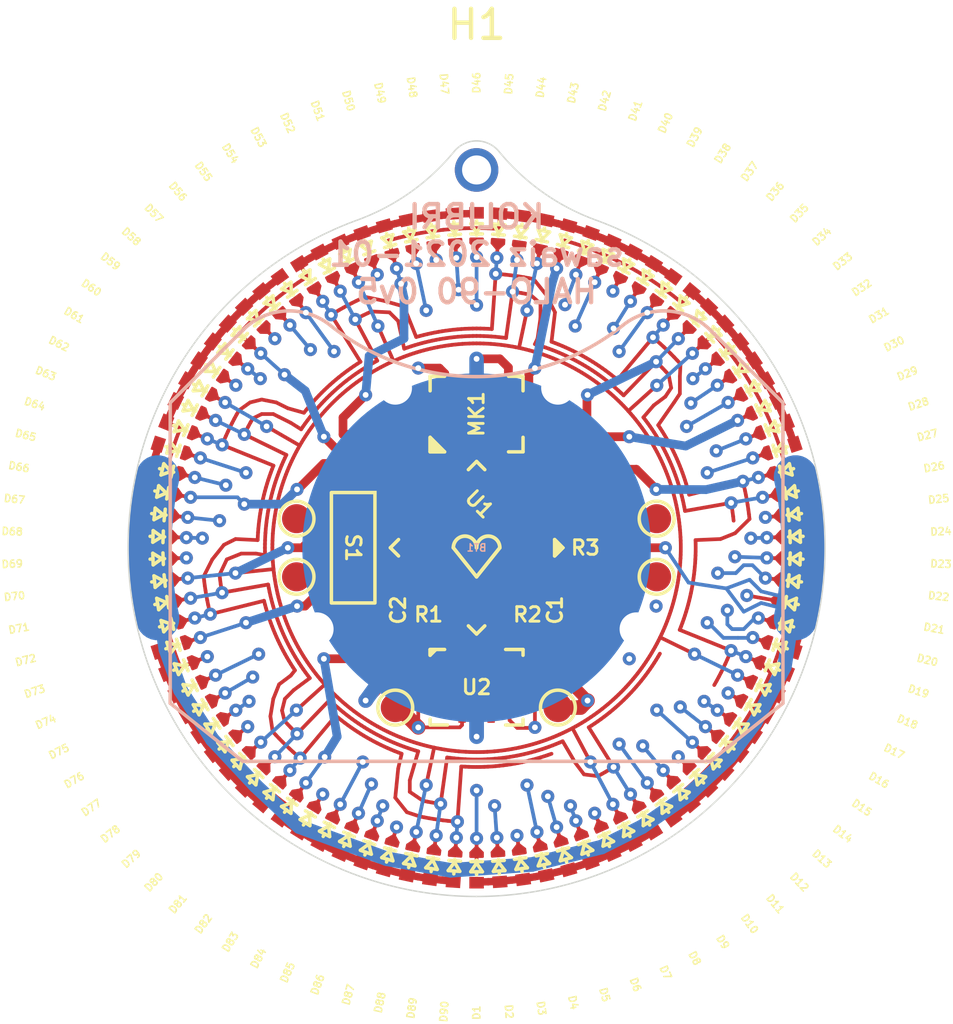
<source format=kicad_pcb>
(kicad_pcb (version 20210126) (generator pcbnew)
  (title_block (rev "1"))
  (layers (0 "F.Cu" signal "Front") (1 "In1.Cu" signal) (2 "In2.Cu" signal) (31 "B.Cu" signal "Back") (34 "B.Paste" user) (35 "F.Paste" user) (36 "B.SilkS" user "B.Silkscreen") (37 "F.SilkS" user "F.Silkscreen") (38 "B.Mask" user) (39 "F.Mask" user) (44 "Edge.Cuts" user))
  (net 0 "")
  (net 1 "+3V")
  (net 2 "GND")
  (net 3 "CPX-0")
  (net 4 "CPX-9")
  (net 5 "CPX-8")
  (net 6 "CPX-7")
  (net 7 "CPX-6")
  (net 8 "CPX-5")
  (net 9 "CPX-4")
  (net 10 "CPX-3")
  (net 11 "CPX-2")
  (net 12 "CPX-1")
  (net 13 "Net-(TP2-Pad1)")
  (net 14 "SDA")
  (net 15 "SCL")
  (net 16 "Net-(R3-Pad2)")
  (net 17 "XL-INT2")
  (net 18 "XL-INT1")
  (net 19 "MIC")
  (net 20 "TX")
  (net 21 "RX")
  (net 22 "SW-B")
  (net 23 "SW-A")
  (footprint "tooling:TestPoint_Pad_D1.0mm" (layer "F.Cu") (at -6.2 1)
    (fp_text reference "TP6" hide)
    (fp_text value "RX" hide)
  )
  (footprint "BL-HUB37A-AV-TRB:D-0402" (layer "F.Cu") (at 9.8867 -4.8221 26)
    (fp_text reference "D30")
    (fp_text value "LED" hide)
  )
  (footprint "BL-HUB37A-AV-TRB:D-0402" (layer "F.Cu") (at -10.9397 1.1498 -174)
    (fp_text reference "D70")
    (fp_text value "LED" hide)
  )
  (footprint "BL-HUB37A-AV-TRB:D-0402" (layer "F.Cu") (at -2.287 -10.7596 102)
    (fp_text reference "D49")
    (fp_text value "LED" hide)
  )
  (footprint "passives:R-0402" (layer "F.Cu") (at 5.1 0 180)
    (fp_text reference "R3")
    (fp_text value "10k" hide)
  )
  (footprint "STM8L15xxx:UFQFPN28" (layer "F.Cu") (at 0 0 -135)
    (fp_text reference "U1")
    (fp_text value "UFQFPN28" hide)
  )
  (footprint "BL-HUB37A-AV-TRB:D-0402" (layer "F.Cu") (at 7.6412 7.9127 -46)
    (fp_text reference "D12")
    (fp_text value "LED" hide)
  )
  (footprint "BL-HUB37A-AV-TRB:D-0402" (layer "F.Cu") (at -9.5263 5.5 -150)
    (fp_text reference "D76")
    (fp_text value "LED" hide)
  )
  (footprint "BL-HUB37A-AV-TRB:D-0402" (layer "F.Cu") (at 2.287 -10.7596 78)
    (fp_text reference "D43")
    (fp_text value "LED" hide)
  )
  (footprint "BL-HUB37A-AV-TRB:D-0402" (layer "F.Cu") (at 10.8329 1.9101 -10)
    (fp_text reference "D21")
    (fp_text value "LED" hide)
  )
  (footprint "BL-HUB37A-AV-TRB:D-0402" (layer "F.Cu") (at -10.9397 -1.1498 174)
    (fp_text reference "D67")
    (fp_text value "LED" hide)
  )
  (footprint "BL-HUB37A-AV-TRB:D-0402" (layer "F.Cu") (at -0.7673 -10.9732 94)
    (fp_text reference "D47")
    (fp_text value "LED" hide)
  )
  (footprint "BL-HUB37A-AV-TRB:D-0402" (layer "F.Cu") (at -5.8291 9.3285 -122)
    (fp_text reference "D83")
    (fp_text value "LED" hide)
  )
  (footprint "BL-HUB37A-AV-TRB:D-0402" (layer "F.Cu") (at -0.7673 10.9732 -94)
    (fp_text reference "D90")
    (fp_text value "LED" hide)
  )
  (footprint "BL-HUB37A-AV-TRB:D-0402" (layer "F.Cu") (at 9.5263 -5.5 30)
    (fp_text reference "D31")
    (fp_text value "LED" hide)
  )
  (footprint "tooling:1.152mm-ToolingHole" (layer "F.Cu") (at -2.8 -5.5)
    (fp_text reference "MH2" hide)
    (fp_text value "toolingHole" hide)
  )
  (footprint "passives:C-0402" (layer "F.Cu") (at 2.7 3.6 -90)
    (fp_text reference "C1")
    (fp_text value "0u1" hide)
  )
  (footprint "BL-HUB37A-AV-TRB:D-0402" (layer "F.Cu") (at -3.032 -10.5739 106)
    (fp_text reference "D50")
    (fp_text value "LED" hide)
  )
  (footprint "BL-HUB37A-AV-TRB:D-0402" (layer "F.Cu") (at -3.7622 -10.3366 110)
    (fp_text reference "D51")
    (fp_text value "LED" hide)
  )
  (footprint "LSM6DSM:LGA-14_3x2.5mm_6-6" (layer "F.Cu") (at 0 4.8)
    (fp_text reference "U2")
    (fp_text value "LSM6DSM" hide)
  )
  (footprint "BL-HUB37A-AV-TRB:D-0402" (layer "F.Cu") (at 9.1194 -6.1511 34)
    (fp_text reference "D32")
    (fp_text value "LED" hide)
  )
  (footprint "BL-HUB37A-AV-TRB:D-0402" (layer "F.Cu") (at 4.4741 -10.049 66)
    (fp_text reference "D40")
    (fp_text value "LED" hide)
  )
  (footprint "BL-HUB37A-AV-TRB:D-0402" (layer "F.Cu") (at 10.8329 -1.9101 10)
    (fp_text reference "D26")
    (fp_text value "LED" hide)
  )
  (footprint "BL-HUB37A-AV-TRB:D-0402" (layer "F.Cu") (at 8.6681 -6.7723 38)
    (fp_text reference "D33")
    (fp_text value "LED" hide)
  )
  (footprint "BL-HUB37A-AV-TRB:D-0402" (layer "F.Cu") (at 7.0707 -8.4265 50)
    (fp_text reference "D36")
    (fp_text value "LED" hide)
  )
  (footprint "BL-HUB37A-AV-TRB:D-0402" (layer "F.Cu") (at 8.1746 -7.3604 42)
    (fp_text reference "D34")
    (fp_text value "LED" hide)
  )
  (footprint "BL-HUB37A-AV-TRB:D-0402" (layer "F.Cu") (at 10.6733 2.6611 -14)
    (fp_text reference "D20")
    (fp_text value "LED" hide)
  )
  (footprint "BL-HUB37A-AV-TRB:D-0402" (layer "F.Cu") (at -3.032 10.5739 -106)
    (fp_text reference "D87")
    (fp_text value "LED" hide)
  )
  (footprint "BL-HUB37A-AV-TRB:D-0402" (layer "F.Cu") (at -9.8867 -4.8221 154)
    (fp_text reference "D62")
    (fp_text value "LED" hide)
  )
  (footprint "BL-HUB37A-AV-TRB:D-0402" (layer "F.Cu") (at -1.5309 10.8929 -98)
    (fp_text reference "D89")
    (fp_text value "LED" hide)
  )
  (footprint "BL-HUB37A-AV-TRB:D-0402" (layer "F.Cu") (at 10.9397 -1.1498 6)
    (fp_text reference "D25")
    (fp_text value "LED" hide)
  )
  (footprint "BL-HUB37A-AV-TRB:D-0402" (layer "F.Cu") (at 10.4616 -3.3992 18)
    (fp_text reference "D28")
    (fp_text value "LED" hide)
  )
  (footprint "BL-HUB37A-AV-TRB:D-0402" (layer "F.Cu") (at -10.8329 1.9101 -170)
    (fp_text reference "D71")
    (fp_text value "LED" hide)
  )
  (footprint "BL-HUB37A-AV-TRB:D-0402" (layer "F.Cu") (at 3.032 -10.5739 74)
    (fp_text reference "D42")
    (fp_text value "LED" hide)
  )
  (footprint "BL-HUB37A-AV-TRB:D-0402" (layer "F.Cu") (at -8.6681 -6.7723 142)
    (fp_text reference "D59")
    (fp_text value "LED" hide)
  )
  (footprint "passives:C-0402" (layer "F.Cu") (at -2.7 3.6 -90)
    (fp_text reference "C2")
    (fp_text value "1u" hide)
  )
  (footprint "BL-HUB37A-AV-TRB:D-0402" (layer "F.Cu") (at -4.4741 10.049 -114)
    (fp_text reference "D85")
    (fp_text value "LED" hide)
  )
  (footprint "BL-HUB37A-AV-TRB:D-0402" (layer "F.Cu") (at 7.0707 8.4265 -50)
    (fp_text reference "D11")
    (fp_text value "LED" hide)
  )
  (footprint "tooling:TestPoint_Pad_D1.0mm" (layer "F.Cu") (at -6.2 -1)
    (fp_text reference "TP1" hide)
    (fp_text value "TX" hide)
  )
  (footprint "BL-HUB37A-AV-TRB:D-0402" (layer "F.Cu") (at 1.5309 -10.8929 82)
    (fp_text reference "D44")
    (fp_text value "LED" hide)
  )
  (footprint "BL-HUB37A-AV-TRB:D-0402" (layer "F.Cu") (at 10.199 4.1207 -22)
    (fp_text reference "D18")
    (fp_text value "LED" hide)
  )
  (footprint "tooling:TestPoint_Pad_D1.0mm" (layer "F.Cu") (at 2.8 5.5)
    (fp_text reference "TP3" hide)
    (fp_text value "GND" hide)
  )
  (footprint "BL-HUB37A-AV-TRB:D-0402" (layer "F.Cu") (at 9.5263 5.5 -30)
    (fp_text reference "D16")
    (fp_text value "LED" hide)
  )
  (footprint "BL-HUB37A-AV-TRB:D-0402" (layer "F.Cu") (at -6.4656 -8.8992 126)
    (fp_text reference "D55")
    (fp_text value "LED" hide)
  )
  (footprint "BL-HUB37A-AV-TRB:D-0402" (layer "F.Cu") (at -4.4741 -10.049 114)
    (fp_text reference "D52")
    (fp_text value "LED" hide)
  )
  (footprint "BL-HUB37A-AV-TRB:D-0402" (layer "F.Cu") (at 6.4656 8.8992 -54)
    (fp_text reference "D10")
    (fp_text value "LED" hide)
  )
  (footprint "BL-HUB37A-AV-TRB:D-0402" (layer "F.Cu") (at -9.1194 6.1511 -146)
    (fp_text reference "D77")
    (fp_text value "LED" hide)
  )
  (footprint "BL-HUB37A-AV-TRB:D-0402" (layer "F.Cu") (at -8.1746 -7.3604 138)
    (fp_text reference "D58")
    (fp_text value "LED" hide)
  )
  (footprint "tooling:TestPoint_Pad_D1.0mm" (layer "F.Cu") (at 6.2 1)
    (fp_text reference "TP2" hide)
    (fp_text value "SWIM" hide)
  )
  (footprint "BL-HUB37A-AV-TRB:D-0402" (layer "F.Cu") (at -10.4616 3.3992 -162)
    (fp_text reference "D73")
    (fp_text value "LED" hide)
  )
  (footprint "BL-HUB37A-AV-TRB:D-0402" (layer "F.Cu") (at -2.287 10.7596 -102)
    (fp_text reference "D88")
    (fp_text value "LED" hide)
  )
  (footprint "passives:R-0402" (layer "F.Cu") (at -1.3 3.1 180)
    (fp_text reference "R1")
    (fp_text value "10k" hide)
  )
  (footprint "BL-HUB37A-AV-TRB:D-0402" (layer "F.Cu") (at -10.8329 -1.9101 170)
    (fp_text reference "D66")
    (fp_text value "LED" hide)
  )
  (footprint "BL-HUB37A-AV-TRB:D-0402" (layer "F.Cu") (at 4.4741 10.049 -66)
    (fp_text reference "D7")
    (fp_text value "LED" hide)
  )
  (footprint "BL-HUB37A-AV-TRB:D-0402" (layer "F.Cu") (at 9.8867 4.8221 -26)
    (fp_text reference "D17")
    (fp_text value "LED" hide)
  )
  (footprint "BL-HUB37A-AV-TRB:D-0402" (layer "F.Cu") (at 3.032 10.5739 -74)
    (fp_text reference "D5")
    (fp_text value "LED" hide)
  )
  (footprint "passives:R-0402" (layer "F.Cu") (at 1.3 3.1)
    (fp_text reference "R2")
    (fp_text value "10k" hide)
  )
  (footprint "KXT3:KXT3" (layer "F.Cu") (at -4.25 0 -90)
    (fp_text reference "S1")
    (fp_text value "KXT3" hide)
  )
  (footprint "BL-HUB37A-AV-TRB:D-0402" (layer "F.Cu") (at -7.6412 7.9127 -134)
    (fp_text reference "D80")
    (fp_text value "LED" hide)
  )
  (footprint "BL-HUB37A-AV-TRB:D-0402" (layer "F.Cu") (at 10.9933 0.3839 -2)
    (fp_text reference "D23")
    (fp_text value "LED" hide)
  )
  (footprint "tooling:1.152mm-ToolingHole" (layer "F.Cu") (at 5.5 2.8)
    (fp_text reference "MH4" hide)
    (fp_text value "toolingHole" hide)
  )
  (footprint "BL-HUB37A-AV-TRB:D-0402" (layer "F.Cu") (at -10.199 4.1207 -158)
    (fp_text reference "D74")
    (fp_text value "LED" hide)
  )
  (footprint "BL-HUB37A-AV-TRB:D-0402" (layer "F.Cu") (at -9.1194 -6.1511 146)
    (fp_text reference "D60")
    (fp_text value "LED" hide)
  )
  (footprint "BL-HUB37A-AV-TRB:D-0402" (layer "F.Cu") (at 8.1746 7.3604 -42)
    (fp_text reference "D13")
    (fp_text value "LED" hide)
  )
  (footprint "BL-HUB37A-AV-TRB:D-0402" (layer "F.Cu") (at 10.199 -4.1207 22)
    (fp_text reference "D29")
    (fp_text value "LED" hide)
  )
  (footprint "BL-HUB37A-AV-TRB:D-0402" (layer "F.Cu") (at 8.6681 6.7723 -38)
    (fp_text reference "D14")
    (fp_text value "LED" hide)
  )
  (footprint "BL-HUB37A-AV-TRB:D-0402" (layer "F.Cu") (at 0 11 -90)
    (fp_text reference "D1")
    (fp_text value "LED" hide)
  )
  (footprint "BL-HUB37A-AV-TRB:D-0402" (layer "F.Cu") (at 1.5309 10.8929 -82)
    (fp_text reference "D3")
    (fp_text value "LED" hide)
  )
  (footprint "BL-HUB37A-AV-TRB:D-0402" (layer "F.Cu") (at 10.9397 1.1498 -6)
    (fp_text reference "D22")
    (fp_text value "LED" hide)
  )
  (footprint "BL-HUB37A-AV-TRB:D-0402" (layer "F.Cu") (at 0 -11 90)
    (fp_text reference "D46")
    (fp_text value "LED" hide)
  )
  (footprint "BL-HUB37A-AV-TRB:D-0402" (layer "F.Cu") (at 6.4656 -8.8992 54)
    (fp_text reference "D37")
    (fp_text value "LED" hide)
  )
  (footprint "BL-HUB37A-AV-TRB:D-0402" (layer "F.Cu") (at -10.199 -4.1207 158)
    (fp_text reference "D63")
    (fp_text value "LED" hide)
  )
  (footprint "tooling:1.152mm-ToolingHole" (layer "F.Cu") (at 2.8 -5.5)
    (fp_text reference "MH1" hide)
    (fp_text value "toolingHole" hide)
  )
  (footprint "BL-HUB37A-AV-TRB:D-0402" (layer "F.Cu") (at -8.6681 6.7723 -142)
    (fp_text reference "D78")
    (fp_text value "LED" hide)
  )
  (footprint "tooling:1.152mm-ToolingHole" (layer "F.Cu") (at -5.5 2.8)
    (fp_text reference "MH3" hide)
    (fp_text value "toolingHole" hide)
  )
  (footprint "BL-HUB37A-AV-TRB:D-0402" (layer "F.Cu") (at -3.7622 10.3366 -110)
    (fp_text reference "D86")
    (fp_text value "LED" hide)
  )
  (footprint "BL-HUB37A-AV-TRB:D-0402" (layer "F.Cu") (at -5.1642 9.7124 -118)
    (fp_text reference "D84")
    (fp_text value "LED" hide)
  )
  (footprint "BL-HUB37A-AV-TRB:D-0402" (layer "F.Cu") (at -5.1642 -9.7124 118)
    (fp_text reference "D53")
    (fp_text value "LED" hide)
  )
  (footprint "tooling:TestPoint_Pad_D1.0mm" (layer "F.Cu") (at -2.8 5.5)
    (fp_text reference "TP4" hide)
    (fp_text value "3V0" hide)
  )
  (footprint "BL-HUB37A-AV-TRB:D-0402" (layer "F.Cu") (at 3.7622 -10.3366 70)
    (fp_text reference "D41")
    (fp_text value "LED" hide)
  )
  (footprint "BL-HUB37A-AV-TRB:D-0402" (layer "F.Cu") (at 10.6733 -2.6611 14)
    (fp_text reference "D27")
    (fp_text value "LED" hide)
  )
  (footprint "BL-HUB37A-AV-TRB:D-0402" (layer "F.Cu") (at 10.4616 3.3992 -18)
    (fp_text reference "D19")
    (fp_text value "LED" hide)
  )
  (footprint "BL-HUB37A-AV-TRB:D-0402" (layer "F.Cu") (at 5.8291 -9.3285 58)
    (fp_text reference "D38")
    (fp_text value "LED" hide)
  )
  (footprint "BL-HUB37A-AV-TRB:D-0402" (layer "F.Cu") (at 5.8291 9.3285 -58)
    (fp_text reference "D9")
    (fp_text value "LED" hide)
  )
  (footprint "BL-HUB37A-AV-TRB:D-0402" (layer "F.Cu") (at -6.4656 8.8992 -126)
    (fp_text reference "D82")
    (fp_text value "LED" hide)
  )
  (footprint "BL-HUB37A-AV-TRB:D-0402" (layer "F.Cu") (at 5.1642 -9.7124 62)
    (fp_text reference "D39")
    (fp_text value "LED" hide)
  )
  (footprint "BL-HUB37A-AV-TRB:D-0402" (layer "F.Cu") (at -7.0707 -8.4265 130)
    (fp_text reference "D56")
    (fp_text value "LED" hide)
  )
  (footprint "SPW2430HR5H-B:SPW2430HR5H-B" (layer "F.Cu") (at 0 -4.6 90)
    (fp_text reference "MK1")
    (fp_text value "SPW2430HR5H-B" hide)
  )
  (footprint "BL-HUB37A-AV-TRB:D-0402" (layer "F.Cu") (at 0.7673 10.9732 -86)
    (fp_text reference "D2")
    (fp_text value "LED" hide)
  )
  (footprint "BL-HUB37A-AV-TRB:D-0402" (layer "F.Cu") (at -8.1746 7.3604 -138)
    (fp_text reference "D79")
    (fp_text value "LED" hide)
  )
  (footprint "BL-HUB37A-AV-TRB:D-0402" (layer "F.Cu") (at -5.8291 -9.3285 122)
    (fp_text reference "D54")
    (fp_text value "LED" hide)
  )
  (footprint "BL-HUB37A-AV-TRB:D-0402" (layer "F.Cu") (at -10.6733 2.6611 -166)
    (fp_text reference "D72")
    (fp_text value "LED" hide)
  )
  (footprint "BL-HUB37A-AV-TRB:D-0402" (layer "F.Cu") (at 0.7673 -10.9732 86)
    (fp_text reference "D45")
    (fp_text value "LED" hide)
  )
  (footprint "BL-HUB37A-AV-TRB:D-0402" (layer "F.Cu") (at 9.1194 6.1511 -34)
    (fp_text reference "D15")
    (fp_text value "LED" hide)
  )
  (footprint "BL-HUB37A-AV-TRB:D-0402" (layer "F.Cu") (at 5.1642 9.7124 -62)
    (fp_text reference "D8")
    (fp_text value "LED" hide)
  )
  (footprint "BL-HUB37A-AV-TRB:D-0402" (layer "F.Cu") (at -10.9933 -0.3839 178)
    (fp_text reference "D68")
    (fp_text value "LED" hide)
  )
  (footprint "BL-HUB37A-AV-TRB:D-0402" (layer "F.Cu") (at 7.6412 -7.9127 46)
    (fp_text reference "D35")
    (fp_text value "LED" hide)
  )
  (footprint "BL-HUB37A-AV-TRB:D-0402" (layer "F.Cu") (at -10.4616 -3.3992 162)
    (fp_text reference "D64")
    (fp_text value "LED" hide)
  )
  (footprint "tooling:TestPoint_Pad_D1.0mm" (layer "F.Cu") (at 6.2 -1)
    (fp_text reference "TP5" hide)
    (fp_text value "RST" hide)
  )
  (footprint "BL-HUB37A-AV-TRB:D-0402" (layer "F.Cu") (at 3.7622 10.3366 -70)
    (fp_text reference "D6")
    (fp_text value "LED" hide)
  )
  (footprint "BL-HUB37A-AV-TRB:D-0402" (layer "F.Cu") (at -1.5309 -10.8929 98)
    (fp_text reference "D48")
    (fp_text value "LED" hide)
  )
  (footprint "BL-HUB37A-AV-TRB:D-0402" (layer "F.Cu") (at -7.6412 -7.9127 134)
    (fp_text reference "D57")
    (fp_text value "LED" hide)
  )
  (footprint "BL-HUB37A-AV-TRB:D-0402" (layer "F.Cu") (at -9.5263 -5.5 150)
    (fp_text reference "D61")
    (fp_text value "LED" hide)
  )
  (footprint "BL-HUB37A-AV-TRB:D-0402" (layer "F.Cu") (at -10.9933 0.3839 -178)
    (fp_text reference "D69")
    (fp_text value "LED" hide)
  )
  (footprint "BL-HUB37A-AV-TRB:D-0402" (layer "F.Cu") (at -9.8867 4.8221 -154)
    (fp_text reference "D75")
    (fp_text value "LED" hide)
  )
  (footprint "BL-HUB37A-AV-TRB:D-0402" (layer "F.Cu") (at -10.6733 -2.6611 166)
    (fp_text reference "D65")
    (fp_text value "LED" hide)
  )
  (footprint "BL-HUB37A-AV-TRB:D-0402" (layer "F.Cu") (at 2.287 10.7596 -78)
    (fp_text reference "D4")
    (fp_text value "LED" hide)
  )
  (footprint "earringHookWire:earringHookWire" (layer "F.Cu") (at 0 -13)
    (fp_text reference "H1")
    (fp_text value "frenchEarwire" hide)
  )
  (footprint "BL-HUB37A-AV-TRB:D-0402" (layer "F.Cu") (at 10.9933 -0.3839 2)
    (fp_text reference "D24")
    (fp_text value "LED" hide)
  )
  (footprint "BL-HUB37A-AV-TRB:D-0402" (layer "F.Cu") (at -7.0707 8.4265 -130)
    (fp_text reference "D81")
    (fp_text value "LED" hide)
  )
  (footprint "BAT-HLD-001:BAT-HLD-001-HALO" (layer "B.Cu") (at 0 0)
    (fp_text reference "BT1")
    (fp_text value "CR-2032")
  )
  (gr_arc (start -0.4 0) (end -0.8 0) (angle 180) (layer "F.SilkS") (width 0.127))
  (gr_line (start -0.8 0) (end 0 1) (layer "F.SilkS") (width 0.127))
  (gr_arc (start 0.4 0) (end 0.8 0) (angle -180) (layer "F.SilkS") (width 0.127))
  (gr_line (start 0 1) (end 0.8 0) (layer "F.SilkS") (width 0.127))
  (gr_arc (start 0 0) (end 0 12) (angle 160) (layer "Edge.Cuts") (width 0.05))
  (gr_arc (start 6.75 -18.547) (end 4.104242 -11.276311) (angle 30.60227984) (layer "Edge.Cuts") (width 0.05))
  (gr_arc (start 0 0) (end 0 12) (angle -160) (layer "Edge.Cuts") (width 0.05))
  (gr_arc (start -6.75 -18.547) (end -4.104242 -11.276311) (angle -30.58992597) (layer "Edge.Cuts") (width 0.05))
  (gr_arc (start 0 -13) (end -0.772467 -13.634562) (angle 101.100007) (layer "Edge.Cuts") (width 0.05))
  (gr_text "KOLIBRI\nsawaiz 2021-01\nHALO-90 0v5" (at 0 -10.1) (layer "B.SilkS") (effects (font (size 0.8 0.8)) (justify mirror)))
  (segment (start 5.2586 3.8086) (end 5.2586 3.8206) (width 0.3) (layer "F.Cu") (net 0))
  (via (at 6.1819 2.0086) (size 0.45) (drill 0.2) (layers "F.Cu" "B.Cu") (net 0))
  (via (at 5.2586 3.8206) (size 0.45) (drill 0.2) (layers "F.Cu" "B.Cu") (net 0))
  (segment (start 1.8 3.5) (end 1.8 3.1) (width 0.127) (layer "F.Cu") (net 1))
  (segment (start -1.1375 4.55) (end -1.1375 4.05) (width 0.127) (layer "F.Cu") (net 1))
  (segment (start 0.35 4.55) (end 0.5 4.4) (width 0.127) (layer "F.Cu") (net 1))
  (segment (start -1.8 3.5) (end -1.8 3.1) (width 0.127) (layer "F.Cu") (net 1))
  (segment (start -1.2819 -6.1819) (end -2.0086 -6.1819) (width 0.3) (layer "F.Cu") (net 1))
  (segment (start -1.095 -5.995) (end -1.2819 -6.1819) (width 0.3) (layer "F.Cu") (net 1))
  (segment (start -1.1375 4.55) (end 0.35 4.55) (width 0.127) (layer "F.Cu") (net 1))
  (segment (start 6.5 0) (end 5.6 0) (width 0.3) (layer "F.Cu") (net 1))
  (segment (start 0.282843 -4.692157) (end -0.3 -5.275) (width 0.3) (layer "F.Cu") (net 1))
  (segment (start -1.095 -5.275) (end -0.3 -5.275) (width 0.3) (layer "F.Cu") (net 1))
  (segment (start -2.7 3.1) (end -1.8 3.1) (width 0.4) (layer "F.Cu") (net 1))
  (segment (start -2.6905 5.5) (end -2.8 5.5) (width 0.5) (layer "F.Cu") (net 1))
  (segment (start -1.1375 5.05) (end -0.75 5.05) (width 0.127) (layer "F.Cu") (net 1))
  (segment (start 0.5 4.4) (end 0.5 3.9125) (width 0.127) (layer "F.Cu") (net 1))
  (segment (start -0.5819 6.1819) (end -2.0086 6.1819) (width 0.127) (layer "F.Cu") (net 1))
  (segment (start -0.5 5.6875) (end -0.5 6.1) (width 0.127) (layer "F.Cu") (net 1))
  (segment (start 1.1375 5.55) (end 1.1375 5.9375) (width 0.127) (layer "F.Cu") (net 1))
  (segment (start 0.282843 -2.404163) (end 0.282843 -4.692157) (width 0.3) (layer "F.Cu") (net 1))
  (segment (start 1.1375 5.9375) (end 1.4 6.2) (width 0.127) (layer "F.Cu") (net 1))
  (segment (start -2.0086 3.7086) (end -1.8 3.5) (width 0.127) (layer "F.Cu") (net 1))
  (segment (start -2.0086 6.1819) (end -2.0086 3.7086) (width 0.127) (layer "F.Cu") (net 1))
  (segment (start 2.0086 3.7086) (end 1.8 3.5) (width 0.127) (layer "F.Cu") (net 1))
  (segment (start 2.0086 6.1819) (end 2.0086 3.7086) (width 0.127) (layer "F.Cu") (net 1))
  (segment (start -1.095 -5.275) (end -1.095 -5.995) (width 0.3) (layer "F.Cu") (net 1))
  (segment (start 2.7 3.1) (end 1.8 3.1) (width 0.4) (layer "F.Cu") (net 1))
  (segment (start -1.1375 5.05) (end -1.1375 4.55) (width 0.127) (layer "F.Cu") (net 1))
  (segment (start 1.4 6.2) (end 2.0086 6.2) (width 0.127) (layer "F.Cu") (net 1))
  (segment (start -0.75 5.05) (end -0.5 5.3) (width 0.127) (layer "F.Cu") (net 1))
  (segment (start -2.0086 6.1819) (end -2.6905 5.5) (width 0.5) (layer "F.Cu") (net 1))
  (segment (start -0.5 6.1) (end -0.5819 6.1819) (width 0.127) (layer "F.Cu") (net 1))
  (segment (start -0.5 5.3) (end -0.5 5.6875) (width 0.127) (layer "F.Cu") (net 1))
  (via (at -2.0086 6.1819) (size 0.45) (drill 0.2) (layers "F.Cu" "B.Cu") (net 1))
  (via (at -2.0086 -6.1819) (size 0.45) (drill 0.2) (layers "F.Cu" "B.Cu") (net 1))
  (via (at 2.0086 6.1819) (size 0.45) (drill 0.2) (layers "F.Cu" "B.Cu") (net 1))
  (via (at 6.5 0) (size 0.45) (drill 0.2) (layers "F.Cu" "B.Cu") (net 1))
  (segment (start 1.9 10.9) (end -0.9 11.1) (width 0.5) (layer "B.Cu") (net 1))
  (segment (start 11.25 0) (end 10.6 2.1) (width 0.127) (layer "B.Cu") (net 1))
  (segment (start 9.6 6) (end 8.7 7.2) (width 0.5) (layer "B.Cu") (net 1))
  (segment (start 9.8 1.9) (end 9.2 2.2) (width 0.127) (layer "B.Cu") (net 1))
  (segment (start 10.6 4.1) (end 9.6 6) (width 0.5) (layer "B.Cu") (net 1))
  (segment (start 7.3 8.5) (end 5.7 9.6) (width 0.5) (layer "B.Cu") (net 1))
  (segment (start -10.2 4.9) (end -10.7 3.5) (width 0.5) (layer "B.Cu") (net 1))
  (segment (start 5.7 9.6) (end 4.3 10.3) (width 0.5) (layer "B.Cu") (net 1))
  (segment (start -3.1 10.7) (end -6.1 9.6) (width 0.5) (layer "B.Cu") (net 1))
  (segment (start 4.3 10.3) (end 1.9 10.9) (width 0.5) (layer "B.Cu") (net 1))
  (segment (start 9.8 1.5) (end 9.4 1.1) (width 0.127) (layer "B.Cu") (net 1))
  (segment (start 8.7 7.2) (end 7.3 8.5) (width 0.5) (layer "B.Cu") (net 1))
  (segment (start -7.6 8.2) (end -9.1 6.6) (width 0.5) (layer "B.Cu") (net 1))
  (segment (start -0.9 11.1) (end -3.1 10.7) (width 0.5) (layer "B.Cu") (net 1))
  (segment (start -10.7 3.5) (end -11.25 0) (width 0.5) (layer "B.Cu") (net 1))
  (segment (start -6.1 9.6) (end -7.6 8.2) (width 0.5) (layer "B.Cu") (net 1))
  (segment (start 9.4 1.1) (end 8.6 1.4) (width 0.127) (layer "B.Cu") (net 1))
  (segment (start 10.6 2.1) (end 9.8 1.9) (width 0.127) (layer "B.Cu") (net 1))
  (segment (start 8.6 1.4) (end 7.3 1.2) (width 0.127) (layer "B.Cu") (net 1))
  (segment (start 11.25 0) (end 10.6 4.1) (width 0.5) (layer "B.Cu") (net 1))
  (segment (start 9.2 2.2) (end 8.6 1.4) (width 0.127) (layer "B.Cu") (net 1))
  (segment (start 7.3 1.2) (end 6.5 0) (width 0.127) (layer "B.Cu") (net 1))
  (segment (start 10.6 1.7) (end 9.8 1.5) (width 0.127) (layer "B.Cu") (net 1))
  (segment (start -9.1 6.6) (end -10.2 4.9) (width 0.5) (layer "B.Cu") (net 1))
  (segment (start 11.25 0) (end 10.6 1.7) (width 0.127) (layer "B.Cu") (net 1))
  (segment (start 1.095 -3.205) (end 1.095 -3.925) (width 0.3) (layer "F.Cu") (net 2))
  (segment (start 3.5792 5.5) (end 2.8 5.5) (width 0.5) (layer "F.Cu") (net 2))
  (segment (start 0.8 -6.5) (end 0 -6.5) (width 0.3) (layer "F.Cu") (net 2))
  (segment (start 0.636396 -2.05061) (end 1.1 -2.514214) (width 0.3) (layer "F.Cu") (net 2))
  (segment (start -3.8206 5.2586) (end -2.7 4.1) (width 0.4) (layer "F.Cu") (net 2))
  (segment (start -3.8 5.238) (end -3.8206 5.2586) (width 0.5) (layer "F.Cu") (net 2))
  (segment (start 0 5.6875) (end 0 6.5) (width 0.127) (layer "F.Cu") (net 2))
  (segment (start 1.095 -3.925) (end 1.095 -5.275) (width 0.3) (layer "F.Cu") (net 2))
  (segment (start 3.8206 5.2586) (end 3.5792 5.5) (width 0.5) (layer "F.Cu") (net 2))
  (segment (start 0 5.6875) (end 0.5 5.6875) (width 0.127) (layer "F.Cu") (net 2))
  (segment (start 3.8206 5.2586) (end 2.7 4.1) (width 0.4) (layer "F.Cu") (net 2))
  (segment (start 1.095 -6.205) (end 0.8 -6.5) (width 0.3) (layer "F.Cu") (net 2))
  (segment (start 1.1 -2.514214) (end 1.1 -3.2) (width 0.3) (layer "F.Cu") (net 2))
  (segment (start 1.095 -5.275) (end 1.095 -6.205) (width 0.3) (layer "F.Cu") (net 2))
  (segment (start 1.1 -3.2) (end 1.095 -3.205) (width 0.3) (layer "F.Cu") (net 2))
  (via (at -3.8206 5.2586) (size 0.45) (drill 0.2) (layers "F.Cu" "B.Cu") (net 2))
  (via (at 3.8206 5.2586) (size 0.45) (drill 0.2) (layers "F.Cu" "B.Cu") (net 2))
  (via (at 0 6.5) (size 0.45) (drill 0.2) (layers "F.Cu" "B.Cu") (net 2))
  (via (at 0 -6.5) (size 0.45) (drill 0.2) (layers "F.Cu" "B.Cu") (net 2))
  (segment (start 0 6.5) (end 0 0) (width 0.508) (layer "B.Cu") (net 2))
  (segment (start -3.8206 5.2586) (end 0 0) (width 0.5) (layer "B.Cu") (net 2))
  (segment (start 0 -6.5) (end 0 0) (width 0.5) (layer "B.Cu") (net 2))
  (segment (start -7.5027 -0.7886) (end -7.4878 -0.9194) (width 0.128) (layer "F.Cu") (net 3))
  (segment (start -4.1426 -8.4936) (end -4.2902 -8.42) (width 0.128) (layer "F.Cu") (net 3))
  (segment (start 1.1801 7.4511) (end 1.31 7.4294) (width 0.128) (layer "F.Cu") (net 3))
  (segment (start -6.8 4.7) (end -6.4 4.4) (width 0.127) (layer "F.Cu") (net 3))
  (segment (start 1.4395 7.4054) (end 1.5685 7.3791) (width 0.128) (layer "F.Cu") (net 3))
  (segment (start 0.1317 7.5429) (end 0.2633 7.5394) (width 0.128) (layer "F.Cu") (net 3))
  (segment (start -2.5 -8.3) (end -2.0794 -7.2518) (width 0.127) (layer "F.Cu") (net 3))
  (segment (start 3.1698 11.0545) (end 3.3623 10.9975) (width 0.254) (layer "F.Cu") (net 3))
  (segment (start 2.1943 11.2887) (end 2.391 11.2487) (width 0.254) (layer "F.Cu") (net 3))
  (segment (start -0.8236 9.414) (end -0.6592 9.427) (width 0.128) (layer "F.Cu") (net 3))
  (segment (start 5.75 9.9593) (end 5.9229 9.8574) (width 0.254) (layer "F.Cu") (net 3))
  (segment (start -6.3269 4.1088) (end -6.3977 3.9977) (width 0.128) (layer "F.Cu") (net 3))
  (segment (start 9.2435 -1.9648) (end 9.2078 -2.1258) (width 0.128) (layer "F.Cu") (net 3))
  (segment (start -4.2186 -6.2543) (end -4.1088 -6.3269) (width 0.128) (layer "F.Cu") (net 3))
  (segment (start 5.5753 10.0581) (end 5.75 9.9593) (width 0.254) (layer "F.Cu") (net 3))
  (segment (start -7.1748 2.3312) (end -7.2144 2.2057) (width 0.128) (layer "F.Cu") (net 3))
  (segment (start -9.358 1.3152) (end -9.3337 1.4783) (width 0.128) (layer "F.Cu") (net 3))
  (segment (start -1.9525 -7.2869) (end -1.8251 -7.3199) (width 0.128) (layer "F.Cu") (net 3))
  (segment (start 1.0499 7.4706) (end 1.1801 7.4511) (width 0.128) (layer "F.Cu") (net 3))
  (segment (start 6.6822 -6.6822) (end 6.5645 -6.7978) (width 0.128) (layer "F.Cu") (net 3))
  (segment (start 3.4249 -6.7218) (end 3.5417 -6.661) (width 0.128) (layer "F.Cu") (net 3))
  (segment (start 6.4656 8.8992) (end 6.62 8.785) (width 0.128) (layer "F.Cu") (net 3))
  (segment (start 9.2254 5.991) (end 9.3285 5.8291) (width 0.128) (layer "F.Cu") (net 3))
  (segment (start -5.5642 -8.9045) (end -5.2992 -8.4805) (width 0.128) (layer "F.Cu") (net 3))
  (segment (start -3.1882 6.8372) (end -3.3071 6.7805) (width 0.128) (layer "F.Cu") (net 3))
  (segment (start 1.1517 -9.3796) (end 0.9878 -9.3982) (width 0.128) (layer "F.Cu") (net 3))
  (segment (start 7.2518 2.0794) (end 7.2144 2.2057) (width 0.128) (layer "F.Cu") (net 3))
  (segment (start 6.7493 -8.0435) (end 6.4279 -7.6604) (width 0.128) (layer "F.Cu") (net 3))
  (segment (start -3.9937 -8.5646) (end -4.1426 -8.4936) (width 0.128) (layer "F.Cu") (net 3))
  (segment (start -6.0743 7.2391) (end -4.8492 5.779) (width 0.128) (layer "F.Cu") (net 3))
  (segment (start -7.2144 -2.2057) (end -7.1748 -2.3312) (width 0.128) (layer "F.Cu") (net 3))
  (segment (start -2.5802 7.089) (end -2.7035 7.0429) (width 0.128) (layer "F.Cu") (net 3))
  (segment (start -8.1839 -4.725) (end -7.8 -5) (width 0.127) (layer "F.Cu") (net 3))
  (segment (start -7.2869 -1.9525) (end -7.2518 -2.0794) (width 0.128) (layer "F.Cu") (net 3))
  (segment (start -1.697 -7.3506) (end -1.5685 -7.3791) (width 0.128) (layer "F.Cu") (net 3))
  (segment (start -6.5981 3.6574) (end -6.661 3.5417) (width 0.128) (layer "F.Cu") (net 3))
  (segment (start -6.9947 2.826) (end -7.0429 2.7035) (width 0.128) (layer "F.Cu") (net 3))
  (segment (start 7 -5.3) (end 6.8 -5) (width 0.127) (layer "F.Cu") (net 3))
  (segment (start 8.3439 4.4365) (end 8.42 4.2902) (width 0.128) (layer "F.Cu") (net 3))
  (segment (start -6.6822 6.6822) (end -6.5645 6.7978) (width 0.128) (layer "F.Cu") (net 3))
  (segment (start 7.4706 1.0499) (end 7.4511 1.1801) (width 0.128) (layer "F.Cu") (net 3))
  (segment (start 6.7978 -6.5645) (end 6.6822 -6.6822) (width 0.128) (layer "F.Cu") (net 3))
  (segment (start 3.9332 10.8065) (end 4.1212 10.7362) (width 0.254) (layer "F.Cu") (net 3))
  (segment (start -0.6592 9.427) (end -0.5262 7.5256) (width 0.128) (layer "F.Cu") (net 3))
  (segment (start -8.7 -0.1) (end -8.3 -0.3) (width 0.127) (layer "F.Cu") (net 3))
  (segment (start -6.7805 3.3071) (end -6.8372 3.1882) (width 0.128) (layer "F.Cu") (net 3))
  (segment (start 4.6446 -5.9448) (end 4.7476 -5.8628) (width 0.128) (layer "F.Cu") (net 3))
  (segment (start 9.6208 5.3329) (end 9.7124 5.1642) (width 0.128) (layer "F.Cu") (net 3))
  (segment (start 1.8031 -9.2764) (end 1.641 -9.3064) (width 0.128) (layer "F.Cu") (net 3))
  (segment (start 1.6005 11.3881) (end 1.799 11.3584) (width 0.254) (layer "F.Cu") (net 3))
  (segment (start -4.2186 6.2543) (end -4.3271 6.1797) (width 0.128) (layer "F.Cu") (net 3))
  (segment (start -7.3506 -1.697) (end -7.3199 -1.8251) (width 0.128) (layer "F.Cu") (net 3))
  (segment (start -4.7476 -5.8628) (end -4.6446 -5.9448) (width 0.128) (layer "F.Cu") (net 3))
  (segment (start 2.5802 -7.089) (end 2.7035 -7.0429) (width 0.128) (layer "F.Cu") (net 3))
  (segment (start 1.641 -9.3064) (end 1.4783 -9.3337) (width 0.128) (layer "F.Cu") (net 3))
  (segment (start 8.5646 3.9937) (end 8.633 3.8437) (width 0.128) (layer "F.Cu") (net 3))
  (segment (start 9.9694 4.6488) (end 10.049 4.4741) (width 0.128) (layer "F.Cu") (net 3))
  (segment (start -8.42 -4.2902) (end -8.4936 -4.1426) (width 0.128) (layer "F.Cu") (net 3))
  (segment (start 8.42 4.2902) (end 8.4936 4.1426) (width 0.128) (layer "F.Cu") (net 3))
  (segment (start 7.3604 8.1746) (end 7.502 8.0449) (width 0.128) (layer "F.Cu") (net 3))
  (segment (start 6.3233 -7.0227) (end 6.1998 -7.132) (width 0.128) (layer "F.Cu") (net 3))
  (segment (start 7.3199 1.8251) (end 7.2869 1.9525) (width 0.128) (layer "F.Cu") (net 3))
  (segment (start 2.7 -8.1) (end 2.5802 -7.089) (width 0.127) (layer "F.Cu") (net 3))
  (segment (start 0.9878 -9.3982) (end 0.8236 -9.414) (width 0.128) (layer "F.Cu") (net 3))
  (segment (start -8.1839 -4.725) (end -8.2652 -4.5815) (width 0.128) (layer "F.Cu") (net 3))
  (segment (start -3.2 -8.5) (end -2.5 -8.3) (width 0.127) (layer "F.Cu") (net 3))
  (segment (start 6.5333 -3.772) (end 6.5981 -3.6574) (width 0.128) (layer "F.Cu") (net 3))
  (segment (start 1.8251 7.3199) (end 1.9525 7.2869) (width 0.128) (layer "F.Cu") (net 3))
  (segment (start -0.3948 -7.5337) (end -0.2633 -7.5394) (width 0.128) (layer "F.Cu") (net 3))
  (segment (start -4.6446 5.9448) (end -4.7476 5.8628) (width 0.128) (layer "F.Cu") (net 3))
  (segment (start 7.0429 2.7035) (end 6.9947 2.826) (width 0.128) (layer "F.Cu") (net 3))
  (segment (start -7.4706 -1.0499) (end -7.4511 -1.1801) (width 0.128) (layer "F.Cu") (net 3))
  (segment (start 0 7.544) (end 0.1317 7.5429) (width 0.128) (layer "F.Cu") (net 3))
  (segment (start -7.4511 -1.1801) (end -7.4294 -1.31) (width 0.128) (layer "F.Cu") (net 3))
  (segment (start -4.3271 6.1797) (end -4.4343 6.1032) (width 0.128) (layer "F.Cu") (net 3))
  (segment (start -5.6063 -5.0479) (end -5.5173 -5.145) (width 0.128) (layer "F.Cu") (net 3))
  (segment (start 6.1511 9.1194) (end 6.3093 9.0107) (width 0.128) (layer "F.Cu") (net 3))
  (segment (start -2.9477 6.9443) (end -3.0684 6.8918) (width 0.128) (layer "F.Cu") (net 3))
  (segment (start -6.5645 6.7978) (end -6.4449 6.9113) (width 0.128) (layer "F.Cu") (net 3))
  (segment (start -2.7 7.6) (end -2.5802 7.089) (width 0.127) (layer "F.Cu") (net 3))
  (segment (start -9.2078 2.1258) (end -9.1693 2.2862) (width 0.128) (layer "F.Cu") (net 3))
  (segment (start 0.3948 -7.5337) (end 0.5262 -7.5256) (width 0.128) (layer "F.Cu") (net 3))
  (segment (start 3.0684 -6.8918) (end 3.1882 -6.8372) (width 0.128) (layer "F.Cu") (net 3))
  (segment (start 1.9525 7.2869) (end 2.0794 7.2518) (width 0.128) (layer "F.Cu") (net 3))
  (segment (start 3.3071 -6.7805) (end 3.4249 -6.7218) (width 0.128) (layer "F.Cu") (net 3))
  (segment (start 1.0023 11.4562) (end 1.2021 11.437) (width 0.254) (layer "F.Cu") (net 3))
  (segment (start -5.2405 -5.4267) (end -5.145 -5.5173) (width 0.128) (layer "F.Cu") (net 3))
  (segment (start 7.502 8.0449) (end 7.6412 7.9127) (width 0.128) (layer "F.Cu") (net 3))
  (segment (start -6.5333 3.772) (end -6.5981 3.6574) (width 0.128) (layer "F.Cu") (net 3))
  (segment (start -7.133 -2.4561) (end -7.089 -2.5802) (width 0.128) (layer "F.Cu") (net 3))
  (segment (start 2.9477 -6.9443) (end 3.0684 -6.8918) (width 0.128) (layer "F.Cu") (net 3))
  (segment (start 6.3269 -4.1088) (end 6.3977 -3.9977) (width 0.128) (layer "F.Cu") (net 3))
  (segment (start 4.2186 -6.2543) (end 4.3271 -6.1797) (width 0.128) (layer "F.Cu") (net 3))
  (segment (start 1.2021 11.437) (end 1.4015 11.4143) (width 0.254) (layer "F.Cu") (net 3))
  (segment (start 7.089 2.5802) (end 7.0429 2.7035) (width 0.128) (layer "F.Cu") (net 3))
  (segment (start -5.4267 -5.2405) (end -5.3344 -5.3344) (width 0.128) (layer "F.Cu") (net 3))
  (segment (start -9.3796 1.1517) (end -9.358 1.3152) (width 0.128) (layer "F.Cu") (net 3))
  (segment (start 6.1819 -2.0181) (end 6.1819 -2.0086) (width 0.3) (layer "F.Cu") (net 3))
  (segment (start -1.1801 -7.4511) (end -1.0499 -7.4706) (width 0.128) (layer "F.Cu") (net 3))
  (segment (start -9.3337 1.4783) (end -9.3064 1.641) (width 0.128) (layer "F.Cu") (net 3))
  (segment (start -2.7035 7.0429) (end -2.826 6.9947) (width 0.128) (layer "F.Cu") (net 3))
  (segment (start -3.772 6.5333) (end -3.8854 6.4665) (width 0.128) (layer "F.Cu") (net 3))
  (segment (start 1.997 11.3253) (end 2.1943 11.2887) (width 0.254) (layer "F.Cu") (net 3))
  (segment (start 9.5263 5.5) (end 9.6208 5.3329) (width 0.128) (layer "F.Cu") (net 3))
  (segment (start 8.5486 6.9225) (end 8.6681 6.7723) (width 0.128) (layer "F.Cu") (net 3))
  (segment (start 7.1748 -2.3312) (end 7.2144 -2.2057) (width 0.128) (layer "F.Cu") (net 3))
  (segment (start 5.0413 10.3361) (end 5.2209 10.2466) (width 0.254) (layer "F.Cu") (net 3))
  (segment (start 7.5153 0.6575) (end 7.5027 0.7886) (width 0.128) (layer "F.Cu") (net 3))
  (segment (start 4.4934 10.5858) (end 4.6775 10.5058) (width 0.254) (layer "F.Cu") (net 3))
  (segment (start 7.5394 -0.2633) (end 7.5429 -0.1317) (width 0.128) (layer "F.Cu") (net 3))
  (segment (start -4.4343 6.1032) (end -4.5401 6.0249) (width 0.128) (layer "F.Cu") (net 3))
  (segment (start 2.05061 -0.636396) (end 4.114214 -2.7) (width 0.3) (layer "F.Cu") (net 3))
  (segment (start -7.5256 -0.5262) (end -7.5153 -0.6575) (width 0.128) (layer "F.Cu") (net 3))
  (segment (start -0.9194 -7.4878) (end -0.7886 -7.5027) (width 0.128) (layer "F.Cu") (net 3))
  (segment (start -4.5401 6.0249) (end -4.6446 5.9448) (width 0.128) (layer "F.Cu") (net 3))
  (segment (start -5.8628 -4.7476) (end -5.779 -4.8492) (width 0.128) (layer "F.Cu") (net 3))
  (segment (start 0.2007 11.4982) (end 0.4013 11.493) (width 0.254) (layer "F.Cu") (net 3))
  (segment (start 2.7035 -7.0429) (end 2.826 -6.9947) (width 0.128) (layer "F.Cu") (net 3))
  (segment (start 6.62 8.785) (end 6.7723 8.6681) (width 0.128) (layer "F.Cu") (net 3))
  (segment (start 5.5 -2.7) (end 6.1819 -2.0181) (width 0.3) (layer "F.Cu") (net 3))
  (segment (start 6.9225 8.5486) (end 7.0707 8.4265) (width 0.128) (layer "F.Cu") (net 3))
  (segment (start 0.2633 -7.5394) (end 0.3948 -7.5337) (width 0.128) (layer "F.Cu") (net 3))
  (segment (start -5.3344 -5.3344) (end -5.2405 -5.4267) (width 0.128) (layer "F.Cu") (net 3))
  (segment (start -6.8918 3.0684) (end -6.9443 2.9477) (width 0.128) (layer "F.Cu") (net 3))
  (segment (start -1.0499 -7.4706) (end -0.9194 -7.4878) (width 0.128) (layer "F.Cu") (net 3))
  (segment (start 9.3064 -1.641) (end 9.2764 -1.8031) (width 0.128) (layer "F.Cu") (net 3))
  (segment (start 6.8918 -3.0684) (end 6.9443 -2.9477) (width 0.128) (layer "F.Cu") (net 3))
  (segment (start -7.0429 2.7035) (end -7.089 2.5802) (width 0.128) (layer "F.Cu") (net 3))
  (segment (start -3.8854 6.4665) (end -3.9977 6.3977) (width 0.128) (layer "F.Cu") (net 3))
  (segment (start -8.7619 -3.54) (end -6.9947 -2.826) (width 0.128) (layer "F.Cu") (net 3))
  (segment (start -7.0429 -2.7035) (end -6.9947 -2.826) (width 0.128) (layer "F.Cu") (net 3))
  (segment (start -1.31 -7.4294) (end -1.1801 -7.4511) (width 0.128) (layer "F.Cu") (net 3))
  (segment (start 2.5869 11.2053) (end 2.7821 11.1584) (width 0.254) (layer "F.Cu") (net 3))
  (segment (start 2.391 11.2487) (end 2.5869 11.2053) (width 0.254) (layer "F.Cu") (net 3))
  (segment (start 6.661 -3.5417) (end 6.7218 -3.4249) (width 0.128) (layer "F.Cu") (net 3))
  (segment (start 2.0794 7.2518) (end 2.2057 7.2144) (width 0.128) (layer "F.Cu") (net 3))
  (segment (start -7.2144 2.2057) (end -7.2518 2.0794) (width 0.128) (layer "F.Cu") (net 3))
  (segment (start -1.4783 9.3337) (end -1.3152 9.358) (width 0.128) (layer "F.Cu") (net 3))
  (segment (start 8.9 -0.5) (end 8.4 -0.3) (width 0.127) (layer "F.Cu") (net 3))
  (segment (start 6.9113 -6.4449) (end 6.7978 -6.5645) (width 0.128) (layer "F.Cu") (net 3))
  (segment (start 8.2652 4.5815) (end 8.3439 4.4365) (width 0.128) (layer "F.Cu") (net 3))
  (segment (start -0.3948 7.5337) (end -0.2633 7.5394) (width 0.128) (layer "F.Cu") (net 3))
  (segment (start -6.7218 3.4249) (end -6.7805 3.3071) (width 0.128) (layer "F.Cu") (net 3))
  (segment (start -7.4294 -1.31) (end -7.4054 -1.4395) (width 0.128) (layer "F.Cu") (net 3))
  (segment (start -0.5262 7.5256) (end -0.3948 7.5337) (width 0.128) (layer "F.Cu") (net 3))
  (segment (start -1.641 9.3064) (end -1.4783 9.3337) (width 0.128) (layer "F.Cu") (net 3))
  (segment (start 9.3285 5.8291) (end 9.4288 5.6654) (width 0.128) (layer "F.Cu") (net 3))
  (segment (start 8.8992 6.4656) (end 9.0107 6.3093) (width 0.128) (layer "F.Cu") (net 3))
  (segment (start -10.1881 2.5402) (end -9.703 2.4192) (width 0.128) (layer "F.Cu") (net 3))
  (segment (start -7.5394 -0.2633) (end -7.5337 -0.3948) (width 0.128) (layer "F.Cu") (net 3))
  (segment (start 9.1693 -2.2862) (end 7.3199 -1.8251) (width 0.128) (layer "F.Cu") (net 3))
  (segment (start -3.8437 -8.633) (end -3.9937 -8.5646) (width 0.128) (layer "F.Cu") (net 3))
  (segment (start -4.5401 -6.0249) (end -4.4343 -6.1032) (width 0.128) (layer "F.Cu") (net 3))
  (segment (start 6.5645 -6.7978) (end 6.4449 -6.9113) (width 0.128) (layer "F.Cu") (net 3))
  (segment (start 7.2869 1.9525) (end 7.2518 2.0794) (width 0.128) (layer "F.Cu") (net 3))
  (segment (start -4.4365 -8.3439) (end -4.5815 -8.2652) (width 0.128) (layer "F.Cu") (net 3))
  (segment (start 8.0449 7.502) (end 8.1746 7.3604) (width 0.128) (layer "F.Cu") (net 3))
  (segment (start 0.9194 7.4878) (end 1.0499 7.4706) (width 0.128) (layer "F.Cu") (net 3))
  (segment (start 9.7124 5.1642) (end 9.8011 4.9939) (width 0.128) (layer "F.Cu") (net 3))
  (segment (start -6.7978 6.5645) (end -6.6822 6.6822) (width 0.128) (layer "F.Cu") (net 3))
  (segment (start 6.1998 -7.132) (end 6.0743 -7.2391) (width 0.128) (layer "F.Cu") (net 3))
  (segment (start -9.3982 0.9878) (end -9.1 0.4) (width 0.127) (layer "F.Cu") (net 3))
  (segment (start -3.0684 6.8918) (end -3.1882 6.8372) (width 0.128) (layer "F.Cu") (net 3))
  (segment (start -7.2869 1.9525) (end -7.3199 1.8251) (width 0.128) (layer "F.Cu") (net 3))
  (segment (start -8.3 -0.3) (end -7.5394 -0.2633) (width 0.127) (layer "F.Cu") (net 3))
  (segment (start 2.4561 7.133) (end 2.5802 7.089) (width 0.128) (layer "F.Cu") (net 3))
  (segment (start 4.8601 10.4225) (end 5.0413 10.3361) (width 0.254) (layer "F.Cu") (net 3))
  (segment (start -8.3439 -4.4365) (end -8.42 -4.2902) (width 0.128) (layer "F.Cu") (net 3))
  (segment (start 1.697 7.3506) (end 1.8251 7.3199) (width 0.128) (layer "F.Cu") (net 3))
  (segment (start 7.2144 2.2057) (end 7.1748 2.3312) (width 0.128) (layer "F.Cu") (net 3))
  (segment (start -5.0077 -8.0141) (end -3.9977 -6.3977) (width 0.128) (layer "F.Cu") (net 3))
  (segment (start -6.5 -4.8) (end -5.9448 -4.6446) (width 0.127) (layer "F.Cu") (net 3))
  (segment (start 1.5685 7.3791) (end 1.697 7.3506) (width 0.128) (layer "F.Cu") (net 3))
  (segment (start -4.1088 6.3269) (end -4.2186 6.2543) (width 0.128) (layer "F.Cu") (net 3))
  (segment (start 8.785 6.62) (end 8.8992 6.4656) (width 0.128) (layer "F.Cu") (net 3))
  (segment (start -8.6988 -3.6924) (end -8.7619 -3.54) (width 0.128) (layer "F.Cu") (net 3))
  (segment (start 4.1212 10.7362) (end 4.308 10.6626) (width 0.254) (layer "F.Cu") (net 3))
  (segment (start 2.7821 11.1584) (end 2.9764 11.1081) (width 0.254) (layer "F.Cu") (net 3))
  (segment (start -9.1693 2.2862) (end -7.3199 1.8251) (width 0.128) (layer "F.Cu") (net 3))
  (segment (start 0.8236 -9.414) (end 0.6592 -9.427) (width 0.128) (layer "F.Cu") (net 3))
  (segment (start 9.358 -1.3152) (end 9.3337 -1.4783) (width 0.128) (layer "F.Cu") (net 3))
  (segment (start 7.133 2.4561) (end 7.089 2.5802) (width 0.128) (layer "F.Cu") (net 3))
  (segment (start 10.1881 -2.5402) (end 9.703 -2.4192) (width 0.128) (layer "F.Cu") (net 3))
  (segment (start -7.1 5.8) (end -7 5.2) (width 0.127) (layer "F.Cu") (net 3))
  (segment (start 7.5394 0.2633) (end 7.5337 0.3948) (width 0.128) (layer "F.Cu") (net 3))
  (segment (start 7.4511 1.1801) (end 7.4294 1.31) (width 0.128) (layer "F.Cu") (net 3))
  (segment (start -5.145 -5.5173) (end -5.0479 -5.6063) (width 0.128) (layer "F.Cu") (net 3))
  (segment (start 8.6988 3.6924) (end 8.7619 3.54) (width 0.128) (layer "F.Cu") (net 3))
  (segment (start -1.8031 9.2764) (end -1.641 9.3064) (width 0.128) (layer "F.Cu") (net 3))
  (segment (start 5.991 9.2254) (end 6.1511 9.1194) (width 0.128) (layer "F.Cu") (net 3))
  (segment (start 1.3152 -9.358) (end 1.1517 -9.3796) (width 0.128) (layer "F.Cu") (net 3))
  (segment (start 9.3796 -1.1517) (end 9.358 -1.3152) (width 0.128) (layer "F.Cu") (net 3))
  (segment (start 4.3271 -6.1797) (end 4.4343 -6.1032) (width 0.128) (layer "F.Cu") (net 3))
  (segment (start 1.4015 11.4143) (end 1.6005 11.3881) (width 0.254) (layer "F.Cu") (net 3))
  (segment (start -6.9443 2.9477) (end -6.9947 2.826) (width 0.128) (layer "F.Cu") (net 3))
  (segment (start -7.3791 -1.5685) (end -7.3506 -1.697) (width 0.128) (layer "F.Cu") (net 3))
  (segment (start 9.2764 -1.8031) (end 9.2435 -1.9648) (width 0.128) (layer "F.Cu") (net 3))
  (segment (start 9.8011 4.9939) (end 9.8867 4.8221) (width 0.128) (layer "F.Cu") (net 3))
  (segment (start 8.3018 7.2166) (end 8.4265 7.0707) (width 0.128) (layer "F.Cu") (net 3))
  (segment (start -1.3152 9.358) (end -1.1517 9.3796) (width 0.128) (layer "F.Cu") (net 3))
  (segment (start -4.3271 -6.1797) (end -4.2186 -6.2543) (width 0.128) (layer "F.Cu") (net 3))
  (segment (start 7.5256 0.5262) (end 7.5153 0.6575) (width 0.128) (layer "F.Cu") (net 3))
  (segment (start -3.8437 -8.633) (end -3.2 -8.5) (width 0.127) (layer "F.Cu") (net 3))
  (segment (start -9.3064 1.641) (end -9.2764 1.8031) (width 0.128) (layer "F.Cu") (net 3))
  (segment (start -7.5337 -0.3948) (end -7.5256 -0.5262) (width 0.128) (layer "F.Cu") (net 3))
  (segment (start 2.2057 7.2144) (end 2.3312 7.1748) (width 0.128) (layer "F.Cu") (net 3))
  (segment (start 4.1088 -6.3269) (end 4.2186 -6.2543) (width 0.128) (layer "F.Cu") (net 3))
  (segment (start 7.3506 1.697) (end 7.3199 1.8251) (width 0.128) (layer "F.Cu") (net 3))
  (segment (start 6.8 -5) (end 6.2543 -4.2186) (width 0.127) (layer "F.Cu") (net 3))
  (segment (start 10.049 4.4741) (end 10.1256 4.298) (width 0.128) (layer "F.Cu") (net 3))
  (segment (start -7.2518 2.0794) (end -7.2869 1.9525) (width 0.128) (layer "F.Cu") (net 3))
  (segment (start -4.9493 -5.6935) (end -4.8492 -5.779) (width 0.128) (layer "F.Cu") (net 3))
  (segment (start -0.6575 -7.5153) (end -0.5262 -7.5256) (width 0.128) (layer "F.Cu") (net 3))
  (segment (start -1.5685 -7.3791) (end -1.4395 -7.4054) (width 0.128) (layer "F.Cu") (net 3))
  (segment (start -7.1748 -2.3312) (end -7.133 -2.4561) (width 0.128) (layer "F.Cu") (net 3))
  (segment (start -6.8372 3.1882) (end -6.8918 3.0684) (width 0.128) (layer "F.Cu") (net 3))
  (segment (start 9.3982 -0.9878) (end 9.3796 -1.1517) (width 0.128) (layer "F.Cu") (net 3))
  (segment (start 0.6592 -9.427) (end 0.5262 -7.5256) (width 0.128) (layer "F.Cu") (net 3))
  (segment (start -7.133 2.4561) (end -7.1748 2.3312) (width 0.128) (layer "F.Cu") (net 3))
  (segment (start -6.7493 8.0435) (end -6.4279 7.6604) (width 0.128) (layer "F.Cu") (net 3))
  (segment (start 0.6575 7.5153) (end 0.7886 7.5027) (width 0.128) (layer "F.Cu") (net 3))
  (segment (start -6.3977 3.9977) (end -6.4665 3.8854) (width 0.128) (layer "F.Cu") (net 3))
  (segment (start 6.3093 9.0107) (end 6.4656 8.8992) (width 0.128) (layer "F.Cu") (net 3))
  (segment (start 7.2518 -2.0794) (end 7.2869 -1.9525) (width 0.128) (layer "F.Cu") (net 3))
  (segment (start -2.4 9.1) (end -2.8 8.6) (width 0.127) (layer "F.Cu") (net 3))
  (segment (start 4.5401 -6.0249) (end 4.6446 -5.9448) (width 0.128) (layer "F.Cu") (net 3))
  (segment (start 9.4288 5.6654) (end 9.5263 5.5) (width 0.128) (layer "F.Cu") (net 3))
  (segment (start -7.3199 -1.8251) (end -7.2869 -1.9525) (width 0.128) (layer "F.Cu") (net 3))
  (segment (start 2.9764 11.1081) (end 3.1698 11.0545) (width 0.254) (layer "F.Cu") (net 3))
  (segment (start 6.7218 -3.4249) (end 6.7805 -3.3071) (width 0.128) (layer "F.Cu") (net 3))
  (segment (start 0 -7.544) (end 0.1317 -7.5429) (width 0.128) (layer "F.Cu") (net 3))
  (segment (start -1.9648 9.2435) (end -2.4 9.1) (width 0.127) (layer "F.Cu") (net 3))
  (segment (start -0.1317 7.5429) (end 0 7.544) (width 0.128) (layer "F.Cu") (net 3))
  (segment (start 3.1882 -6.8372) (end 3.3071 -6.7805) (width 0.128) (layer "F.Cu") (net 3))
  (segment (start 3.744 10.8735) (end 3.9332 10.8065) (width 0.254) (layer "F.Cu") (net 3))
  (segment (start -6.4 4.4) (end -6.2543 4.2186) (width 0.127) (layer "F.Cu") (net 3))
  (segment (start 7.133 -2.4561) (end 7.1748 -2.3312) (width 0.128) (layer "F.Cu") (net 3))
  (segment (start 7.4294 1.31) (end 7.4054 1.4395) (width 0.128) (layer "F.Cu") (net 3))
  (segment (start -4.6446 -5.9448) (end -4.5401 -6.0249) (width 0.128) (layer "F.Cu") (net 3))
  (segment (start 7.1748 2.3312) (end 7.133 2.4561) (width 0.128) (layer "F.Cu") (net 3))
  (segment (start 5.2209 10.2466) (end 5.3989 10.1539) (width 0.254) (layer "F.Cu") (net 3))
  (segment (start -5.9448 -4.6446) (end -5.8628 -4.7476) (width 0.128) (layer "F.Cu") (net 3))
  (segment (start 3.9977 -6.3977) (end 4.1088 -6.3269) (width 0.128) (layer "F.Cu") (net 3))
  (segment (start 0.2633 7.5394) (end 0.3948 7.5337) (width 0.128) (layer "F.Cu") (net 3))
  (segment (start 7.2144 -2.2057) (end 7.2518 -2.0794) (width 0.128) (layer "F.Cu") (net 3))
  (segment (start 6.5981 -3.6574) (end 6.661 -3.5417) (width 0.128) (layer "F.Cu") (net 3))
  (segment (start -6.9113 6.4449) (end -6.7978 6.5645) (width 0.128) (layer "F.Cu") (net 3))
  (segment (start 6.4449 -6.9113) (end 6.3233 -7.0227) (width 0.128) (layer "F.Cu") (net 3))
  (segment (start -4.2902 -8.42) (end -4.4365 -8.3439) (width 0.128) (layer "F.Cu") (net 3))
  (segment (start -9.2435 1.9648) (end -9.2078 2.1258) (width 0.128) (layer "F.Cu") (net 3))
  (segment (start 2.4 -8.7) (end 2.7 -8.1) (width 0.127) (layer "F.Cu") (net 3))
  (segment (start 4.4343 -6.1032) (end 4.5401 -6.0249) (width 0.128) (layer "F.Cu") (net 3))
  (segment (start 0.1317 -7.5429) (end 0.2633 -7.5394) (width 0.128) (layer "F.Cu") (net 3))
  (segment (start 3.3623 10.9975) (end 3.5537 10.9371) (width 0.254) (layer "F.Cu") (net 3))
  (segment (start -0.9878 9.3982) (end -0.8236 9.414) (width 0.128) (layer "F.Cu") (net 3))
  (segment (start 7.544 0) (end 7.5429 0.1317) (width 0.128) (layer "F.Cu") (net 3))
  (segment (start 6.7723 8.6681) (end 6.9225 8.5486) (width 0.128) (layer "F.Cu") (net 3))
  (segment (start 0.8022 11.472) (end 1.0023 11.4562) (width 0.254) (layer "F.Cu") (net 3))
  (segment (start -2.826 6.9947) (end -2.9477 6.9443) (width 0.128) (layer "F.Cu") (net 3))
  (segment (start -9.2764 1.8031) (end -9.2435 1.9648) (width 0.128) (layer "F.Cu") (net 3))
  (segment (start -6.1998 7.132) (end -6.0743 7.2391) (width 0.128) (layer "F.Cu") (net 3))
  (segment (start 7.4878 0.9194) (end 7.4706 1.0499) (width 0.128) (layer "F.Cu") (net 3))
  (segment (start 8.4936 4.1426) (end 8.5646 3.9937) (width 0.128) (layer "F.Cu") (net 3))
  (segment (start 4.308 10.6626) (end 4.4934 10.5858) (width 0.254) (layer "F.Cu") (net 3))
  (segment (start 7.0707 8.4265) (end 7.2166 8.3018) (width 0.128) (layer "F.Cu") (net 3))
  (segment (start 6.4665 -3.8854) (end 6.5333 -3.772) (width 0.128) (layer "F.Cu") (net 3))
  (segment (start 3.5537 10.9371) (end 3.744 10.8735) (width 0.254) (layer "F.Cu") (net 3))
  (segment (start -0.5262 -7.5256) (end -0.3948 -7.5337) (width 0.128) (layer "F.Cu") (net 3))
  (segment (start 0.7324 -10.4744) (end 0.6976 -9.9756) (width 0.128) (layer "F.Cu") (net 3))
  (segment (start -8.633 -3.8437) (end -8.6988 -3.6924) (width 0.128) (layer "F.Cu") (net 3))
  (segment (start 9.8867 4.8221) (end 9.9694 4.6488) (width 0.128) (layer "F.Cu") (net 3))
  (segment (start 7.2166 8.3018) (end 7.3604 8.1746) (width 0.128) (layer "F.Cu") (net 3))
  (segment (start -1.8251 -7.3199) (end -1.697 -7.3506) (width 0.128) (layer "F.Cu") (net 3))
  (segment (start 0 11.5) (end 0.2007 11.4982) (width 0.254) (layer "F.Cu") (net 3))
  (segment (start 3.6574 -6.5981) (end 3.772 -6.5333) (width 0.128) (layer "F.Cu") (net 3))
  (segment (start 7.5429 -0.1317) (end 7.544 0) (width 0.128) (layer "F.Cu") (net 3))
  (segment (start -7.089 -2.5802) (end -7.0429 -2.7035) (width 0.128) (layer "F.Cu") (net 3))
  (segment (start -4.5815 -8.2652) (end -4.725 -8.1839) (width 0.128) (layer "F.Cu") (net 3))
  (segment (start 5.3989 10.1539) (end 5.5753 10.0581) (width 0.254) (layer "F.Cu") (net 3))
  (segment (start -4.4343 -6.1032) (end -4.3271 -6.1797) (width 0.128) (layer "F.Cu") (net 3))
  (segment (start 1.9648 -9.2435) (end 1.8031 -9.2764) (width 0.128) (layer "F.Cu") (net 3))
  (segment (start 2.3312 7.1748) (end 2.4561 7.133) (width 0.128) (layer "F.Cu") (net 3))
  (segment (start -7.0227 6.3233) (end -6.9113 6.4449) (width 0.128) (layer "F.Cu") (net 3))
  (segment (start 1.31 7.4294) (end 1.4395 7.4054) (width 0.128) (layer "F.Cu") (net 3))
  (segment (start 4.114214 -2.7) (end 5.5 -2.7) (width 0.3) (layer "F.Cu") (net 3))
  (segment (start -6.4665 3.8854) (end -6.5333 3.772) (width 0.128) (layer "F.Cu") (net 3))
  (segment (start -0.2633 -7.5394) (end -0.1317 -7.5429) (width 0.128) (layer "F.Cu") (net 3))
  (segment (start -4.725 -8.1839) (end -4.8671 -8.1002) (width 0.128) (layer "F.Cu") (net 3))
  (segment (start -7.4878 -0.9194) (end -7.4706 -1.0499) (width 0.128) (layer "F.Cu") (net 3))
  (segment (start -4.8492 -5.779) (end -4.7476 -5.8628) (width 0.128) (layer "F.Cu") (net 3))
  (segment (start -6.661 3.5417) (end -6.7218 3.4249) (width 0.128) (layer "F.Cu") (net 3))
  (segment (start 6.3977 -3.9977) (end 6.4665 -3.8854) (width 0.128) (layer "F.Cu") (net 3))
  (segment (start 8.4265 7.0707) (end 8.5486 6.9225) (width 0.128) (layer "F.Cu") (net 3))
  (segment (start 8.7619 3.54) (end 6.9947 2.826) (width 0.128) (layer "F.Cu") (net 3))
  (segment (start -0.1317 -7.5429) (end 0 -7.544) (width 0.128) (layer "F.Cu") (net 3))
  (segment (start -9.7354 -3.9334) (end -9.2718 -3.7461) (width 0.128) (layer "F.Cu") (net 3))
  (segment (start -9.1 0.4) (end -8.7 -0.1) (width 0.127) (layer "F.Cu") (net 3))
  (segment (start 7.6412 7.9127) (end 7.7782 7.7782) (width 0.128) (layer "F.Cu") (net 3))
  (segment (start 6.7805 -3.3071) (end 6.8372 -3.1882) (width 0.128) (layer "F.Cu") (net 3))
  (segment (start 0.4013 11.493) (end 0.6019 11.4842) (width 0.254) (layer "F.Cu") (net 3))
  (segment (start 3.5417 -6.661) (end 3.6574 -6.5981) (width 0.128) (layer "F.Cu") (net 3))
  (segment (start 9.0107 6.3093) (end 9.1194 6.1511) (width 0.128) (layer "F.Cu") (net 3))
  (segment (start -5.779 -4.8492) (end -5.6935 -4.9493) (width 0.128) (layer "F.Cu") (net 3))
  (segment (start 7.4054 1.4395) (end 7.3791 1.5685) (width 0.128) (layer "F.Cu") (net 3))
  (segment (start 9.7354 3.9334) (end 9.2718 3.7461) (width 0.128) (layer "F.Cu") (net 3))
  (segment (start 7.3791 1.5685) (end 7.3506 1.697) (width 0.128) (layer "F.Cu") (net 3))
  (segment (start 3.8854 -6.4665) (end 3.9977 -6.3977) (width 0.128) (layer "F.Cu") (net 3))
  (segment (start 2.826 -6.9947) (end 2.9477 -6.9443) (width 0.128) (layer "F.Cu") (net 3))
  (segment (start -3.9977 6.3977) (end -4.1088 6.3269) (width 0.128) (layer "F.Cu") (net 3))
  (segment (start -8.5646 -3.9937) (end -8.633 -3.8437) (width 0.128) (layer "F.Cu") (net 3))
  (segment (start -6.3233 7.0227) (end -6.1998 7.132) (width 0.128) (layer "F.Cu") (net 3))
  (segment (start -6.4449 6.9113) (end -6.3233 7.0227) (width 0.128) (layer "F.Cu") (net 3))
  (segment (start -0.7324 10.4744) (end -0.6976 9.9756) (width 0.128) (layer "F.Cu") (net 3))
  (segment (start -8.2652 -4.5815) (end -8.3439 -4.4365) (width 0.128) (layer "F.Cu") (net 3))
  (segment (start -1.1517 9.3796) (end -0.9878 9.3982) (width 0.128) (layer "F.Cu") (net 3))
  (segment (start 9.2078 -2.1258) (end 9.1693 -2.2862) (width 0.128) (layer "F.Cu") (net 3))
  (segment (start -3.3071 6.7805) (end -3.4249 6.7218) (width 0.128) (layer "F.Cu") (net 3))
  (segment (start -7 5.2) (end -6.8 4.7) (width 0.127) (layer "F.Cu") (net 3))
  (segment (start 7.7782 7.7782) (end 7.9127 7.6412) (width 0.128) (layer "F.Cu") (net 3))
  (segment (start -7.2518 -2.0794) (end -7.2144 -2.2057) (width 0.128) (layer "F.Cu") (net 3))
  (segment (start -9.3982 0.9878) (end -9.3796 1.1517) (width 0.128) (layer "F.Cu") (net 3))
  (segment (start -5.6935 -4.9493) (end -5.6063 -5.0479) (width 0.128) (layer "F.Cu") (net 3))
  (segment (start -8.4936 -4.1426) (end -8.5646 -3.9937) (width 0.128) (layer "F.Cu") (net 3))
  (segment (start 9.3982 -0.9878) (end 8.9 -0.5) (width 0.127) (layer "F.Cu") (net 3))
  (segment (start 5.9229 9.8574) (end 6.0941 9.7526) (width 0.254) (layer "F.Cu") (net 3))
  (segment (start 8.1839 4.725) (end 8.2652 4.5815) (width 0.128) (layer "F.Cu") (net 3))
  (segment (start 7.5429 0.1317) (end 7.5394 0.2633) (width 0.128) (layer "F.Cu") (net 3))
  (segment (start -4.7476 5.8628) (end -4.8492 5.779) (width 0.128) (layer "F.Cu") (net 3))
  (segment (start -1.9648 9.2435) (end -1.8031 9.2764) (width 0.128) (layer "F.Cu") (net 3))
  (segment (start -7.089 2.5802) (end -7.133 2.4561) (width 0.128) (layer "F.Cu") (net 3))
  (segment (start 7.2869 -1.9525) (end 7.3199 -1.8251) (width 0.128) (layer "F.Cu") (net 3))
  (segment (start 1.9648 -9.2435) (end 2.4 -8.7) (width 0.127) (layer "F.Cu") (net 3))
  (segment (start 0.3948 7.5337) (end 0.5262 7.5256) (width 0.128) (layer "F.Cu") (net 3))
  (segment (start -7.8 -5) (end -7.4 -5.1) (width 0.127) (layer "F.Cu") (net 3))
  (segment (start 8.633 3.8437) (end 8.6988 3.6924) (width 0.128) (layer "F.Cu") (net 3))
  (segment (start -7.4054 -1.4395) (end -7.3791 -1.5685) (width 0.128) (layer "F.Cu") (net 3))
  (segment (start 0.7886 7.5027) (end 0.9194 7.4878) (width 0.128) (layer "F.Cu") (net 3))
  (segment (start -5.0479 -5.6063) (end -4.9493 -5.6935) (width 0.128) (layer "F.Cu") (net 3))
  (segment (start 9.1194 6.1511) (end 9.2254 5.991) (width 0.128) (layer "F.Cu") (net 3))
  (segment (start 6.9947 -2.826) (end 7.0429 -2.7035) (width 0.128) (layer "F.Cu") (net 3))
  (segment (start 7.0227 -6.3233) (end 6.9113 -6.4449) (width 0.128) (layer "F.Cu") (net 3))
  (segment (start 8.4 -0.3) (end 7.5394 -0.2633) (width 0.127) (layer "F.Cu") (net 3))
  (segment (start 8.6681 6.7723) (end 8.785 6.62) (width 0.128) (layer "F.Cu") (net 3))
  (segment (start 6.9443 -2.9477) (end 6.9947 -2.826) (width 0.128) (layer "F.Cu") (net 3))
  (segment (start 1.4783 -9.3337) (end 1.3152 -9.358) (width 0.128) (layer "F.Cu") (net 3))
  (segment (start 4.7476 -5.8628) (end 4.8492 -5.779) (width 0.128) (layer "F.Cu") (net 3))
  (segment (start -7.0227 6.3233) (end -7.1 5.8) (width 0.127) (layer "F.Cu") (net 3))
  (segment (start 9.712228 3.924032) (end 10.1256 4.298) (width 0.127) (layer "F.Cu") (net 3))
  (segment (start -3.4249 6.7218) (end -3.5417 6.661) (width 0.128) (layer "F.Cu") (net 3))
  (segment (start 0.5262 7.5256) (end 0.6575 7.5153) (width 0.128) (layer "F.Cu") (net 3))
  (segment (start 8.1746 7.3604) (end 8.3018 7.2166) (width 0.128) (layer "F.Cu") (net 3))
  (segment (start 3.772 -6.5333) (end 3.8854 -6.4665) (width 0.128) (layer "F.Cu") (net 3))
  (segment (start -4.1088 -6.3269) (end -3.9977 -6.3977) (width 0.128) (layer "F.Cu") (net 3))
  (segment (start 6.8372 -3.1882) (end 6.8918 -3.0684) (width 0.128) (layer "F.Cu") (net 3))
  (segment (start -7.5153 -0.6575) (end -7.5027 -0.7886) (width 0.128) (layer "F.Cu") (net 3))
  (segment (start 7.9127 7.6412) (end 8.0449 7.502) (width 0.128) (layer "F.Cu") (net 3))
  (segment (start 5.8291 9.3285) (end 5.991 9.2254) (width 0.128) (layer "F.Cu") (net 3))
  (segment (start -4.8671 -8.1002) (end -5.0077 -8.0141) (width 0.128) (layer "F.Cu") (net 3))
  (segment (start 6.2543 -4.2186) (end 6.3269 -4.1088) (width 0.128) (layer "F.Cu") (net 3))
  (segment (start -6.2543 4.2186) (end -6.3269 4.1088) (width 0.128) (layer "F.Cu") (net 3))
  (segment (start 7.089 -2.5802) (end 7.133 -2.4561) (width 0.128) (layer "F.Cu") (net 3))
  (segment (start -6.9 -5) (end -6.5 -4.8) (width 0.127) (layer "F.Cu") (net 3))
  (segment (start 0.6019 11.4842) (end 0.8022 11.472) (width 0.254) (layer "F.Cu") (net 3))
  (segment (start -3.5417 6.661) (end -3.6574 6.5981) (width 0.128) (layer "F.Cu") (net 3))
  (segment (start -5.5173 -5.145) (end -5.4267 -5.2405) (width 0.128) (layer "F.Cu") (net 3))
  (segment (start 6.0941 9.7526) (end 5.8291 9.3285) (width 0.128) (layer "F.Cu") (net 3))
  (segment (start -3.6574 6.5981) (end -3.772 6.5333) (width 0.128) (layer "F.Cu") (net 3))
  (segment (start -2.8 8.6) (end -2.7 7.6) (width 0.127) (layer "F.Cu") (net 3))
  (segment (start -2.0794 -7.2518) (end -1.9525 -7.2869) (width 0.128) (layer "F.Cu") (net 3))
  (segment (start 6.0743 -7.2391) (end 4.8492 -5.779) (width 0.128) (layer "F.Cu") (net 3))
  (segment (start -7.4 -5.1) (end -6.9 -5) (width 0.127) (layer "F.Cu") (net 3))
  (segment (start 7.5027 0.7886) (end 7.4878 0.9194) (width 0.128) (layer "F.Cu") (net 3))
  (segment (start 7.5337 0.3948) (end 7.5256 0.5262) (width 0.128) (layer "F.Cu") (net 3))
  (segment (start 7.0227 -6.3233) (end 7 -5.9) (width 0.127) (layer "F.Cu") (net 3))
  (segment (start -0.7886 -7.5027) (end -0.6575 -7.5153) (width 0.128) (layer "F.Cu") (net 3))
  (segment (start 7 -5.9) (end 7 -5.3) (width 0.127) (layer "F.Cu") (net 3))
  (segment (start 9.3337 -1.4783) (end 9.3064 -1.641) (width 0.128) (layer "F.Cu") (net 3))
  (segment (start -0.2633 7.5394) (end -0.1317 7.5429) (width 0.128) (layer "F.Cu") (net 3))
  (segment (start 1.799 11.3584) (end 1.997 11.3253) (width 0.254) (layer "F.Cu") (net 3))
  (segment (start -1.4395 -7.4054) (end -1.31 -7.4294) (width 0.128) (layer "F.Cu") (net 3))
  (segment (start 4.6775 10.5058) (end 4.8601 10.4225) (width 0.254) (layer "F.Cu") (net 3))
  (segment (start 7.0429 -2.7035) (end 7.089 -2.5802) (width 0.128) (layer "F.Cu") (net 3))
  (via (at -9.2718 -3.7461) (size 0.45) (drill 0.2) (layers "F.Cu" "B.Cu") (net 3))
  (via (at -5.2992 -8.4805) (size 0.45) (drill 0.2) (layers "F.Cu" "B.Cu") (net 3))
  (via (at 0.6976 -9.9756) (size 0.45) (drill 0.2) (layers "F.Cu" "B.Cu") (net 3))
  (via (at -9.1693 2.2862) (size 0.45) (drill 0.2) (layers "F.Cu" "B.Cu") (net 3))
  (via (at 8.7619 3.54) (size 0.45) (drill 0.2) (layers "F.Cu" "B.Cu") (net 3))
  (via (at -0.6592 9.427) (size 0.45) (drill 0.2) (layers "F.Cu" "B.Cu") (net 3))
  (via (at -6.0743 7.2391) (size 0.45) (drill 0.2) (layers "F.Cu" "B.Cu") (net 3))
  (via (at 6.0743 -7.2391) (size 0.45) (drill 0.2) (layers "F.Cu" "B.Cu") (net 3))
  (via (at 6.4279 -7.6604) (size 0.45) (drill 0.2) (layers "F.Cu" "B.Cu") (net 3))
  (via (at 9.1693 -2.2862) (size 0.45) (drill 0.2) (layers "F.Cu" "B.Cu") (net 3))
  (via (at -6.4279 7.6604) (size 0.45) (drill 0.2) (layers "F.Cu" "B.Cu") (net 3))
  (via (at -8.7619 -3.54) (size 0.45) (drill 0.2) (layers "F.Cu" "B.Cu") (net 3))
  (via (at 0.6592 -9.427) (size 0.45) (drill 0.2) (layers "F.Cu" "B.Cu") (net 3))
  (via (at 6.1819 -2.0086) (size 0.45) (drill 0.2) (layers "F.Cu" "B.Cu") (net 3))
  (via (at 9.2718 3.7461) (size 0.45) (drill 0.2) (layers "F.Cu" "B.Cu") (net 3))
  (via (at -0.6976 9.9756) (size 0.45) (drill 0.2) (layers "F.Cu" "B.Cu") (net 3))
  (via (at -9.703 2.4192) (size 0.45) (drill 0.2) (layers "F.Cu" "B.Cu") (net 3))
  (via (at 9.703 -2.4192) (size 0.45) (drill 0.2) (layers "F.Cu" "B.Cu") (net 3))
  (via (at -5.0077 -8.0141) (size 0.45) (drill 0.2) (layers "F.Cu" "B.Cu") (net 3))
  (segment (start -9.1693 2.2862) (end -9.703 2.4192) (width 0.128) (layer "B.Cu") (net 3))
  (segment (start -0.6592 9.427) (end -0.6976 9.9756) (width 0.128) (layer "B.Cu") (net 3))
  (segment (start -8.7619 -3.54) (end -9.2718 -3.7461) (width 0.128) (layer "B.Cu") (net 3))
  (segment (start 8.7619 3.54) (end 9.2718 3.7461) (width 0.128) (layer "B.Cu") (net 3))
  (segment (start -6.0743 7.2391) (end -6.4279 7.6604) (width 0.128) (layer "B.Cu") (net 3))
  (segment (start 0.6592 -9.427) (end 0.6976 -9.9756) (width 0.128) (layer "B.Cu") (net 3))
  (segment (start 7.9 -2) (end 9.1693 -2.2862) (width 0.3) (layer "B.Cu") (net 3))
  (segment (start 9.1693 -2.2862) (end 9.703 -2.4192) (width 0.128) (layer "B.Cu") (net 3))
  (segment (start -5.0077 -8.0141) (end -5.2992 -8.4805) (width 0.128) (layer "B.Cu") (net 3))
  (segment (start 6.1819 -2.0086) (end 7.9 -2) (width 0.3) (layer "B.Cu") (net 3))
  (segment (start 6.0743 -7.2391) (end 6.4279 -7.6604) (width 0.128) (layer "B.Cu") (net 3))
  (segment (start -0.5757 10.9849) (end -0.3839 10.9933) (width 0.128) (layer "F.Cu") (net 4))
  (segment (start -3.5537 10.9371) (end -3.3623 10.9975) (width 0.254) (layer "F.Cu") (net 4))
  (segment (start -2.9764 11.1081) (end -2.7821 11.1584) (width 0.254) (layer "F.Cu") (net 4))
  (segment (start -1.997 11.3253) (end -1.799 11.3584) (width 0.254) (layer "F.Cu") (net 4))
  (segment (start -3.3623 10.9975) (end -3.1698 11.0545) (width 0.254) (layer "F.Cu") (net 4))
  (segment (start -5.9229 9.8574) (end -5.75 9.9593) (width 0.254) (layer "F.Cu") (net 4))
  (segment (start -4.8601 10.4225) (end -4.6775 10.5058) (width 0.254) (layer "F.Cu") (net 4))
  (segment (start 9.9861 -3.2447) (end 9.5106 -3.0902) (width 0.128) (layer "F.Cu") (net 4))
  (segment (start -1.6005 11.3881) (end -1.4015 11.4143) (width 0.254) (layer "F.Cu") (net 4))
  (segment (start -5.35 1.45) (end -5.35 1.1) (width 0.3) (layer "F.Cu") (net 4))
  (segment (start -4.308 10.6626) (end -4.1212 10.7362) (width 0.254) (layer "F.Cu") (net 4))
  (segment (start -5.0413 10.3361) (end -4.8601 10.4225) (width 0.254) (layer "F.Cu") (net 4))
  (segment (start -5.5753 10.0581) (end -5.3989 10.1539) (width 0.254) (layer "F.Cu") (net 4))
  (segment (start -2.1 1.392893) (end -1.697056 0.989949) (width 0.3) (layer "F.Cu") (net 4))
  (segment (start -5.2209 10.2466) (end -5.0413 10.3361) (width 0.254) (layer "F.Cu") (net 4))
  (segment (start -2.391 11.2487) (end -2.1943 11.2887) (width 0.254) (layer "F.Cu") (net 4))
  (segment (start -3.744 10.8735) (end -3.5537 10.9371) (width 0.254) (layer "F.Cu") (net 4))
  (segment (start -2.907107 1.392893) (end -2.1 1.392893) (width 0.3) (layer "F.Cu") (net 4))
  (segment (start -1.4015 11.4143) (end -1.2021 11.437) (width 0.254) (layer "F.Cu") (net 4))
  (segment (start -9.9861 3.2447) (end -9.5106 3.0902) (width 0.128) (layer "F.Cu") (net 4))
  (segment (start -6.0941 9.7526) (end -5.9229 9.8574) (width 0.254) (layer "F.Cu") (net 4))
  (segment (start 6.1717 8.4947) (end 5.8779 8.0902) (width 0.128) (layer "F.Cu") (net 4))
  (segment (start 0 10.5) (end 0 11) (width 0.128) (layer "F.Cu") (net 4))
  (segment (start -6.1717 -8.4947) (end -5.8779 -8.0902) (width 0.128) (layer "F.Cu") (net 4))
  (segment (start -0.8022 11.472) (end -0.7673 10.9732) (width 0.128) (layer "F.Cu") (net 4))
  (segment (start 9.9861 3.2447) (end 9.5106 3.0902) (width 0.128) (layer "F.Cu") (net 4))
  (segment (start -6.4307 9.5339) (end -6.2633 9.6447) (width 0.254) (layer "F.Cu") (net 4))
  (segment (start -5.3989 10.1539) (end -5.2209 10.2466) (width 0.254) (layer "F.Cu") (net 4))
  (segment (start -5 0.75) (end -3.55 0.75) (width 0.3) (layer "F.Cu") (net 4))
  (segment (start -9.9861 -3.2447) (end -9.5106 -3.0902) (width 0.128) (layer "F.Cu") (net 4))
  (segment (start -6.2633 9.6447) (end -6.0941 9.7526) (width 0.254) (layer "F.Cu") (net 4))
  (segment (start -5.75 9.9593) (end -5.5753 10.0581) (width 0.254) (layer "F.Cu") (net 4))
  (segment (start -4.4934 10.5858) (end -4.308 10.6626) (width 0.254) (layer "F.Cu") (net 4))
  (segment (start -2.5869 11.2053) (end -2.391 11.2487) (width 0.254) (layer "F.Cu") (net 4))
  (segment (start 6.1717 -8.4947) (end 5.8779 -8.0902) (width 0.128) (layer "F.Cu") (net 4))
  (segment (start -3.1698 11.0545) (end -2.9764 11.1081) (width 0.254) (layer "F.Cu") (net 4))
  (segment (start -2.1943 11.2887) (end -1.997 11.3253) (width 0.254) (layer "F.Cu") (net 4))
  (segment (start -5.35 1.1) (end -5 0.75) (width 0.3) (layer "F.Cu") (net 4))
  (segment (start -4.1212 10.7362) (end -3.9332 10.8065) (width 0.254) (layer "F.Cu") (net 4))
  (segment (start -6.1819 2.0086) (end -5.9086 2.0086) (width 0.3) (layer "F.Cu") (net 4))
  (segment (start 0 -10.5) (end 0 -10) (width 0.128) (layer "F.Cu") (net 4))
  (segment (start -5.9086 2.0086) (end -5.35 1.45) (width 0.3) (layer "F.Cu") (net 4))
  (segment (start -6.7595 9.3037) (end -6.5961 9.4202) (width 0.254) (layer "F.Cu") (net 4))
  (segment (start -2.7821 11.1584) (end -2.5869 11.2053) (width 0.254) (layer "F.Cu") (net 4))
  (segment (start 0 10.5) (end 0 10) (width 0.128) (layer "F.Cu") (net 4))
  (segment (start -0.7673 10.9732) (end -0.5757 10.9849) (width 0.128) (layer "F.Cu") (net 4))
  (segment (start -3.9332 10.8065) (end -3.744 10.8735) (width 0.254) (layer "F.Cu") (net 4))
  (segment (start -0.3839 10.9933) (end -0.192 10.9983) (width 0.128) (layer "F.Cu") (net 4))
  (segment (start -6.5961 9.4202) (end -6.4307 9.5339) (width 0.254) (layer "F.Cu") (net 4))
  (segment (start -3.55 0.75) (end -2.907107 1.392893) (width 0.3) (layer "F.Cu") (net 4))
  (segment (start -1.799 11.3584) (end -1.6005 11.3881) (width 0.254) (layer "F.Cu") (net 4))
  (segment (start -1.2021 11.437) (end -1.0023 11.4562) (width 0.254) (layer "F.Cu") (net 4))
  (segment (start -1.0023 11.4562) (end -0.8022 11.472) (width 0.254) (layer "F.Cu") (net 4))
  (segment (start -4.6775 10.5058) (end -4.4934 10.5858) (width 0.254) (layer "F.Cu") (net 4))
  (segment (start -0.192 10.9983) (end 0 11) (width 0.128) (layer "F.Cu") (net 4))
  (via (at -7.9413 -2.5803) (size 0.45) (drill 0.2) (layers "F.Cu" "B.Cu") (net 4))
  (via (at 5.8779 8.0902) (size 0.45) (drill 0.2) (layers "F.Cu" "B.Cu") (net 4))
  (via (at -6.1819 2.0086) (size 0.45) (drill 0.2) (layers "F.Cu" "B.Cu") (net 4))
  (via (at 5.8779 -8.0902) (size 0.45) (drill 0.2) (layers "F.Cu" "B.Cu") (net 4))
  (via (at 9.5106 3.0902) (size 0.45) (drill 0.2) (layers "F.Cu" "B.Cu") (net 4))
  (via (at 4.908 6.7553) (size 0.45) (drill 0.2) (layers "F.Cu" "B.Cu") (net 4))
  (via (at 0 -8.35) (size 0.45) (drill 0.2) (layers "F.Cu" "B.Cu") (net 4))
  (via (at -4.908 -6.7553) (size 0.45) (drill 0.2) (layers "F.Cu" "B.Cu") (net 4))
  (via (at -9.5106 3.0902) (size 0.45) (drill 0.2) (layers "F.Cu" "B.Cu") (net 4))
  (via (at 4.908 -6.7553) (size 0.45) (drill 0.2) (layers "F.Cu" "B.Cu") (net 4))
  (via (at 7.9413 -2.5803) (size 0.45) (drill 0.2) (layers "F.Cu" "B.Cu") (net 4))
  (via (at 7.9413 2.5803) (size 0.45) (drill 0.2) (layers "F.Cu" "B.Cu") (net 4))
  (via (at -7.9413 2.5803) (size 0.45) (drill 0.2) (layers "F.Cu" "B.Cu") (net 4))
  (via (at 0 8.35) (size 0.45) (drill 0.2) (layers "F.Cu" "B.Cu") (net 4))
  (via (at 9.5106 -3.0902) (size 0.45) (drill 0.2) (layers "F.Cu" "B.Cu") (net 4))
  (via (at -5.8779 -8.0902) (size 0.45) (drill 0.2) (layers "F.Cu" "B.Cu") (net 4))
  (via (at 0 -10) (size 0.45) (drill 0.2) (layers "F.Cu" "B.Cu") (net 4))
  (via (at -9.5106 -3.0902) (size 0.45) (drill 0.2) (layers "F.Cu" "B.Cu") (net 4))
  (via (at 0 10) (size 0.45) (drill 0.2) (layers "F.Cu" "B.Cu") (net 4))
  (segment (start -4.908 -6.7553) (end -5.8779 -8.0902) (width 0.128) (layer "B.Cu") (net 4))
  (segment (start -7.9413 2.5803) (end -9.5106 3.0902) (width 0.128) (layer "B.Cu") (net 4))
  (segment (start -7.9413 -2.5803) (end -9.5106 -3.0902) (width 0.128) (layer "B.Cu") (net 4))
  (segment (start 0 -8.35) (end 0 -10) (width 0.128) (layer "B.Cu") (net 4))
  (segment (start 4.908 6.7553) (end 5.8779 8.0902) (width 0.128) (layer "B.Cu") (net 4))
  (segment (start 9.5098 3.0902) (end 9.5 3.1) (width 0.127) (layer "B.Cu") (net 4))
  (segment (start 7.9803 2.5803) (end 8.5 3.1) (width 0.128) (layer "B.Cu") (net 4))
  (segment (start 7.9413 2.5803) (end 7.9803 2.5803) (width 0.128) (layer "B.Cu") (net 4))
  (segment (start -6.1819 2.0086) (end -7.9413 2.5803) (width 0.3) (layer "B.Cu") (net 4))
  (segment (start 7.9413 -2.5803) (end 9.5106 -3.0902) (width 0.128) (layer "B.Cu") (net 4))
  (segment (start 9 3.1) (end 9.5 3.1) (width 0.128) (layer "B.Cu") (net 4))
  (segment (start 4.908 -6.7553) (end 5.8779 -8.0902) (width 0.128) (layer "B.Cu") (net 4))
  (segment (start 0 8.35) (end 0 10) (width 0.128) (layer "B.Cu") (net 4))
  (segment (start 9.5106 3.0902) (end 9.5098 3.0902) (width 0.127) (layer "B.Cu") (net 4))
  (segment (start 8.5 3.1) (end 9 3.1) (width 0.128) (layer "B.Cu") (net 4))
  (segment (start -7.3921 8.8095) (end -7.0707 8.4265) (width 0.128) (layer "F.Cu") (net 5))
  (segment (start -8.4106 7.843) (end -8.2724 7.9886) (width 0.254) (layer "F.Cu") (net 5))
  (segment (start -9.3037 6.7595) (end -9.1843 6.9209) (width 0.254) (layer "F.Cu") (net 5))
  (segment (start -10.4225 4.8601) (end -10.3361 5.0413) (width 0.254) (layer "F.Cu") (net 5))
  (segment (start -10.9371 3.5537) (end -10.8735 3.744) (width 0.254) (layer "F.Cu") (net 5))
  (segment (start -10.7362 4.1212) (end -10.6626 4.308) (width 0.254) (layer "F.Cu") (net 5))
  (segment (start -6.1717 8.4947) (end -5.8779 8.0902) (width 0.128) (layer "F.Cu") (net 5))
  (segment (start -9.8574 5.9229) (end -9.7526 6.0941) (width 0.254) (layer "F.Cu") (net 5))
  (segment (start -1.7 2.4) (end -1 1.7) (width 0.3) (layer "F.Cu") (net 5))
  (segment (start -10.5058 4.6775) (end -10.4225 4.8601) (width 0.254) (layer "F.Cu") (net 5))
  (segment (start -7.695 8.5462) (end -7.5447 8.6792) (width 0.254) (layer "F.Cu") (net 5))
  (segment (start 10.1881 2.5402) (end 9.703 2.4192) (width 0.128) (layer "F.Cu") (net 5))
  (segment (start -8.2724 7.9886) (end -8.1317 8.1317) (width 0.254) (layer "F.Cu") (net 5))
  (segment (start -7.843 8.4106) (end -7.695 8.5462) (width 0.254) (layer "F.Cu") (net 5))
  (segment (start -5.2586 3.8206) (end -3.6206 3.8206) (width 0.3) (layer "F.Cu") (net 5))
  (segment (start -10.8735 3.744) (end -10.8065 3.9332) (width 0.254) (layer "F.Cu") (net 5))
  (segment (start 6.7493 8.0435) (end 6.4279 7.6604) (width 0.128) (layer "F.Cu") (net 5))
  (segment (start -9.0621 7.0801) (end -8.9372 7.2372) (width 0.254) (layer "F.Cu") (net 5))
  (segment (start -9.7526 6.0941) (end -9.6447 6.2633) (width 0.254) (layer "F.Cu") (net 5))
  (segment (start -9.4202 6.5961) (end -9.3037 6.7595) (width 0.254) (layer "F.Cu") (net 5))
  (segment (start -10.1539 5.3989) (end -10.0581 5.5753) (width 0.254) (layer "F.Cu") (net 5))
  (segment (start -0.7324 -10.4744) (end -0.6976 -9.9756) (width 0.128) (layer "F.Cu") (net 5))
  (segment (start -8.1317 8.1317) (end -7.9886 8.2724) (width 0.254) (layer "F.Cu") (net 5))
  (segment (start -10.3361 5.0413) (end -10.2466 5.2209) (width 0.254) (layer "F.Cu") (net 5))
  (segment (start -10.8065 3.9332) (end -10.7362 4.1212) (width 0.254) (layer "F.Cu") (net 5))
  (segment (start -10.1881 -2.5402) (end -9.703 -2.4192) (width 0.128) (layer "F.Cu") (net 5))
  (segment (start -6.1717 8.4947) (end -6.4656 8.8992) (width 0.128) (layer "F.Cu") (net 5))
  (segment (start -6.7493 -8.0435) (end -6.4279 -7.6604) (width 0.128) (layer "F.Cu") (net 5))
  (segment (start -8.5462 7.695) (end -8.4106 7.843) (width 0.254) (layer "F.Cu") (net 5))
  (segment (start -8.9372 7.2372) (end -8.8095 7.3921) (width 0.254) (layer "F.Cu") (net 5))
  (segment (start -9.6447 6.2633) (end -9.5339 6.4307) (width 0.254) (layer "F.Cu") (net 5))
  (segment (start -3.6206 3.8206) (end -3.3 3.5) (width 0.3) (layer "F.Cu") (net 5))
  (segment (start -3.3 2.6) (end -3.1 2.4) (width 0.3) (layer "F.Cu") (net 5))
  (segment (start 0.7324 10.4744) (end 0.6976 9.9756) (width 0.128) (layer "F.Cu") (net 5))
  (segment (start 5.5642 -8.9045) (end 5.2992 -8.4805) (width 0.128) (layer "F.Cu") (net 5))
  (segment (start -6.9225 8.5486) (end -6.7723 8.6681) (width 0.128) (layer "F.Cu") (net 5))
  (segment (start -7.5447 8.6792) (end -7.3921 8.8095) (width 0.254) (layer "F.Cu") (net 5))
  (segment (start -10.2466 5.2209) (end -10.1539 5.3989) (width 0.254) (layer "F.Cu") (net 5))
  (segment (start -8.8095 7.3921) (end -8.6792 7.5447) (width 0.254) (layer "F.Cu") (net 5))
  (segment (start -3.1 2.4) (end -1.7 2.4) (width 0.3) (layer "F.Cu") (net 5))
  (segment (start -7.9886 8.2724) (end -7.843 8.4106) (width 0.254) (layer "F.Cu") (net 5))
  (segment (start -7.0707 8.4265) (end -6.9225 8.5486) (width 0.128) (layer "F.Cu") (net 5))
  (segment (start -9.9593 5.75) (end -9.8574 5.9229) (width 0.254) (layer "F.Cu") (net 5))
  (segment (start 9.7354 -3.9334) (end 9.2718 -3.7461) (width 0.128) (layer "F.Cu") (net 5))
  (segment (start -8.6792 7.5447) (end -8.5462 7.695) (width 0.254) (layer "F.Cu") (net 5))
  (segment (start -9.5339 6.4307) (end -9.4202 6.5961) (width 0.254) (layer "F.Cu") (net 5))
  (segment (start -10.6626 4.308) (end -10.5858 4.4934) (width 0.254) (layer "F.Cu") (net 5))
  (segment (start -6.7723 8.6681) (end -6.62 8.785) (width 0.128) (layer "F.Cu") (net 5))
  (segment (start -10.5858 4.4934) (end -10.5058 4.6775) (width 0.254) (layer "F.Cu") (net 5))
  (segment (start -10.0581 5.5753) (end -9.9593 5.75) (width 0.254) (layer "F.Cu") (net 5))
  (segment (start -9.1843 6.9209) (end -9.0621 7.0801) (width 0.254) (layer "F.Cu") (net 5))
  (segment (start -3.3 3.5) (end -3.3 2.6) (width 0.3) (layer "F.Cu") (net 5))
  (segment (start -6.62 8.785) (end -6.4656 8.8992) (width 0.128) (layer "F.Cu") (net 5))
  (via (at -6.4279 -7.6604) (size 0.45) (drill 0.2) (layers "F.Cu" "B.Cu") (net 5))
  (via (at 4.7163 -7.5476) (size 0.45) (drill 0.2) (layers "F.Cu" "B.Cu") (net 5))
  (via (at 5.7208 6.8178) (size 0.45) (drill 0.2) (layers "F.Cu" "B.Cu") (net 5))
  (via (at 5.2992 -8.4805) (size 0.45) (drill 0.2) (layers "F.Cu" "B.Cu") (net 5))
  (via (at -5.7208 -6.8178) (size 0.45) (drill 0.2) (layers "F.Cu" "B.Cu") (net 5))
  (via (at -9.703 -2.4192) (size 0.45) (drill 0.2) (layers "F.Cu" "B.Cu") (net 5))
  (via (at 9.703 2.4192) (size 0.45) (drill 0.2) (layers "F.Cu" "B.Cu") (net 5))
  (via (at 9.2718 -3.7461) (size 0.45) (drill 0.2) (layers "F.Cu" "B.Cu") (net 5))
  (via (at -0.6208 -8.8783) (size 0.45) (drill 0.2) (layers "F.Cu" "B.Cu") (net 5))
  (via (at -5.8779 8.0902) (size 0.45) (drill 0.2) (layers "F.Cu" "B.Cu") (net 5))
  (via (at 6.4279 7.6604) (size 0.45) (drill 0.2) (layers "F.Cu" "B.Cu") (net 5))
  (via (at -5.2586 3.8206) (size 0.45) (drill 0.2) (layers "F.Cu" "B.Cu") (net 5))
  (via (at -8.6356 -2.1531) (size 0.45) (drill 0.2) (layers "F.Cu" "B.Cu") (net 5))
  (via (at 0.6976 9.9756) (size 0.45) (drill 0.2) (layers "F.Cu" "B.Cu") (net 5))
  (via (at -0.6976 -9.9756) (size 0.45) (drill 0.2) (layers "F.Cu" "B.Cu") (net 5))
  (via (at 8.2519 -3.334) (size 0.45) (drill 0.2) (layers "F.Cu" "B.Cu") (net 5))
  (via (at -5.2313 7.2003) (size 0.45) (drill 0.2) (layers "F.Cu" "B.Cu") (net 5))
  (via (at 8.6356 2.1531) (size 0.45) (drill 0.2) (layers "F.Cu" "B.Cu") (net 5))
  (via (at 0.6208 8.8783) (size 0.45) (drill 0.2) (layers "F.Cu" "B.Cu") (net 5))
  (segment (start -0.6208 -8.8783) (end -0.6976 -9.9756) (width 0.128) (layer "B.Cu") (net 5))
  (segment (start 9.703 2.4192) (end 9.5808 2.4192) (width 0.127) (layer "B.Cu") (net 5))
  (segment (start -5.2313 7.2003) (end -5.8779 8.0902) (width 0.128) (layer "B.Cu") (net 5))
  (segment (start 8.8 2.8) (end 9.1 2.8) (width 0.128) (layer "B.Cu") (net 5))
  (segment (start 0.6208 8.8783) (end 0.6976 9.9756) (width 0.128) (layer "B.Cu") (net 5))
  (segment (start 9.2 2.8) (end 9.1 2.8) (width 0.127) (layer "B.Cu") (net 5))
  (segment (start 5.7208 6.8178) (end 6.4279 7.6604) (width 0.128) (layer "B.Cu") (net 5))
  (segment (start -5.7208 -6.8178) (end -6.4279 -7.6604) (width 0.128) (layer "B.Cu") (net 5))
  (segment (start 4.7163 -7.5476) (end 5.2992 -8.4805) (width 0.128) (layer "B.Cu") (net 5))
  (segment (start -8.6356 -2.1531) (end -9.703 -2.4192) (width 0.128) (layer "B.Cu") (net 5))
  (segment (start 8.6356 2.6356) (end 8.8 2.8) (width 0.128) (layer "B.Cu") (net 5))
  (segment (start -5.2586 3.8206) (end -4.8 6.5) (width 0.3) (layer "B.Cu") (net 5))
  (segment (start 9.5808 2.4192) (end 9.2 2.8) (width 0.127) (layer "B.Cu") (net 5))
  (segment (start 8.6356 2.1531) (end 8.6356 2.6356) (width 0.128) (layer "B.Cu") (net 5))
  (segment (start -4.8 6.5) (end -5.2313 7.2003) (width 0.3) (layer "B.Cu") (net 5))
  (segment (start 8.2519 -3.334) (end 9.2718 -3.7461) (width 0.128) (layer "B.Cu") (net 5))
  (segment (start -11.2053 -2.5869) (end -11.2487 -2.391) (width 0.254) (layer "F.Cu") (net 6))
  (segment (start -11.1584 -2.7821) (end -11.2053 -2.5869) (width 0.254) (layer "F.Cu") (net 6))
  (segment (start -9.7354 3.9334) (end -10.199 4.1207) (width 0.128) (layer "F.Cu") (net 6))
  (segment (start -11.2487 -2.391) (end -11.2887 -2.1943) (width 0.254) (layer "F.Cu") (net 6))
  (segment (start 10.315876 1.818935) (end 9.3064 1.641) (width 0.127) (layer "F.Cu") (net 6))
  (segment (start -11.2487 2.391) (end -11.2053 2.5869) (width 0.254) (layer "F.Cu") (net 6))
  (segment (start -11.472 0.8022) (end -11.4562 1.0023) (width 0.254) (layer "F.Cu") (net 6))
  (segment (start -11.0545 -3.1698) (end -11.1081 -2.9764) (width 0.254) (layer "F.Cu") (net 6))
  (segment (start -11.4842 0.6019) (end -11.472 0.8022) (width 0.254) (layer "F.Cu") (net 6))
  (segment (start -11.4143 -1.4015) (end -11.437 -1.2021) (width 0.254) (layer "F.Cu") (net 6))
  (segment (start -10.6733 2.6611) (end -10.6252 2.847) (width 0.128) (layer "F.Cu") (net 6))
  (segment (start -11.3584 -1.799) (end -11.3881 -1.6005) (width 0.254) (layer "F.Cu") (net 6))
  (segment (start 3.607107 -2.907107) (end 4.5206 -3.8206) (width 0.3) (layer "F.Cu") (net 6))
  (segment (start -10.4616 3.3992) (end -10.4007 3.5812) (width 0.128) (layer "F.Cu") (net 6))
  (segment (start -11.4562 1.0023) (end -11.437 1.2021) (width 0.254) (layer "F.Cu") (net 6))
  (segment (start -11.4982 0.2007) (end -11.493 0.4013) (width 0.254) (layer "F.Cu") (net 6))
  (segment (start -11.1081 -2.9764) (end -11.1584 -2.7821) (width 0.254) (layer "F.Cu") (net 6))
  (segment (start -11.4562 -1.0023) (end -11.472 -0.8022) (width 0.254) (layer "F.Cu") (net 6))
  (segment (start -10.9975 -3.3623) (end -11.0545 -3.1698) (width 0.254) (layer "F.Cu") (net 6))
  (segment (start -10.5739 3.032) (end -10.5194 3.2161) (width 0.128) (layer "F.Cu") (net 6))
  (segment (start -11.437 -1.2021) (end -11.4562 -1.0023) (width 0.254) (layer "F.Cu") (net 6))
  (segment (start -10.3366 3.7622) (end -10.2694 3.942) (width 0.128) (layer "F.Cu") (net 6))
  (segment (start -10.9371 -3.5537) (end -10.9975 -3.3623) (width 0.254) (layer "F.Cu") (net 6))
  (segment (start -11.4982 -0.2007) (end -11.5 0) (width 0.254) (layer "F.Cu") (net 6))
  (segment (start -10.4007 3.5812) (end -10.3366 3.7622) (width 0.128) (layer "F.Cu") (net 6))
  (segment (start 4.9295 -9.2709) (end 4.6947 -8.8295) (width 0.128) (layer "F.Cu") (net 6))
  (segment (start -5.5642 8.9045) (end -5.2992 8.4805) (width 0.128) (layer "F.Cu") (net 6))
  (segment (start -11.5 0) (end -11.4982 0.2007) (width 0.254) (layer "F.Cu") (net 6))
  (segment (start -11.3881 -1.6005) (end -11.4143 -1.4015) (width 0.254) (layer "F.Cu") (net 6))
  (segment (start -7.2939 -7.5531) (end -6.9466 -7.1934) (width 0.128) (layer "F.Cu") (net 6))
  (segment (start -11.4842 -0.6019) (end -11.493 -0.4013) (width 0.254) (layer "F.Cu") (net 6))
  (segment (start -11.1584 2.7821) (end -10.6733 2.6611) (width 0.128) (layer "F.Cu") (net 6))
  (segment (start -1.4613 -10.3978) (end -1.3917 -9.9027) (width 0.128) (layer "F.Cu") (net 6))
  (segment (start -10.2694 3.942) (end -10.199 4.1207) (width 0.128) (layer "F.Cu") (net 6))
  (segment (start -10.5194 3.2161) (end -10.4616 3.3992) (width 0.128) (layer "F.Cu") (net 6))
  (segment (start 7.2939 7.5531) (end 6.9466 7.1934) (width 0.128) (layer "F.Cu") (net 6))
  (segment (start -11.4143 1.4015) (end -11.3881 1.6005) (width 0.254) (layer "F.Cu") (net 6))
  (segment (start -11.472 -0.8022) (end -11.4842 -0.6019) (width 0.254) (layer "F.Cu") (net 6))
  (segment (start -11.3584 1.799) (end -11.3253 1.997) (width 0.254) (layer "F.Cu") (net 6))
  (segment (start -11.2053 2.5869) (end -11.1584 2.7821) (width 0.254) (layer "F.Cu") (net 6))
  (segment (start -11.3253 -1.997) (end -11.3584 -1.799) (width 0.254) (layer "F.Cu") (net 6))
  (segment (start 9.4373 -4.6029) (end 8.9879 -4.3837) (width 0.128) (layer "F.Cu") (net 6))
  (segment (start -11.493 -0.4013) (end -11.4982 -0.2007) (width 0.254) (layer "F.Cu") (net 6))
  (segment (start 1.4613 10.3978) (end 1.3917 9.9027) (width 0.128) (layer "F.Cu") (net 6))
  (segment (start 1.697056 -0.989949) (end 3.607107 -2.9) (width 0.3) (layer "F.Cu") (net 6))
  (segment (start -11.2887 -2.1943) (end -11.3253 -1.997) (width 0.254) (layer "F.Cu") (net 6))
  (segment (start -11.3253 1.997) (end -11.2887 2.1943) (width 0.254) (layer "F.Cu") (net 6))
  (segment (start -11.493 0.4013) (end -11.4842 0.6019) (width 0.254) (layer "F.Cu") (net 6))
  (segment (start -10.6252 2.847) (end -10.5739 3.032) (width 0.128) (layer "F.Cu") (net 6))
  (segment (start 4.5206 -3.8206) (end 5.2586 -3.8206) (width 0.3) (layer "F.Cu") (net 6))
  (segment (start -11.3881 1.6005) (end -11.3584 1.799) (width 0.254) (layer "F.Cu") (net 6))
  (segment (start -11.2887 2.1943) (end -11.2487 2.391) (width 0.254) (layer "F.Cu") (net 6))
  (segment (start -11.437 1.2021) (end -11.4143 1.4015) (width 0.254) (layer "F.Cu") (net 6))
  (segment (start -9.7354 3.9334) (end -9.2718 3.7461) (width 0.128) (layer "F.Cu") (net 6))
  (segment (start 3.607107 -2.9) (end 3.607107 -2.907107) (width 0.3) (layer "F.Cu") (net 6))
  (via (at 4.6947 -8.8295) (size 0.45) (drill 0.2) (layers "F.Cu" "B.Cu") (net 6))
  (via (at 9.3064 1.641) (size 0.45) (drill 0.2) (layers "F.Cu" "B.Cu") (net 6))
  (via (at 5.2586 -3.8206) (size 0.45) (drill 0.2) (layers "F.Cu" "B.Cu") (net 6))
  (via (at 8.9879 -4.3837) (size 0.45) (drill 0.2) (layers "F.Cu" "B.Cu") (net 6))
  (via (at -9.2718 3.7461) (size 0.45) (drill 0.2) (layers "F.Cu" "B.Cu") (net 6))
  (via (at -1.3917 -9.9027) (size 0.45) (drill 0.2) (layers "F.Cu" "B.Cu") (net 6))
  (via (at -6.9466 -7.1934) (size 0.45) (drill 0.2) (layers "F.Cu" "B.Cu") (net 6))
  (via (at 6.9466 7.1934) (size 0.45) (drill 0.2) (layers "F.Cu" "B.Cu") (net 6))
  (via (at 1.3917 9.9027) (size 0.45) (drill 0.2) (layers "F.Cu" "B.Cu") (net 6))
  (via (at -5.2992 8.4805) (size 0.45) (drill 0.2) (layers "F.Cu" "B.Cu") (net 6))
  (segment (start 5.2586 -3.8206) (end 7.2 -3.5) (width 0.3) (layer "B.Cu") (net 6))
  (segment (start 7.2 -3.5) (end 8.9879 -4.3837) (width 0.3) (layer "B.Cu") (net 6))
  (segment (start -10.5858 -4.4934) (end -10.6626 -4.308) (width 0.254) (layer "F.Cu") (net 7))
  (segment (start -8.1317 -8.1317) (end -8.2724 -7.9886) (width 0.254) (layer "F.Cu") (net 7))
  (segment (start -10.5739 -3.032) (end -10.6252 -2.847) (width 0.128) (layer "F.Cu") (net 7))
  (segment (start -7.0801 -9.0621) (end -7.2372 -8.9372) (width 0.254) (layer "F.Cu") (net 7))
  (segment (start -8.8095 -7.3921) (end -8.9372 -7.2372) (width 0.254) (layer "F.Cu") (net 7))
  (segment (start -10.6733 -2.6611) (end -10.7181 -2.4745) (width 0.128) (layer "F.Cu") (net 7))
  (segment (start -9.7526 -6.0941) (end -9.8574 -5.9229) (width 0.254) (layer "F.Cu") (net 7))
  (segment (start -10.7979 -2.0989) (end -10.8329 -1.9101) (width 0.128) (layer "F.Cu") (net 7))
  (segment (start -1.343503 -1.343503) (end -2.9 -2.9) (width 0.3) (layer "F.Cu") (net 7))
  (segment (start -7.695 -8.5462) (end -7.843 -8.4106) (width 0.254) (layer "F.Cu") (net 7))
  (segment (start -10.2466 -5.2209) (end -10.3361 -5.0413) (width 0.254) (layer "F.Cu") (net 7))
  (segment (start 7.803 7.0259) (end 7.4314 6.6913) (width 0.128) (layer "F.Cu") (net 7))
  (segment (start -9.0621 -7.0801) (end -9.1843 -6.9209) (width 0.254) (layer "F.Cu") (net 7))
  (segment (start -8.4106 -7.843) (end -8.5462 -7.695) (width 0.254) (layer "F.Cu") (net 7))
  (segment (start -6.7595 -9.3037) (end -6.9209 -9.1843) (width 0.254) (layer "F.Cu") (net 7))
  (segment (start -10.7181 -2.4745) (end -10.7596 -2.287) (width 0.128) (layer "F.Cu") (net 7))
  (segment (start -10.7596 -2.287) (end -10.7979 -2.0989) (width 0.128) (layer "F.Cu") (net 7))
  (segment (start 9.0933 -5.25) (end 8.6603 -5) (width 0.128) (layer "F.Cu") (net 7))
  (segment (start -10.5058 -4.6775) (end -10.5858 -4.4934) (width 0.254) (layer "F.Cu") (net 7))
  (segment (start -8.9372 -7.2372) (end -9.0621 -7.0801) (width 0.254) (layer "F.Cu") (net 7))
  (segment (start -7.2372 -8.9372) (end -7.3921 -8.8095) (width 0.254) (layer "F.Cu") (net 7))
  (segment (start 4.2707 -9.5922) (end 4.0674 -9.1355) (width 0.128) (layer "F.Cu") (net 7))
  (segment (start -9.4373 4.6029) (end -8.9879 4.3837) (width 0.128) (layer "F.Cu") (net 7))
  (segment (start -10.3405 -1.8233) (end -9.8481 -1.7365) (width 0.128) (layer "F.Cu") (net 7))
  (segment (start -9.6447 -6.2633) (end -9.7526 -6.0941) (width 0.254) (layer "F.Cu") (net 7))
  (segment (start -10.5194 -3.2161) (end -10.5739 -3.032) (width 0.128) (layer "F.Cu") (net 7))
  (segment (start 2.1831 10.2705) (end 2.0791 9.7815) (width 0.128) (layer "F.Cu") (net 7))
  (segment (start -6.9209 -9.1843) (end -7.0801 -9.0621) (width 0.254) (layer "F.Cu") (net 7))
  (segment (start -9.9593 -5.75) (end -10.0581 -5.5753) (width 0.254) (layer "F.Cu") (net 7))
  (segment (start -5.2638 -2.9) (end -6.1819 -1.9819) (width 0.3) (layer "F.Cu") (net 7))
  (segment (start -10.6252 -2.847) (end -10.6733 -2.6611) (width 0.128) (layer "F.Cu") (net 7))
  (segment (start -9.8574 -5.9229) (end -9.9593 -5.75) (width 0.254) (layer "F.Cu") (net 7))
  (segment (start -10.2694 -3.942) (end -10.3366 -3.7622) (width 0.128) (layer "F.Cu") (net 7))
  (segment (start -7.5447 -8.6792) (end -7.695 -8.5462) (width 0.254) (layer "F.Cu") (net 7))
  (segment (start -8.5462 -7.695) (end -8.6792 -7.5447) (width 0.254) (layer "F.Cu") (net 7))
  (segment (start -7.843 -8.4106) (end -7.9886 -8.2724) (width 0.254) (layer "F.Cu") (net 7))
  (segment (start -10.1539 -5.3989) (end -10.2466 -5.2209) (width 0.254) (layer "F.Cu") (net 7))
  (segment (start -10.3361 -5.0413) (end -10.4225 -4.8601) (width 0.254) (layer "F.Cu") (net 7))
  (segment (start -7.3921 -8.8095) (end -7.5447 -8.6792) (width 0.254) (layer "F.Cu") (net 7))
  (segment (start -2.1831 -10.2705) (end -2.0791 -9.7815) (width 0.128) (layer "F.Cu") (net 7))
  (segment (start -10.3366 -3.7622) (end -10.4007 -3.5812) (width 0.128) (layer "F.Cu") (net 7))
  (segment (start -9.5339 -6.4307) (end -9.6447 -6.2633) (width 0.254) (layer "F.Cu") (net 7))
  (segment (start -2.9 -2.9) (end -5.2638 -2.9) (width 0.3) (layer "F.Cu") (net 7))
  (segment (start -10.4616 -3.3992) (end -10.5194 -3.2161) (width 0.128) (layer "F.Cu") (net 7))
  (segment (start -8.2724 -7.9886) (end -8.4106 -7.843) (width 0.254) (layer "F.Cu") (net 7))
  (segment (start -10.6626 -4.308) (end -10.199 -4.1207) (width 0.128) (layer "F.Cu") (net 7))
  (segment (start -4.9295 9.2709) (end -4.6947 8.8295) (width 0.128) (layer "F.Cu") (net 7))
  (segment (start 10.4425 1.0975) (end 9.9452 1.0453) (width 0.128) (layer "F.Cu") (net 7))
  (segment (start -10.0581 -5.5753) (end -10.1539 -5.3989) (width 0.254) (layer "F.Cu") (net 7))
  (segment (start -9.1843 -6.9209) (end -9.3037 -6.7595) (width 0.254) (layer "F.Cu") (net 7))
  (segment (start -9.3037 -6.7595) (end -9.4202 -6.5961) (width 0.254) (layer "F.Cu") (net 7))
  (segment (start -10.3405 -1.8233) (end -10.8329 -1.9101) (width 0.128) (layer "F.Cu") (net 7))
  (segment (start -10.199 -4.1207) (end -10.2694 -3.942) (width 0.128) (layer "F.Cu") (net 7))
  (segment (start -10.4007 -3.5812) (end -10.4616 -3.3992) (width 0.128) (layer "F.Cu") (net 7))
  (segment (start -7.9886 -8.2724) (end -8.1317 -8.1317) (width 0.254) (layer "F.Cu") (net 7))
  (segment (start -10.4225 -4.8601) (end -10.5058 -4.6775) (width 0.254) (layer "F.Cu") (net 7))
  (segment (start -6.1819 -1.9819) (end -6.1819 -2.0086) (width 0.3) (layer "F.Cu") (net 7))
  (segment (start -8.6792 -7.5447) (end -8.8095 -7.3921) (width 0.254) (layer "F.Cu") (net 7))
  (segment (start -9.4202 -6.5961) (end -9.5339 -6.4307) (width 0.254) (layer "F.Cu") (net 7))
  (via (at -9.8481 -1.7365) (size 0.45) (drill 0.2) (layers "F.Cu" "B.Cu") (net 7))
  (via (at 8.6603 -5) (size 0.45) (drill 0.2) (layers "F.Cu" "B.Cu") (net 7))
  (via (at -4.6947 8.8295) (size 0.45) (drill 0.2) (layers "F.Cu" "B.Cu") (net 7))
  (via (at -8.9879 4.3837) (size 0.45) (drill 0.2) (layers "F.Cu" "B.Cu") (net 7))
  (via (at 7.4314 6.6913) (size 0.45) (drill 0.2) (layers "F.Cu" "B.Cu") (net 7))
  (via (at 9.9452 1.0453) (size 0.45) (drill 0.2) (layers "F.Cu" "B.Cu") (net 7))
  (via (at 1.7361 8.1675) (size 0.45) (drill 0.2) (layers "F.Cu" "B.Cu") (net 7))
  (via (at 4.0674 -9.1355) (size 0.45) (drill 0.2) (layers "F.Cu" "B.Cu") (net 7))
  (via (at -2.0791 -9.7815) (size 0.45) (drill 0.2) (layers "F.Cu" "B.Cu") (net 7))
  (via (at -1.7361 -8.1675) (size 0.45) (drill 0.2) (layers "F.Cu" "B.Cu") (net 7))
  (via (at -7.5049 3.6604) (size 0.45) (drill 0.2) (layers "F.Cu" "B.Cu") (net 7))
  (via (at 6.2053 5.5872) (size 0.45) (drill 0.2) (layers "F.Cu" "B.Cu") (net 7))
  (via (at 7.2313 -4.175) (size 0.45) (drill 0.2) (layers "F.Cu" "B.Cu") (net 7))
  (via (at 3.3963 -7.6281) (size 0.45) (drill 0.2) (layers "F.Cu" "B.Cu") (net 7))
  (via (at -6.1819 -2.0086) (size 0.45) (drill 0.2) (layers "F.Cu" "B.Cu") (net 7))
  (via (at -8 -1.5) (size 0.45) (drill 0.2) (layers "F.Cu" "B.Cu") (net 7))
  (via (at 2.0791 9.7815) (size 0.45) (drill 0.2) (layers "F.Cu" "B.Cu") (net 7))
  (via (at -3.9201 7.3726) (size 0.45) (drill 0.2) (layers "F.Cu" "B.Cu") (net 7))
  (via (at 8.3043 0.8728) (size 0.45) (drill 0.2) (layers "F.Cu" "B.Cu") (net 7))
  (segment (start -7.5049 3.6604) (end -8.9879 4.3837) (width 0.128) (layer "B.Cu") (net 7))
  (segment (start -1.7361 -8.1675) (end -2.0791 -9.7815) (width 0.128) (layer "B.Cu") (net 7))
  (segment (start -6.6905 -1.5) (end -6.1819 -2.0086) (width 0.3) (layer "B.Cu") (net 7))
  (segment (start 8.9272 0.8728) (end 9.2 0.6) (width 0.128) (layer "B.Cu") (net 7))
  (segment (start -3.9201 7.3726) (end -4.6947 8.8295) (width 0.128) (layer "B.Cu") (net 7))
  (segment (start 3.3963 -7.6281) (end 4.0674 -9.1355) (width 0.128) (layer "B.Cu") (net 7))
  (segment (start 9.4999 0.6) (end 9.9452 1.0453) (width 0.127) (layer "B.Cu") (net 7))
  (segment (start 1.7361 8.1675) (end 2.0791 9.7815) (width 0.128) (layer "B.Cu") (net 7))
  (segment (start -8 -1.5) (end -8.2365 -1.7365) (width 0.128) (layer "B.Cu") (net 7))
  (segment (start 6.2053 5.5872) (end 7.4314 6.6913) (width 0.128) (layer "B.Cu") (net 7))
  (segment (start 8.3043 0.8728) (end 8.9272 0.8728) (width 0.128) (layer "B.Cu") (net 7))
  (segment (start -8 -1.5) (end -6.6905 -1.5) (width 0.3) (layer "B.Cu") (net 7))
  (segment (start 7.2313 -4.175) (end 8.6603 -5) (width 0.128) (layer "B.Cu") (net 7))
  (segment (start -8.2365 -1.7365) (end -9.8481 -1.7365) (width 0.128) (layer "B.Cu") (net 7))
  (segment (start 9.2 0.6) (end 9.4999 0.6) (width 0.127) (layer "B.Cu") (net 7))
  (segment (start -3.744 -10.8735) (end -3.9332 -10.8065) (width 0.254) (layer "F.Cu") (net 8))
  (segment (start 2.8942 10.0932) (end 2.7564 9.6126) (width 0.128) (layer "F.Cu") (net 8))
  (segment (start -7.9127 -7.6412) (end -8.0449 -7.502) (width 0.128) (layer "F.Cu") (net 8))
  (segment (start -4.1212 -10.7362) (end -4.308 -10.6626) (width 0.254) (layer "F.Cu") (net 8))
  (segment (start -7.7782 -7.7782) (end -7.9127 -7.6412) (width 0.128) (layer "F.Cu") (net 8))
  (segment (start -1.0023 -11.4562) (end -1.2021 -11.437) (width 0.254) (layer "F.Cu") (net 8))
  (segment (start -5.3989 -10.1539) (end -5.5753 -10.0581) (width 0.254) (layer "F.Cu") (net 8))
  (segment (start -6.7723 -8.6681) (end -6.9225 -8.5486) (width 0.128) (layer "F.Cu") (net 8))
  (segment (start -3.5537 -10.9371) (end -3.744 -10.8735) (width 0.254) (layer "F.Cu") (net 8))
  (segment (start -2.1943 -11.2887) (end -2.391 -11.2487) (width 0.254) (layer "F.Cu") (net 8))
  (segment (start -4.308 -10.6626) (end -4.4934 -10.5858) (width 0.254) (layer "F.Cu") (net 8))
  (segment (start -9.0933 5.25) (end -8.6603 5) (width 0.128) (layer "F.Cu") (net 8))
  (segment (start -7.502 -8.0449) (end -7.6412 -7.9127) (width 0.128) (layer "F.Cu") (net 8))
  (segment (start -0.4013 -11.493) (end -0.6019 -11.4842) (width 0.254) (layer "F.Cu") (net 8))
  (segment (start -7.2166 -8.3018) (end -7.3604 -8.1746) (width 0.128) (layer "F.Cu") (net 8))
  (segment (start -7.0707 -8.4265) (end -7.2166 -8.3018) (width 0.128) (layer "F.Cu") (net 8))
  (segment (start -1.6005 -11.3881) (end -1.799 -11.3584) (width 0.254) (layer "F.Cu") (net 8))
  (segment (start -2.391 -11.2487) (end -2.5869 -11.2053) (width 0.254) (layer "F.Cu") (net 8))
  (segment (start -5.5753 -10.0581) (end -5.75 -9.9593) (width 0.254) (layer "F.Cu") (net 8))
  (segment (start -6.3093 -9.0107) (end -6.4656 -8.8992) (width 0.128) (layer "F.Cu") (net 8))
  (segment (start -0.2007 -11.4982) (end -0.4013 -11.493) (width 0.254) (layer "F.Cu") (net 8))
  (segment (start -4.838 -3.4) (end -5.2586 -3.8206) (width 0.3) (layer "F.Cu") (net 8))
  (segment (start -0.8022 -11.472) (end -1.0023 -11.4562) (width 0.254) (layer "F.Cu") (net 8))
  (segment (start -4.6775 -10.5058) (end -4.8601 -10.4225) (width 0.254) (layer "F.Cu") (net 8))
  (segment (start -2.5869 -11.2053) (end -2.7821 -11.1584) (width 0.254) (layer "F.Cu") (net 8))
  (segment (start -7.3604 -8.1746) (end -7.502 -8.0449) (width 0.128) (layer "F.Cu") (net 8))
  (segment (start -2.692893 -3.4) (end -4.838 -3.4) (width 0.3) (layer "F.Cu") (net 8))
  (segment (start -5.9229 -9.8574) (end -6.0941 -9.7526) (width 0.254) (layer "F.Cu") (net 8))
  (segment (start 8.2741 6.4644) (end 7.8801 6.1566) (width 0.128) (layer "F.Cu") (net 8))
  (segment (start 10.4936 0.3664) (end 9.9939 0.349) (width 0.128) (layer "F.Cu") (net 8))
  (segment (start -6.9225 -8.5486) (end -7.0707 -8.4265) (width 0.128) (layer "F.Cu") (net 8))
  (segment (start -6.1511 -9.1194) (end -6.3093 -9.0107) (width 0.128) (layer "F.Cu") (net 8))
  (segment (start -1.997 -11.3253) (end -2.1943 -11.2887) (width 0.254) (layer "F.Cu") (net 8))
  (segment (start -5.0413 -10.3361) (end -5.2209 -10.2466) (width 0.254) (layer "F.Cu") (net 8))
  (segment (start -10.4425 -1.0975) (end -9.9452 -1.0453) (width 0.128) (layer "F.Cu") (net 8))
  (segment (start -6.0941 -9.7526) (end -5.8291 -9.3285) (width 0.128) (layer "F.Cu") (net 8))
  (segment (start -4.4934 -10.5858) (end -4.6775 -10.5058) (width 0.254) (layer "F.Cu") (net 8))
  (segment (start -5.75 -9.9593) (end -5.9229 -9.8574) (width 0.254) (layer "F.Cu") (net 8))
  (segment (start -6.4656 -8.8992) (end -6.62 -8.785) (width 0.128) (layer "F.Cu") (net 8))
  (segment (start -4.8601 -10.4225) (end -5.0413 -10.3361) (width 0.254) (layer "F.Cu") (net 8))
  (segment (start -1.2021 -11.437) (end -1.4015 -11.4143) (width 0.254) (layer "F.Cu") (net 8))
  (segment (start -7.803 -7.0259) (end -8.1746 -7.3604) (width 0.128) (layer "F.Cu") (net 8))
  (segment (start -2.9764 -11.1081) (end -3.1698 -11.0545) (width 0.254) (layer "F.Cu") (net 8))
  (segment (start -6.62 -8.785) (end -6.7723 -8.6681) (width 0.128) (layer "F.Cu") (net 8))
  (segment (start -1.4015 -11.4143) (end -1.6005 -11.3881) (width 0.254) (layer "F.Cu") (net 8))
  (segment (start -3.1698 -11.0545) (end -3.3623 -10.9975) (width 0.254) (layer "F.Cu") (net 8))
  (segment (start -3.9332 -10.8065) (end -4.1212 -10.7362) (width 0.254) (layer "F.Cu") (net 8))
  (segment (start 3.5912 -9.8668) (end 3.4202 -9.3969) (width 0.128) (layer "F.Cu") (net 8))
  (segment (start -1.799 -11.3584) (end -1.997 -11.3253) (width 0.254) (layer "F.Cu") (net 8))
  (segment (start -3.3623 -10.9975) (end -3.5537 -10.9371) (width 0.254) (layer "F.Cu") (net 8))
  (segment (start -8.0449 -7.502) (end -8.1746 -7.3604) (width 0.128) (layer "F.Cu") (net 8))
  (segment (start -5.8291 -9.3285) (end -5.991 -9.2254) (width 0.128) (layer "F.Cu") (net 8))
  (segment (start -0.989949 -1.697056) (end -2.692893 -3.4) (width 0.3) (layer "F.Cu") (net 8))
  (segment (start -2.7821 -11.1584) (end -2.9764 -11.1081) (width 0.254) (layer "F.Cu") (net 8))
  (segment (start -5.2209 -10.2466) (end -5.3989 -10.1539) (width 0.254) (layer "F.Cu") (net 8))
  (segment (start -7.6412 -7.9127) (end -7.7782 -7.7782) (width 0.128) (layer "F.Cu") (net 8))
  (segment (start 0 -11.5) (end -0.2007 -11.4982) (width 0.254) (layer "F.Cu") (net 8))
  (segment (start -0.6019 -11.4842) (end -0.8022 -11.472) (width 0.254) (layer "F.Cu") (net 8))
  (segment (start -5.991 -9.2254) (end -6.1511 -9.1194) (width 0.128) (layer "F.Cu") (net 8))
  (segment (start -7.803 -7.0259) (end -7.4314 -6.6913) (width 0.128) (layer "F.Cu") (net 8))
  (segment (start 8.7049 -5.8715) (end 8.2904 -5.5919) (width 0.128) (layer "F.Cu") (net 8))
  (segment (start -4.2707 9.5922) (end -4.0674 9.1355) (width 0.128) (layer "F.Cu") (net 8))
  (via (at 2.7564 9.6126) (size 0.45) (drill 0.2) (layers "F.Cu" "B.Cu") (net 8))
  (via (at -7.7076 4.45) (size 0.45) (drill 0.2) (layers "F.Cu" "B.Cu") (net 8))
  (via (at -4.0674 9.1355) (size 0.45) (drill 0.2) (layers "F.Cu" "B.Cu") (net 8))
  (via (at 9.9939 0.349) (size 0.45) (drill 0.2) (layers "F.Cu" "B.Cu") (net 8))
  (via (at 3.4202 -9.3969) (size 0.45) (drill 0.2) (layers "F.Cu" "B.Cu") (net 8))
  (via (at 7.8801 6.1566) (size 0.45) (drill 0.2) (layers "F.Cu" "B.Cu") (net 8))
  (via (at -3.62 8.1306) (size 0.45) (drill 0.2) (layers "F.Cu" "B.Cu") (net 8))
  (via (at -8.6603 5) (size 0.45) (drill 0.2) (layers "F.Cu" "B.Cu") (net 8))
  (via (at 8.2904 -5.5919) (size 0.45) (drill 0.2) (layers "F.Cu" "B.Cu") (net 8))
  (via (at 7.3784 -4.9768) (size 0.45) (drill 0.2) (layers "F.Cu" "B.Cu") (net 8))
  (via (at 2.4532 8.5552) (size 0.45) (drill 0.2) (layers "F.Cu" "B.Cu") (net 8))
  (via (at -6.614 -5.9553) (size 0.45) (drill 0.2) (layers "F.Cu" "B.Cu") (net 8))
  (via (at -9.9452 -1.0453) (size 0.45) (drill 0.2) (layers "F.Cu" "B.Cu") (net 8))
  (via (at 7.0133 5.4794) (size 0.45) (drill 0.2) (layers "F.Cu" "B.Cu") (net 8))
  (via (at 8.8946 0.3106) (size 0.45) (drill 0.2) (layers "F.Cu" "B.Cu") (net 8))
  (via (at -7.4314 -6.6913) (size 0.45) (drill 0.2) (layers "F.Cu" "B.Cu") (net 8))
  (via (at 3.044 -8.3633) (size 0.45) (drill 0.2) (layers "F.Cu" "B.Cu") (net 8))
  (via (at -5.2586 -3.8206) (size 0.45) (drill 0.2) (layers "F.Cu" "B.Cu") (net 8))
  (via (at -8.8512 -0.9303) (size 0.45) (drill 0.2) (layers "F.Cu" "B.Cu") (net 8))
  (segment (start 2.4532 8.5552) (end 2.7564 9.6126) (width 0.128) (layer "B.Cu") (net 8))
  (segment (start -7.7076 4.45) (end -8.6603 5) (width 0.128) (layer "B.Cu") (net 8))
  (segment (start -3.62 8.1306) (end -4.0674 9.1355) (width 0.128) (layer "B.Cu") (net 8))
  (segment (start 7.3784 -4.9768) (end 8.2904 -5.5919) (width 0.128) (layer "B.Cu") (net 8))
  (segment (start -5.9 -5.4) (end -6.614 -5.9553) (width 0.3) (layer "B.Cu") (net 8))
  (segment (start 7.0133 5.4794) (end 7.8801 6.1566) (width 0.128) (layer "B.Cu") (net 8))
  (segment (start -6.614 -5.9553) (end -7.4314 -6.6913) (width 0.128) (layer "B.Cu") (net 8))
  (segment (start -5.2586 -3.8206) (end -5.9 -5.4) (width 0.3) (layer "B.Cu") (net 8))
  (segment (start 3.044 -8.3633) (end 3.4202 -9.3969) (width 0.128) (layer "B.Cu") (net 8))
  (segment (start 8.8946 0.3106) (end 9.9939 0.349) (width 0.128) (layer "B.Cu") (net 8))
  (segment (start -8.8512 -0.9303) (end -9.9452 -1.0453) (width 0.128) (layer "B.Cu") (net 8))
  (segment (start 5.2209 -10.2466) (end 5.0413 -10.3361) (width 0.254) (layer "F.Cu") (net 9))
  (segment (start 6.2633 -9.6447) (end 6.0941 -9.7526) (width 0.254) (layer "F.Cu") (net 9))
  (segment (start 0.8022 -11.472) (end 0.7673 -10.9732) (width 0.128) (layer "F.Cu") (net 9))
  (segment (start 0.5757 -10.9849) (end 0.3839 -10.9933) (width 0.128) (layer "F.Cu") (net 9))
  (segment (start -2.485786 -3.9) (end -4.6 -3.9) (width 0.3) (layer "F.Cu") (net 9))
  (segment (start -2.8942 -10.0932) (end -2.7564 -9.6126) (width 0.128) (layer "F.Cu") (net 9))
  (segment (start -0.7673 -10.9732) (end -0.9587 -10.9581) (width 0.128) (layer "F.Cu") (net 9))
  (segment (start 0.192 -10.9983) (end 0 -11) (width 0.128) (layer "F.Cu") (net 9))
  (segment (start -8.2741 -6.4644) (end -7.8801 -6.1566) (width 0.128) (layer "F.Cu") (net 9))
  (segment (start 6.4307 -9.5339) (end 6.2633 -9.6447) (width 0.254) (layer "F.Cu") (net 9))
  (segment (start -1.7208 -10.8646) (end -1.9101 -10.8329) (width 0.128) (layer "F.Cu") (net 9))
  (segment (start 2.391 -11.2487) (end 2.1943 -11.2887) (width 0.254) (layer "F.Cu") (net 9))
  (segment (start 4.6775 -10.5058) (end 4.4934 -10.5858) (width 0.254) (layer "F.Cu") (net 9))
  (segment (start -0.5757 -10.9849) (end -0.7673 -10.9732) (width 0.128) (layer "F.Cu") (net 9))
  (segment (start 10.4936 -0.3664) (end 9.9939 -0.349) (width 0.128) (layer "F.Cu") (net 9))
  (segment (start 2.9764 -11.1081) (end 2.7821 -11.1584) (width 0.254) (layer "F.Cu") (net 9))
  (segment (start -1.5309 -10.8929) (end -1.7208 -10.8646) (width 0.128) (layer "F.Cu") (net 9))
  (segment (start -2.4745 -10.7181) (end -2.6611 -10.6733) (width 0.128) (layer "F.Cu") (net 9))
  (segment (start 4.4934 -10.5858) (end 4.308 -10.6626) (width 0.254) (layer "F.Cu") (net 9))
  (segment (start 5.0413 -10.3361) (end 4.8601 -10.4225) (width 0.254) (layer "F.Cu") (net 9))
  (segment (start 4.1212 -10.7362) (end 3.9332 -10.8065) (width 0.254) (layer "F.Cu") (net 9))
  (segment (start 6.5961 -9.4202) (end 6.4307 -9.5339) (width 0.254) (layer "F.Cu") (net 9))
  (segment (start -2.847 -10.6252) (end -3.032 -10.5739) (width 0.128) (layer "F.Cu") (net 9))
  (segment (start -10.4936 -0.3664) (end -9.9939 -0.349) (width 0.128) (layer "F.Cu") (net 9))
  (segment (start -1.9101 -10.8329) (end -2.0989 -10.7979) (width 0.128) (layer "F.Cu") (net 9))
  (segment (start 5.5753 -10.0581) (end 5.3989 -10.1539) (width 0.254) (layer "F.Cu") (net 9))
  (segment (start 4.308 -10.6626) (end 4.1212 -10.7362) (width 0.254) (layer "F.Cu") (net 9))
  (segment (start -2.8942 -10.0932) (end -3.032 -10.5739) (width 0.128) (layer "F.Cu") (net 9))
  (segment (start -4.6 -3.9) (end -4.6 -4.4792) (width 0.3) (layer "F.Cu") (net 9))
  (segment (start 5.9229 -9.8574) (end 5.75 -9.9593) (width 0.254) (layer "F.Cu") (net 9))
  (segment (start 3.9332 -10.8065) (end 3.744 -10.8735) (width 0.254) (layer "F.Cu") (net 9))
  (segment (start 2.1943 -11.2887) (end 1.997 -11.3253) (width 0.254) (layer "F.Cu") (net 9))
  (segment (start 0.7673 -10.9732) (end 0.5757 -10.9849) (width 0.128) (layer "F.Cu") (net 9))
  (segment (start 6.7595 -9.3037) (end 6.5961 -9.4202) (width 0.254) (layer "F.Cu") (net 9))
  (segment (start -0.636396 -2.05061) (end -2.485786 -3.9) (width 0.3) (layer "F.Cu") (net 9))
  (segment (start 3.744 -10.8735) (end 3.5537 -10.9371) (width 0.254) (layer "F.Cu") (net 9))
  (segment (start 5.3989 -10.1539) (end 5.2209 -10.2466) (width 0.254) (layer "F.Cu") (net 9))
  (segment (start -0.192 -10.9983) (end -0.3839 -10.9933) (width 0.128) (layer "F.Cu") (net 9))
  (segment (start 8.7049 5.8715) (end 8.2904 5.5919) (width 0.128) (layer "F.Cu") (net 9))
  (segment (start -0.3839 -10.9933) (end -0.5757 -10.9849) (width 0.128) (layer "F.Cu") (net 9))
  (segment (start 3.1698 -11.0545) (end 2.9764 -11.1081) (width 0.254) (layer "F.Cu") (net 9))
  (segment (start 0.3839 -10.9933) (end 0.192 -10.9983) (width 0.128) (layer "F.Cu") (net 9))
  (segment (start -3.5912 9.8668) (end -3.4202 9.3969) (width 0.128) (layer "F.Cu") (net 9))
  (segment (start 1.997 -11.3253) (end 1.799 -11.3584) (width 0.254) (layer "F.Cu") (net 9))
  (segment (start -1.3406 -10.918) (end -1.5309 -10.8929) (width 0.128) (layer "F.Cu") (net 9))
  (segment (start 1.4015 -11.4143) (end 1.2021 -11.437) (width 0.254) (layer "F.Cu") (net 9))
  (segment (start 1.2021 -11.437) (end 1.0023 -11.4562) (width 0.254) (layer "F.Cu") (net 9))
  (segment (start 1.6005 -11.3881) (end 1.4015 -11.4143) (width 0.254) (layer "F.Cu") (net 9))
  (segment (start -8.7049 5.8715) (end -8.2904 5.5919) (width 0.128) (layer "F.Cu") (net 9))
  (segment (start 1.0023 -11.4562) (end 0.8022 -11.472) (width 0.254) (layer "F.Cu") (net 9))
  (segment (start 3.3623 -10.9975) (end 3.1698 -11.0545) (width 0.254) (layer "F.Cu") (net 9))
  (segment (start 1.799 -11.3584) (end 1.6005 -11.3881) (width 0.254) (layer "F.Cu") (net 9))
  (segment (start -2.0989 -10.7979) (end -2.287 -10.7596) (width 0.128) (layer "F.Cu") (net 9))
  (segment (start -1.1498 -10.9397) (end -1.3406 -10.918) (width 0.128) (layer "F.Cu") (net 9))
  (segment (start 6.0941 -9.7526) (end 5.9229 -9.8574) (width 0.254) (layer "F.Cu") (net 9))
  (segment (start -2.287 -10.7596) (end -2.4745 -10.7181) (width 0.128) (layer "F.Cu") (net 9))
  (segment (start -4.6 -4.4792) (end -3.8206 -5.2586) (width 0.3) (layer "F.Cu") (net 9))
  (segment (start 2.7821 -11.1584) (end 2.5869 -11.2053) (width 0.254) (layer "F.Cu") (net 9))
  (segment (start 3.5537 -10.9371) (end 3.3623 -10.9975) (width 0.254) (layer "F.Cu") (net 9))
  (segment (start 0 -11) (end -0.192 -10.9983) (width 0.128) (layer "F.Cu") (net 9))
  (segment (start -2.6611 -10.6733) (end -2.847 -10.6252) (width 0.128) (layer "F.Cu") (net 9))
  (segment (start 8.2741 -6.4644) (end 7.8801 -6.1566) (width 0.128) (layer "F.Cu") (net 9))
  (segment (start 2.5869 -11.2053) (end 2.391 -11.2487) (width 0.254) (layer "F.Cu") (net 9))
  (segment (start 3.5912 9.8668) (end 3.4202 9.3969) (width 0.128) (layer "F.Cu") (net 9))
  (segment (start 5.75 -9.9593) (end 5.5753 -10.0581) (width 0.254) (layer "F.Cu") (net 9))
  (segment (start -0.9587 -10.9581) (end -1.1498 -10.9397) (width 0.128) (layer "F.Cu") (net 9))
  (segment (start 4.8601 -10.4225) (end 4.6775 -10.5058) (width 0.254) (layer "F.Cu") (net 9))
  (via (at -7.8344 5.2844) (size 0.45) (drill 0.2) (layers "F.Cu" "B.Cu") (net 9))
  (via (at 9.4442 -0.3298) (size 0.45) (drill 0.2) (layers "F.Cu" "B.Cu") (net 9))
  (via (at 8.2904 5.5919) (size 0.45) (drill 0.2) (layers "F.Cu" "B.Cu") (net 9))
  (via (at 7.8344 5.2844) (size 0.45) (drill 0.2) (layers "F.Cu" "B.Cu") (net 9))
  (via (at 3.2321 8.8801) (size 0.45) (drill 0.2) (layers "F.Cu" "B.Cu") (net 9))
  (via (at -7.8801 -6.1566) (size 0.45) (drill 0.2) (layers "F.Cu" "B.Cu") (net 9))
  (via (at 3.4202 9.3969) (size 0.45) (drill 0.2) (layers "F.Cu" "B.Cu") (net 9))
  (via (at -3.4202 9.3969) (size 0.45) (drill 0.2) (layers "F.Cu" "B.Cu") (net 9))
  (via (at -2.7564 -9.6126) (size 0.45) (drill 0.2) (layers "F.Cu" "B.Cu") (net 9))
  (via (at -8.2904 5.5919) (size 0.45) (drill 0.2) (layers "F.Cu" "B.Cu") (net 9))
  (via (at 7.8801 -6.1566) (size 0.45) (drill 0.2) (layers "F.Cu" "B.Cu") (net 9))
  (via (at -3.8206 -5.2586) (size 0.45) (drill 0.2) (layers "F.Cu" "B.Cu") (net 9))
  (via (at 7.4467 -5.818) (size 0.45) (drill 0.2) (layers "F.Cu" "B.Cu") (net 9))
  (via (at -9.9939 -0.349) (size 0.45) (drill 0.2) (layers "F.Cu" "B.Cu") (net 9))
  (via (at 9.9939 -0.349) (size 0.45) (drill 0.2) (layers "F.Cu" "B.Cu") (net 9))
  (via (at -9.4442 -0.3298) (size 0.45) (drill 0.2) (layers "F.Cu" "B.Cu") (net 9))
  (via (at -3.2321 8.8801) (size 0.45) (drill 0.2) (layers "F.Cu" "B.Cu") (net 9))
  (via (at -7.4467 -5.818) (size 0.45) (drill 0.2) (layers "F.Cu" "B.Cu") (net 9))
  (via (at -2.6048 -9.0839) (size 0.45) (drill 0.2) (layers "F.Cu" "B.Cu") (net 9))
  (segment (start -2.6048 -9.0839) (end -2.7564 -9.6126) (width 0.128) (layer "B.Cu") (net 9))
  (segment (start -7.4467 -5.818) (end -7.8801 -6.1566) (width 0.128) (layer "B.Cu") (net 9))
  (segment (start -7.8344 5.2844) (end -8.2904 5.5919) (width 0.128) (layer "B.Cu") (net 9))
  (segment (start 7.8344 5.2844) (end 8.2904 5.5919) (width 0.128) (layer "B.Cu") (net 9))
  (segment (start 7.4467 -5.818) (end 7.8801 -6.1566) (width 0.128) (layer "B.Cu") (net 9))
  (segment (start -3.8206 -5.2586) (end -3.7 -6.6) (width 0.3) (layer "B.Cu") (net 9))
  (segment (start -2.5 -7.2) (end -2.5 -8.6) (width 0.3) (layer "B.Cu") (net 9))
  (segment (start 9.4442 -0.3298) (end 9.9939 -0.349) (width 0.128) (layer "B.Cu") (net 9))
  (segment (start -2.5 -8.6) (end -2.6048 -9.0839) (width 0.3) (layer "B.Cu") (net 9))
  (segment (start -3.7 -6.6) (end -2.5 -7.2) (width 0.3) (layer "B.Cu") (net 9))
  (segment (start 3.2321 8.8801) (end 3.4202 9.3969) (width 0.128) (layer "B.Cu") (net 9))
  (segment (start -3.2321 8.8801) (end -3.4202 9.3969) (width 0.128) (layer "B.Cu") (net 9))
  (segment (start -9.4442 -0.3298) (end -9.9939 -0.349) (width 0.128) (layer "B.Cu") (net 9))
  (segment (start 9.3037 -6.7595) (end 9.1843 -6.9209) (width 0.254) (layer "F.Cu") (net 10))
  (segment (start 7.5447 -8.6792) (end 7.3921 -8.8095) (width 0.254) (layer "F.Cu") (net 10))
  (segment (start 7.9886 -8.2724) (end 7.843 -8.4106) (width 0.254) (layer "F.Cu") (net 10))
  (segment (start 4.8221 -9.8867) (end 4.6488 -9.9694) (width 0.128) (layer "F.Cu") (net 10))
  (segment (start 6.4656 -8.8992) (end 6.3093 -9.0107) (width 0.128) (layer "F.Cu") (net 10))
  (segment (start 10.1539 -5.3989) (end 10.0581 -5.5753) (width 0.254) (layer "F.Cu") (net 10))
  (segment (start 7.3921 -8.8095) (end 7.0707 -8.4265) (width 0.128) (layer "F.Cu") (net 10))
  (segment (start 10.8065 -3.9332) (end 10.7362 -4.1212) (width 0.254) (layer "F.Cu") (net 10))
  (segment (start 5.991 -9.2254) (end 5.8291 -9.3285) (width 0.128) (layer "F.Cu") (net 10))
  (segment (start 9.9593 -5.75) (end 9.8574 -5.9229) (width 0.254) (layer "F.Cu") (net 10))
  (segment (start 1.8 -2.507107) (end 1.8 -5.9733) (width 0.3) (layer "F.Cu") (net 10))
  (segment (start 8.5462 -7.695) (end 8.4106 -7.843) (width 0.254) (layer "F.Cu") (net 10))
  (segment (start 3.7622 -10.3366) (end 3.5812 -10.4007) (width 0.128) (layer "F.Cu") (net 10))
  (segment (start 9.0621 -7.0801) (end 8.9372 -7.2372) (width 0.254) (layer "F.Cu") (net 10))
  (segment (start 4.1207 -10.199) (end 3.942 -10.2694) (width 0.128) (layer "F.Cu") (net 10))
  (segment (start 8.8095 -7.3921) (end 8.6792 -7.5447) (width 0.254) (layer "F.Cu") (net 10))
  (segment (start -2.8942 10.0932) (end -2.7564 9.6126) (width 0.128) (layer "F.Cu") (net 10))
  (segment (start 10.5858 -4.4934) (end 10.5058 -4.6775) (width 0.254) (layer "F.Cu") (net 10))
  (segment (start 5.1642 -9.7124) (end 4.9939 -9.8011) (width 0.128) (layer "F.Cu") (net 10))
  (segment (start 4.298 -10.1256) (end 4.1207 -10.199) (width 0.128) (layer "F.Cu") (net 10))
  (segment (start 9.0933 5.25) (end 8.6603 5) (width 0.128) (layer "F.Cu") (net 10))
  (segment (start 9.1843 -6.9209) (end 9.0621 -7.0801) (width 0.254) (layer "F.Cu") (net 10))
  (segment (start 10.0581 -5.5753) (end 9.9593 -5.75) (width 0.254) (layer "F.Cu") (net 10))
  (segment (start 1.8 -5.9733) (end 2.0086 -6.1819) (width 0.3) (layer "F.Cu") (net 10))
  (segment (start 9.6447 -6.2633) (end 9.5339 -6.4307) (width 0.254) (layer "F.Cu") (net 10))
  (segment (start 9.7526 -6.0941) (end 9.6447 -6.2633) (width 0.254) (layer "F.Cu") (net 10))
  (segment (start 3.5812 -10.4007) (end 3.3992 -10.4616) (width 0.128) (layer "F.Cu") (net 10))
  (segment (start 8.2724 -7.9886) (end 8.1317 -8.1317) (width 0.254) (layer "F.Cu") (net 10))
  (segment (start 9.5339 -6.4307) (end 9.4202 -6.5961) (width 0.254) (layer "F.Cu") (net 10))
  (segment (start 9.8574 -5.9229) (end 9.7526 -6.0941) (width 0.254) (layer "F.Cu") (net 10))
  (segment (start 7.0707 -8.4265) (end 6.9225 -8.5486) (width 0.128) (layer "F.Cu") (net 10))
  (segment (start 10.4225 -4.8601) (end 10.3361 -5.0413) (width 0.254) (layer "F.Cu") (net 10))
  (segment (start 10.8735 -3.744) (end 10.8065 -3.9332) (width 0.254) (layer "F.Cu") (net 10))
  (segment (start 10.2466 -5.2209) (end 10.1539 -5.3989) (width 0.254) (layer "F.Cu") (net 10))
  (segment (start 6.9225 -8.5486) (end 6.7723 -8.6681) (width 0.128) (layer "F.Cu") (net 10))
  (segment (start 10.3361 -5.0413) (end 10.2466 -5.2209) (width 0.254) (layer "F.Cu") (net 10))
  (segment (start 5.3329 -9.6208) (end 5.1642 -9.7124) (width 0.128) (layer "F.Cu") (net 10))
  (segment (start 8.4106 -7.843) (end 8.2724 -7.9886) (width 0.254) (layer "F.Cu") (net 10))
  (segment (start 8.1317 -8.1317) (end 7.9886 -8.2724) (width 0.254) (layer "F.Cu") (net 10))
  (segment (start -3.5912 -9.8668) (end -3.4202 -9.3969) (width 0.128) (layer "F.Cu") (net 10))
  (segment (start -8.7049 -5.8715) (end -8.2904 -5.5919) (width 0.128) (layer "F.Cu") (net 10))
  (segment (start 10.5058 -4.6775) (end 10.4225 -4.8601) (width 0.254) (layer "F.Cu") (net 10))
  (segment (start 10.4425 -1.0975) (end 9.9452 -1.0453) (width 0.128) (layer "F.Cu") (net 10))
  (segment (start 6.62 -8.785) (end 6.4656 -8.8992) (width 0.128) (layer "F.Cu") (net 10))
  (segment (start 10.9371 -3.5537) (end 10.8735 -3.744) (width 0.254) (layer "F.Cu") (net 10))
  (segment (start 2.8942 -10.0932) (end 3.032 -10.5739) (width 0.128) (layer "F.Cu") (net 10))
  (segment (start 2.8942 -10.0932) (end 2.7564 -9.6126) (width 0.128) (layer "F.Cu") (net 10))
  (segment (start 4.2707 9.5922) (end 4.0674 9.1355) (width 0.128) (layer "F.Cu") (net 10))
  (segment (start 7.843 -8.4106) (end 7.695 -8.5462) (width 0.254) (layer "F.Cu") (net 10))
  (segment (start 10.6626 -4.308) (end 10.5858 -4.4934) (width 0.254) (layer "F.Cu") (net 10))
  (segment (start 8.9372 -7.2372) (end 8.8095 -7.3921) (width 0.254) (layer "F.Cu") (net 10))
  (segment (start 5.6654 -9.4288) (end 5.5 -9.5263) (width 0.128) (layer "F.Cu") (net 10))
  (segment (start 9.4202 -6.5961) (end 9.3037 -6.7595) (width 0.254) (layer "F.Cu") (net 10))
  (segment (start 8.6792 -7.5447) (end 8.5462 -7.695) (width 0.254) (layer "F.Cu") (net 10))
  (segment (start 3.2161 -10.5194) (end 3.032 -10.5739) (width 0.128) (layer "F.Cu") (net 10))
  (segment (start 10.7362 -4.1212) (end 10.6626 -4.308) (width 0.254) (layer "F.Cu") (net 10))
  (segment (start 0.989949 -1.697056) (end 1.8 -2.507107) (width 0.3) (layer "F.Cu") (net 10))
  (segment (start 7.695 -8.5462) (end 7.5447 -8.6792) (width 0.254) (layer "F.Cu") (net 10))
  (segment (start 5.8291 -9.3285) (end 5.6654 -9.4288) (width 0.128) (layer "F.Cu") (net 10))
  (segment (start -8.2741 6.4644) (end -7.8801 6.1566) (width 0.128) (layer "F.Cu") (net 10))
  (segment (start -10.4936 0.3664) (end -9.9939 0.349) (width 0.128) (layer "F.Cu") (net 10))
  (segment (start 3.3992 -10.4616) (end 3.2161 -10.5194) (width 0.128) (layer "F.Cu") (net 10))
  (segment (start 4.4741 -10.049) (end 4.298 -10.1256) (width 0.128) (layer "F.Cu") (net 10))
  (segment (start 4.6488 -9.9694) (end 4.4741 -10.049) (width 0.128) (layer "F.Cu") (net 10))
  (segment (start 5.5 -9.5263) (end 5.3329 -9.6208) (width 0.128) (layer "F.Cu") (net 10))
  (segment (start 6.7723 -8.6681) (end 6.62 -8.785) (width 0.128) (layer "F.Cu") (net 10))
  (segment (start 6.3093 -9.0107) (end 6.1511 -9.1194) (width 0.128) (layer "F.Cu") (net 10))
  (segment (start 3.942 -10.2694) (end 3.7622 -10.3366) (width 0.128) (layer "F.Cu") (net 10))
  (segment (start 6.1511 -9.1194) (end 5.991 -9.2254) (width 0.128) (layer "F.Cu") (net 10))
  (segment (start 4.9939 -9.8011) (end 4.8221 -9.8867) (width 0.128) (layer "F.Cu") (net 10))
  (via (at 2.0086 -6.1819) (size 0.45) (drill 0.2) (layers "F.Cu" "B.Cu") (net 10))
  (via (at -2.7564 9.6126) (size 0.45) (drill 0.2) (layers "F.Cu" "B.Cu") (net 10))
  (via (at 8.6603 5) (size 0.45) (drill 0.2) (layers "F.Cu" "B.Cu") (net 10))
  (via (at 9.9452 -1.0453) (size 0.45) (drill 0.2) (layers "F.Cu" "B.Cu") (net 10))
  (via (at -7.8801 6.1566) (size 0.45) (drill 0.2) (layers "F.Cu" "B.Cu") (net 10))
  (via (at -3.4202 -9.3969) (size 0.45) (drill 0.2) (layers "F.Cu" "B.Cu") (net 10))
  (via (at 4.0674 9.1355) (size 0.45) (drill 0.2) (layers "F.Cu" "B.Cu") (net 10))
  (via (at -9.9939 0.349) (size 0.45) (drill 0.2) (layers "F.Cu" "B.Cu") (net 10))
  (via (at -8.2904 -5.5919) (size 0.45) (drill 0.2) (layers "F.Cu" "B.Cu") (net 10))
  (via (at 2.7564 -9.6126) (size 0.45) (drill 0.2) (layers "F.Cu" "B.Cu") (net 10))
  (segment (start 2.6 -9.1) (end 2.7564 -9.6126) (width 0.3) (layer "B.Cu") (net 10))
  (segment (start 2.0086 -6.1819) (end 2.6 -9.1) (width 0.3) (layer "B.Cu") (net 10))
  (segment (start -2.8602 -6.4241) (end -2.9719 -6.3732) (width 0.128) (layer "F.Cu") (net 11))
  (segment (start 6.7247 2.056) (end 6.7596 1.9383) (width 0.128) (layer "F.Cu") (net 11))
  (segment (start -2.6342 6.52) (end -2.52 6.5649) (width 0.128) (layer "F.Cu") (net 11))
  (segment (start 4.0334 -5.7603) (end 3.9322 -5.8298) (width 0.128) (layer "F.Cu") (net 11))
  (segment (start -6.9796 0.857) (end -6.9636 0.9787) (width 0.128) (layer "F.Cu") (net 11))
  (segment (start 2.52 -6.5649) (end 2.4051 -6.6079) (width 0.128) (layer "F.Cu") (net 11))
  (segment (start 4.1333 -5.689) (end 4.0334 -5.7603) (width 0.128) (layer "F.Cu") (net 11))
  (segment (start -0.1227 -7.0309) (end -0.2454 -7.0277) (width 0.128) (layer "F.Cu") (net 11))
  (segment (start 1.9383 6.7596) (end 2.056 6.7247) (width 0.128) (layer "F.Cu") (net 11))
  (segment (start 6.9454 -1.1) (end 6.9252 -1.2211) (width 0.128) (layer "F.Cu") (net 11))
  (segment (start 6.1503 3.4092) (end 6.2089 3.3013) (width 0.128) (layer "F.Cu") (net 11))
  (segment (start -5.3868 -4.5201) (end -5.4649 -4.4254) (width 0.128) (layer "F.Cu") (net 11))
  (segment (start 6.473 -2.7476) (end 6.4241 -2.8602) (width 0.128) (layer "F.Cu") (net 11))
  (segment (start -7.2313 -4.175) (end -6.0899 -3.516) (width 0.128) (layer "F.Cu") (net 11))
  (segment (start 2.173 6.6878) (end 2.2894 6.6489) (width 0.128) (layer "F.Cu") (net 11))
  (segment (start 6.5649 2.52) (end 6.6079 2.4051) (width 0.128) (layer "F.Cu") (net 11))
  (segment (start -5.8975 -3.8299) (end -5.9635 -3.7264) (width 0.128) (layer "F.Cu") (net 11))
  (segment (start 9.9694 -4.6488) (end 9.8867 -4.8221) (width 0.128) (layer "F.Cu") (net 11))
  (segment (start -6.0899 -3.516) (end -6.1503 -3.4092) (width 0.128) (layer "F.Cu") (net 11))
  (segment (start 11.472 -0.8022) (end 11.4562 -1.0023) (width 0.254) (layer "F.Cu") (net 11))
  (segment (start -0.368 7.0224) (end -0.2454 7.0277) (width 0.128) (layer "F.Cu") (net 11))
  (segment (start -4.8848 5.0584) (end -4.7958 5.1429) (width 0.128) (layer "F.Cu") (net 11))
  (segment (start 11.2487 2.391) (end 11.2887 2.1943) (width 0.254) (layer "F.Cu") (net 11))
  (segment (start -4.9724 -4.9724) (end -5.0584 -4.8848) (width 0.128) (layer "F.Cu") (net 11))
  (segment (start -5.4649 4.4254) (end -5.3868 4.5201) (width 0.128) (layer "F.Cu") (net 11))
  (segment (start 6.8231 1.7012) (end 6.8518 1.5819) (width 0.128) (layer "F.Cu") (net 11))
  (segment (start -6.7596 -1.9383) (end -6.7924 -1.82) (width 0.128) (layer "F.Cu") (net 11))
  (segment (start 6.0899 3.516) (end 6.1503 3.4092) (width 0.128) (layer "F.Cu") (net 11))
  (segment (start 5.1429 4.7958) (end 5.2258 4.7053) (width 0.128) (layer "F.Cu") (net 11))
  (segment (start -5.7603 4.0334) (end -5.689 4.1333) (width 0.128) (layer "F.Cu") (net 11))
  (segment (start 2.52 6.5649) (end 2.6342 6.52) (width 0.128) (layer "F.Cu") (net 11))
  (segment (start -3.3963 -7.6281) (end -2.8602 -6.4241) (width 0.128) (layer "F.Cu") (net 11))
  (segment (start 6.6079 -2.4051) (end 6.5649 -2.52) (width 0.128) (layer "F.Cu") (net 11))
  (segment (start 1.82 6.7924) (end 1.9383 6.7596) (width 0.128) (layer "F.Cu") (net 11))
  (segment (start -3.3013 6.2089) (end -3.1925 6.2656) (width 0.128) (layer "F.Cu") (net 11))
  (segment (start 6.4241 -2.8602) (end 6.3732 -2.9719) (width 0.128) (layer "F.Cu") (net 11))
  (segment (start 2.8602 -6.4241) (end 2.7476 -6.473) (width 0.128) (layer "F.Cu") (net 11))
  (segment (start -3.9322 5.8298) (end -3.8299 5.8975) (width 0.128) (layer "F.Cu") (net 11))
  (segment (start -1.2211 -6.9252) (end -1.3418 -6.9028) (width 0.128) (layer "F.Cu") (net 11))
  (segment (start -5.7603 -4.0334) (end -5.8298 -3.9322) (width 0.128) (layer "F.Cu") (net 11))
  (segment (start 10.9975 3.3623) (end 11.0545 3.1698) (width 0.254) (layer "F.Cu") (net 11))
  (segment (start 4.7958 5.1429) (end 4.8848 5.0584) (width 0.128) (layer "F.Cu") (net 11))
  (segment (start 9.7124 -5.1642) (end 9.6208 -5.3329) (width 0.128) (layer "F.Cu") (net 11))
  (segment (start -6.1503 3.4092) (end -6.0899 3.516) (width 0.128) (layer "F.Cu") (net 11))
  (segment (start 3.7264 5.9635) (end 3.8299 5.8975) (width 0.128) (layer "F.Cu") (net 11))
  (segment (start 5.8975 -3.8299) (end 5.8298 -3.9322) (width 0.128) (layer "F.Cu") (net 11))
  (segment (start 0.4905 -7.0149) (end 0.368 -7.0224) (width 0.128) (layer "F.Cu") (net 11))
  (segment (start -6.473 2.7476) (end -6.4241 2.8602) (width 0.128) (layer "F.Cu") (net 11))
  (segment (start 11.3253 -1.997) (end 11.2887 -2.1943) (width 0.254) (layer "F.Cu") (net 11))
  (segment (start -6.3203 -3.0826) (end -6.3732 -2.9719) (width 0.128) (layer "F.Cu") (net 11))
  (segment (start -0.6129 7.0052) (end -0.4905 7.0149) (width 0.128) (layer "F.Cu") (net 11))
  (segment (start 3.516 -6.0899) (end 3.4092 -6.1503) (width 0.128) (layer "F.Cu") (net 11))
  (segment (start -5.689 -4.1333) (end -5.7603 -4.0334) (width 0.128) (layer "F.Cu") (net 11))
  (segment (start 0.368 -7.0224) (end 0.2454 -7.0277) (width 0.128) (layer "F.Cu") (net 11))
  (segment (start 3.3013 6.2089) (end 3.4092 6.1503) (width 0.128) (layer "F.Cu") (net 11))
  (segment (start 7.032 0) (end 7.0309 -0.1227) (width 0.128) (layer "F.Cu") (net 11))
  (segment (start -2.173 6.6878) (end -2.056 6.7247) (width 0.128) (layer "F.Cu") (net 11))
  (segment (start 7.803 -7.0259) (end 8.1746 -7.3604) (width 0.128) (layer "F.Cu") (net 11))
  (segment (start 2.056 6.7247) (end 2.173 6.6878) (width 0.128) (layer "F.Cu") (net 11))
  (segment (start 4.232 5.616) (end 4.3293 5.5413) (width 0.128) (layer "F.Cu") (net 11))
  (segment (start -3.1925 -6.2656) (end -3.3013 -6.2089) (width 0.128) (layer "F.Cu") (net 11))
  (segment (start 10.5739 -3.032) (end 10.5194 -3.2161) (width 0.128) (layer "F.Cu") (net 11))
  (segment (start -6.9636 -0.9787) (end -6.9796 -0.857) (width 0.128) (layer "F.Cu") (net 11))
  (segment (start 11.4982 -0.2007) (end 11.493 -0.4013) (width 0.254) (layer "F.Cu") (net 11))
  (segment (start 6.9454 1.1) (end 6.9636 0.9787) (width 0.128) (layer "F.Cu") (net 11))
  (segment (start 6.6878 2.173) (end 6.7247 2.056) (width 0.128) (layer "F.Cu") (net 11))
  (segment (start -6.6489 2.2894) (end -6.6079 2.4051) (width 0.128) (layer "F.Cu") (net 11))
  (segment (start 6.7596 1.9383) (end 6.7924 1.82) (width 0.128) (layer "F.Cu") (net 11))
  (segment (start 6.4241 2.8602) (end 6.473 2.7476) (width 0.128) (layer "F.Cu") (net 11))
  (segment (start 4.9295 9.2709) (end 4.6947 8.8295) (width 0.128) (layer "F.Cu") (net 11))
  (segment (start -3.9322 -5.8298) (end -4.0334 -5.7603) (width 0.128) (layer "F.Cu") (net 11))
  (segment (start -7.0309 -0.1227) (end -7.032 0) (width 0.128) (layer "F.Cu") (net 11))
  (segment (start -4.5201 -5.3868) (end -4.6134 -5.3071) (width 0.128) (layer "F.Cu") (net 11))
  (segment (start -4.2707 -9.5922) (end -4.0674 -9.1355) (width 0.128) (layer "F.Cu") (net 11))
  (segment (start 11.4143 1.4015) (end 11.437 1.2021) (width 0.254) (layer "F.Cu") (net 11))
  (segment (start 1.5819 -6.8518) (end 1.462 -6.8783) (width 0.128) (layer "F.Cu") (net 11))
  (segment (start 4.6134 5.3071) (end 4.7053 5.2258) (width 0.128) (layer "F.Cu") (net 11))
  (segment (start 7.0309 -0.1227) (end 7.0277 -0.2454) (width 0.128) (layer "F.Cu") (net 11))
  (segment (start 7.5049 3.6604) (end 6.3203 3.0826) (width 0.128) (layer "F.Cu") (net 11))
  (segment (start 6.3203 3.0826) (end 6.3732 2.9719) (width 0.128) (layer "F.Cu") (net 11))
  (segment (start -6.5649 -2.52) (end -6.6079 -2.4051) (width 0.128) (layer "F.Cu") (net 11))
  (segment (start 1.7012 -6.8231) (end 1.5819 -6.8518) (width 0.128) (layer "F.Cu") (net 11))
  (segment (start -6.0276 -3.6217) (end -6.0899 -3.516) (width 0.128) (layer "F.Cu") (net 11))
  (segment (start -7.0277 0.2454) (end -7.0224 0.368) (width 0.128) (layer "F.Cu") (net 11))
  (segment (start -6.9252 1.2211) (end -6.9028 1.3418) (width 0.128) (layer "F.Cu") (net 11))
  (segment (start 9.8011 -4.9939) (end 9.7124 -5.1642) (width 0.128) (layer "F.Cu") (net 11))
  (segment (start 11.4143 -1.4015) (end 11.3881 -1.6005) (width 0.254) (layer "F.Cu") (net 11))
  (segment (start 2.6342 -6.52) (end 2.52 -6.5649) (width 0.128) (layer "F.Cu") (net 11))
  (segment (start 11.3253 1.997) (end 11.3584 1.799) (width 0.254) (layer "F.Cu") (net 11))
  (segment (start -0.4905 -7.0149) (end -0.6129 -7.0052) (width 0.128) (layer "F.Cu") (net 11))
  (segment (start -5.2258 4.7053) (end -5.1429 4.7958) (width 0.128) (layer "F.Cu") (net 11))
  (segment (start -6.9454 -1.1) (end -6.9636 -0.9787) (width 0.128) (layer "F.Cu") (net 11))
  (segment (start 6.9796 -0.857) (end 6.9636 -0.9787) (width 0.128) (layer "F.Cu") (net 11))
  (segment (start -6.8783 1.462) (end -6.8518 1.5819) (width 0.128) (layer "F.Cu") (net 11))
  (segment (start 6.9935 0.735) (end 7.0052 0.6129) (width 0.128) (layer "F.Cu") (net 11))
  (segment (start 10.9371 3.5537) (end 10.9975 3.3623) (width 0.254) (layer "F.Cu") (net 11))
  (segment (start 6.9796 0.857) (end 6.9935 0.735) (width 0.128) (layer "F.Cu") (net 11))
  (segment (start 3.1925 -6.2656) (end 3.0826 -6.3203) (width 0.128) (layer "F.Cu") (net 11))
  (segment (start -6.4241 2.8602) (end -6.3732 2.9719) (width 0.128) (layer "F.Cu") (net 11))
  (segment (start 11.4982 0.2007) (end 11.5 0) (width 0.254) (layer "F.Cu") (net 11))
  (segment (start 2.4051 6.6079) (end 2.52 6.5649) (width 0.128) (layer "F.Cu") (net 11))
  (segment (start 4.4254 5.4649) (end 4.5201 5.3868) (width 0.128) (layer "F.Cu") (net 11))
  (segment (start 4.9724 -4.9724) (end 4.8848 -5.0584) (width 0.128) (layer "F.Cu") (net 11))
  (segment (start 10.6252 -2.847) (end 10.5739 -3.032) (width 0.128) (layer "F.Cu") (net 11))
  (segment (start 5.7603 4.0334) (end 5.8298 3.9322) (width 0.128) (layer "F.Cu") (net 11))
  (segment (start 0.857 6.9796) (end 0.9787 6.9636) (width 0.128) (layer "F.Cu") (net 11))
  (segment (start 5.3071 4.6134) (end 5.3868 4.5201) (width 0.128) (layer "F.Cu") (net 11))
  (segment (start 3.1925 6.2656) (end 3.3013 6.2089) (width 0.128) (layer "F.Cu") (net 11))
  (segment (start 6.7924 1.82) (end 6.8231 1.7012) (width 0.128) (layer "F.Cu") (net 11))
  (segment (start 1.7012 6.8231) (end 1.82 6.7924) (width 0.128) (layer "F.Cu") (net 11))
  (segment (start 6.8231 -1.7012) (end 6.7924 -1.82) (width 0.128) (layer "F.Cu") (net 11))
  (segment (start 10.199 -4.1207) (end 10.1256 -4.298) (width 0.128) (layer "F.Cu") (net 11))
  (segment (start -2.2894 6.6489) (end -2.173 6.6878) (width 0.128) (layer "F.Cu") (net 11))
  (segment (start -7.0277 -0.2454) (end -7.0309 -0.1227) (width 0.128) (layer "F.Cu") (net 11))
  (segment (start 3.9322 -5.8298) (end 3.8299 -5.8975) (width 0.128) (layer "F.Cu") (net 11))
  (segment (start -2.8602 6.4241) (end -2.7476 6.473) (width 0.128) (layer "F.Cu") (net 11))
  (segment (start 2.056 -6.7247) (end 1.9383 -6.7596) (width 0.128) (layer "F.Cu") (net 11))
  (segment (start -6.7924 -1.82) (end -6.8231 -1.7012) (width 0.128) (layer "F.Cu") (net 11))
  (segment (start 7.0149 -0.4905) (end 7.0052 -0.6129) (width 0.128) (layer "F.Cu") (net 11))
  (segment (start 4.3293 -5.5413) (end 4.232 -5.616) (width 0.128) (layer "F.Cu") (net 11))
  (segment (start -6.2053 5.5872) (end -5.2258 4.7053) (width 0.128) (layer "F.Cu") (net 11))
  (segment (start 4.6134 -5.3071) (end 4.5201 -5.3868) (width 0.128) (layer "F.Cu") (net 11))
  (segment (start -4.5201 5.3868) (end -4.4254 5.4649) (width 0.128) (layer "F.Cu") (net 11))
  (segment (start 4.5201 5.3868) (end 4.6134 5.3071) (width 0.128) (layer "F.Cu") (net 11))
  (segment (start -3.516 6.0899) (end -3.4092 6.1503) (width 0.128) (layer "F.Cu") (net 11))
  (segment (start 1.462 6.8783) (end 1.5819 6.8518) (width 0.128) (layer "F.Cu") (net 11))
  (segment (start -5.5413 4.3293) (end -5.4649 4.4254) (width 0.128) (layer "F.Cu") (net 11))
  (segment (start -5.616 4.232) (end -5.5413 4.3293) (width 0.128) (layer "F.Cu") (net 11))
  (segment (start 0.1227 7.0309) (end 0.2454 7.0277) (width 0.128) (layer "F.Cu") (net 11))
  (segment (start -6.8783 -1.462) (end -6.9028 -1.3418) (width 0.128) (layer "F.Cu") (net 11))
  (segment (start 4.9724 4.9724) (end 5.0584 4.8848) (width 0.128) (layer "F.Cu") (net 11))
  (segment (start -2.7476 -6.473) (end -2.8602 -6.4241) (width 0.128) (layer "F.Cu") (net 11))
  (segment (start 2.2894 -6.6489) (end 2.173 -6.6878) (width 0.128) (layer "F.Cu") (net 11))
  (segment (start 5.5413 4.3293) (end 5.616 4.232) (width 0.128) (layer "F.Cu") (net 11))
  (segment (start -6.7247 2.056) (end -6.6878 2.173) (width 0.128) (layer "F.Cu") (net 11))
  (segment (start -3.0826 -6.3203) (end -3.1925 -6.2656) (width 0.128) (layer "F.Cu") (net 11))
  (segment (start -7.032 0) (end -7.0309 0.1227) (width 0.128) (layer "F.Cu") (net 11))
  (segment (start 1.3418 -6.9028) (end 1.2211 -6.9252) (width 0.128) (layer "F.Cu") (net 11))
  (segment (start 7.0277 0.2454) (end 7.0309 0.1227) (width 0.128) (layer "F.Cu") (net 11))
  (segment (start 1.3418 6.9028) (end 1.462 6.8783) (width 0.128) (layer "F.Cu") (net 11))
  (segment (start 5.7603 -4.0334) (end 5.689 -4.1333) (width 0.128) (layer "F.Cu") (net 11))
  (segment (start 4.8848 5.0584) (end 4.9724 4.9724) (width 0.128) (layer "F.Cu") (net 11))
  (segment (start 3.6217 -6.0276) (end 3.516 -6.0899) (width 0.128) (layer "F.Cu") (net 11))
  (segment (start -1.9383 -6.7596) (end -2.056 -6.7247) (width 0.128) (layer "F.Cu") (net 11))
  (segment (start -3.516 -6.0899) (end -3.6217 -6.0276) (width 0.128) (layer "F.Cu") (net 11))
  (segment (start -6.6878 -2.173) (end -6.7247 -2.056) (width 0.128) (layer "F.Cu") (net 11))
  (segment (start -4.232 -5.616) (end -4.3293 -5.5413) (width 0.128) (layer "F.Cu") (net 11))
  (segment (start 3.516 6.0899) (end 3.6217 6.0276) (width 0.128) (layer "F.Cu") (net 11))
  (segment (start 6.9028 1.3418) (end 6.9252 1.2211) (width 0.128) (layer "F.Cu") (net 11))
  (segment (start -1.462 -6.8783) (end -1.5819 -6.8518) (width 0.128) (layer "F.Cu") (net 11))
  (segment (start 6.0276 3.6217) (end 6.0899 3.516) (width 0.128) (layer "F.Cu") (net 11))
  (segment (start 0.6129 7.0052) (end 0.735 6.9935) (width 0.128) (layer "F.Cu") (net 11))
  (segment (start 6.8518 -1.5819) (end 6.8231 -1.7012) (width 0.128) (layer "F.Cu") (net 11))
  (segment (start -2.7476 6.473) (end -2.6342 6.52) (width 0.128) (layer "F.Cu") (net 11))
  (segment (start 6.2656 3.1925) (end 6.3203 3.0826) (width 0.128) (layer "F.Cu") (net 11))
  (segment (start -6.2656 3.1925) (end -6.2089 3.3013) (width 0.128) (layer "F.Cu") (net 11))
  (segment (start -7.0309 0.1227) (end -7.0277 0.2454) (width 0.128) (layer "F.Cu") (net 11))
  (segment (start -1.3418 6.9028) (end -1.2211 6.9252) (width 0.128) (layer "F.Cu") (net 11))
  (segment (start -6.9454 1.1) (end -6.9252 1.2211) (width 0.128) (layer "F.Cu") (net 11))
  (segment (start 11.2053 2.5869) (end 11.2487 2.391) (width 0.254) (layer "F.Cu") (net 11))
  (segment (start -6.3732 -2.9719) (end -6.4241 -2.8602) (width 0.128) (layer "F.Cu") (net 11))
  (segment (start -6.9028 1.3418) (end -6.8783 1.462) (width 0.128) (layer "F.Cu") (net 11))
  (segment (start 6.3732 -2.9719) (end 6.3203 -3.0826) (width 0.128) (layer "F.Cu") (net 11))
  (segment (start -6.1503 -3.4092) (end -6.2089 -3.3013) (width 0.128) (layer "F.Cu") (net 11))
  (segment (start -4.7958 -5.1429) (end -4.8848 -5.0584) (width 0.128) (layer "F.Cu") (net 11))
  (segment (start -2.056 6.7247) (end -1.9383 6.7596) (width 0.128) (layer "F.Cu") (net 11))
  (segment (start 1.82 -6.7924) (end 1.7012 -6.8231) (width 0.128) (layer "F.Cu") (net 11))
  (segment (start 5.689 -4.1333) (end 5.616 -4.232) (width 0.128) (layer "F.Cu") (net 11))
  (segment (start 5.0584 4.8848) (end 5.1429 4.7958) (width 0.128) (layer "F.Cu") (net 11))
  (segment (start 5.689 4.1333) (end 5.7603 4.0334) (width 0.128) (layer "F.Cu") (net 11))
  (segment (start 11.437 1.2021) (end 11.4562 1.0023) (width 0.254) (layer "F.Cu") (net 11))
  (segment (start 7.0277 -0.2454) (end 7.0224 -0.368) (width 0.128) (layer "F.Cu") (net 11))
  (segment (start 6.6878 -2.173) (end 6.6489 -2.2894) (width 0.128) (layer "F.Cu") (net 11))
  (segment (start 1.1 6.9454) (end 1.2211 6.9252) (width 0.128) (layer "F.Cu") (net 11))
  (segment (start 6.6079 2.4051) (end 6.6489 2.2894) (width 0.128) (layer "F.Cu") (net 11))
  (segment (start 11.493 0.4013) (end 11.4982 0.2007) (width 0.254) (layer "F.Cu") (net 11))
  (segment (start 6.2656 -3.1925) (end 6.2089 -3.3013) (width 0.128) (layer "F.Cu") (net 11))
  (segment (start 8.8992 -6.4656) (end 8.785 -6.62) (width 0.128) (layer "F.Cu") (net 11))
  (segment (start -0.735 -6.9935) (end -0.857 -6.9796) (width 0.128) (layer "F.Cu") (net 11))
  (segment (start 0.1227 -7.0309) (end 0 -7.032) (width 0.128) (layer "F.Cu") (net 11))
  (segment (start 2.173 -6.6878) (end 2.056 -6.7247) (width 0.128) (layer "F.Cu") (net 11))
  (segment (start 2.8602 6.4241) (end 2.9719 6.3732) (width 0.128) (layer "F.Cu") (net 11))
  (segment (start -3.0826 6.3203) (end -2.9719 6.3732) (width 0.128) (layer "F.Cu") (net 11))
  (segment (start 6.3203 -3.0826) (end 6.2656 -3.1925) (width 0.128) (layer "F.Cu") (net 11))
  (segment (start 7.0224 0.368) (end 7.0277 0.2454) (width 0.128) (layer "F.Cu") (net 11))
  (segment (start -3.6217 -6.0276) (end -3.7264 -5.9635) (width 0.128) (layer "F.Cu") (net 11))
  (segment (start 11.1584 -2.7821) (end 10.6733 -2.6611) (width 0.128) (layer "F.Cu") (net 11))
  (segment (start 1.2211 6.9252) (end 1.3418 6.9028) (width 0.128) (layer "F.Cu") (net 11))
  (segment (start -1.1 6.9454) (end -0.9787 6.9636) (width 0.128) (layer "F.Cu") (net 11))
  (segment (start -5.9635 3.7264) (end -5.8975 3.8299) (width 0.128) (layer "F.Cu") (net 11))
  (segment (start 5.9635 -3.7264) (end 5.8975 -3.8299) (width 0.128) (layer "F.Cu") (net 11))
  (segment (start -3.4092 -6.1503) (end -3.516 -6.0899) (width 0.128) (layer "F.Cu") (net 11))
  (segment (start 11.2487 -2.391) (end 11.2053 -2.5869) (width 0.254) (layer "F.Cu") (net 11))
  (segment (start 7.0224 -0.368) (end 7.0149 -0.4905) (width 0.128) (layer "F.Cu") (net 11))
  (segment (start -7.0052 -0.6129) (end -7.0149 -0.4905) (width 0.128) (layer "F.Cu") (net 11))
  (segment (start 11.2887 2.1943) (end 11.3253 1.997) (width 0.254) (layer "F.Cu") (net 11))
  (segment (start 11.3584 -1.799) (end 11.3253 -1.997) (width 0.254) (layer "F.Cu") (net 11))
  (segment (start -6.9028 -1.3418) (end -6.9252 -1.2211) (width 0.128) (layer "F.Cu") (net 11))
  (segment (start -5.689 4.1333) (end -5.616 4.232) (width 0.128) (layer "F.Cu") (net 11))
  (segment (start 5.616 -4.232) (end 5.5413 -4.3293) (width 0.128) (layer "F.Cu") (net 11))
  (segment (start 9.1194 -6.1511) (end 9.0107 -6.3093) (width 0.128) (layer "F.Cu") (net 11))
  (segment (start 0 7.032) (end 0.1227 7.0309) (width 0.128) (layer "F.Cu") (net 11))
  (segment (start 3.3013 -6.2089) (end 3.1925 -6.2656) (width 0.128) (layer "F.Cu") (net 11))
  (segment (start 4.0334 5.7603) (end 4.1333 5.689) (width 0.128) (layer "F.Cu") (net 11))
  (segment (start 6.8783 -1.462) (end 6.8518 -1.5819) (width 0.128) (layer "F.Cu") (net 11))
  (segment (start -6.52 2.6342) (end -6.473 2.7476) (width 0.128) (layer "F.Cu") (net 11))
  (segment (start -5.9635 -3.7264) (end -6.0276 -3.6217) (width 0.128) (layer "F.Cu") (net 11))
  (segment (start 9.4288 -5.6654) (end 9.3285 -5.8291) (width 0.128) (layer "F.Cu") (net 11))
  (segment (start -6.0276 3.6217) (end -5.9635 3.7264) (width 0.128) (layer "F.Cu") (net 11))
  (segment (start -6.5649 2.52) (end -6.52 2.6342) (width 0.128) (layer "F.Cu") (net 11))
  (segment (start -6.7247 -2.056) (end -6.7596 -1.9383) (width 0.128) (layer "F.Cu") (net 11))
  (segment (start -0.9787 -6.9636) (end -1.1 -6.9454) (width 0.128) (layer "F.Cu") (net 11))
  (segment (start 10.2694 -3.942) (end 10.199 -4.1207) (width 0.128) (layer "F.Cu") (net 11))
  (segment (start -2.2894 -6.6489) (end -2.4051 -6.6079) (width 0.128) (layer "F.Cu") (net 11))
  (segment (start 6.2053 -5.5872) (end 5.2258 -4.7053) (width 0.128) (layer "F.Cu") (net 11))
  (segment (start -4.7053 -5.2258) (end -4.7958 -5.1429) (width 0.128) (layer "F.Cu") (net 11))
  (segment (start -7.0224 -0.368) (end -7.0277 -0.2454) (width 0.128) (layer "F.Cu") (net 11))
  (segment (start -6.8518 1.5819) (end -6.8231 1.7012) (width 0.128) (layer "F.Cu") (net 11))
  (segment (start 0 -7.032) (end -0.1227 -7.0309) (width 0.128) (layer "F.Cu") (net 11))
  (segment (start -2.4051 6.6079) (end -2.2894 6.6489) (width 0.128) (layer "F.Cu") (net 11))
  (segment (start 11.2053 -2.5869) (end 11.1584 -2.7821) (width 0.254) (layer "F.Cu") (net 11))
  (segment (start 10.4616 -3.3992) (end 10.4007 -3.5812) (width 0.128) (layer "F.Cu") (net 11))
  (segment (start -3.15 -0.25) (end -2.617157 0.282843) (width 0.3) (layer "F.Cu") (net 11))
  (segment (start 3.8299 -5.8975) (end 3.7264 -5.9635) (width 0.128) (layer "F.Cu") (net 11))
  (segment (start -5.0584 -4.8848) (end -5.1429 -4.7958) (width 0.128) (layer "F.Cu") (net 11))
  (segment (start 5.2258 -4.7053) (end 5.1429 -4.7958) (width 0.128) (layer "F.Cu") (net 11))
  (segment (start 9.4373 4.6029) (end 8.9879 4.3837) (width 0.128) (layer "F.Cu") (net 11))
  (segment (start 1.5819 6.8518) (end 1.7012 6.8231) (width 0.128) (layer "F.Cu") (net 11))
  (segment (start 11.1081 2.9764) (end 11.1584 2.7821) (width 0.254) (layer "F.Cu") (net 11))
  (segment (start 1.2211 -6.9252) (end 1.1 -6.9454) (width 0.128) (layer "F.Cu") (net 11))
  (segment (start -4.0334 -5.7603) (end -4.1333 -5.689) (width 0.128) (layer "F.Cu") (net 11))
  (segment (start -6.3732 2.9719) (end -6.3203 3.0826) (width 0.128) (layer "F.Cu") (net 11))
  (segment (start -1.82 -6.7924) (end -1.9383 -6.7596) (width 0.128) (layer "F.Cu") (net 11))
  (segment (start -6.2656 -3.1925) (end -6.3203 -3.0826) (width 0.128) (layer "F.Cu") (net 11))
  (segment (start 4.7958 -5.1429) (end 4.7053 -5.2258) (width 0.128) (layer "F.Cu") (net 11))
  (segment (start -0.857 -6.9796) (end -0.9787 -6.9636) (width 0.128) (layer "F.Cu") (net 11))
  (segment (start -5.75 -0.25) (end -3.15 -0.25) (width 0.3) (layer "F.Cu") (net 11))
  (segment (start 6.7924 -1.82) (end 6.7596 -1.9383) (width 0.128) (layer "F.Cu") (net 11))
  (segment (start -4.0334 5.7603) (end -3.9322 5.8298) (width 0.128) (layer "F.Cu") (net 11))
  (segment (start 3.0826 -6.3203) (end 2.9719 -6.3732) (width 0.128) (layer "F.Cu") (net 11))
  (segment (start 9.5263 -5.5) (end 9.4288 -5.6654) (width 0.128) (layer "F.Cu") (net 11))
  (segment (start 11.1584 2.7821) (end 11.2053 2.5869) (width 0.254) (layer "F.Cu") (net 11))
  (segment (start -6 0) (end -5.75 -0.25) (width 0.3) (layer "F.Cu") (net 11))
  (segment (start -7.0224 0.368) (end -7.0149 0.4905) (width 0.128) (layer "F.Cu") (net 11))
  (segment (start 10.5194 -3.2161) (end 10.4616 -3.3992) (width 0.128) (layer "F.Cu") (net 11))
  (segment (start 9.3285 -5.8291) (end 9.2254 -5.991) (width 0.128) (layer "F.Cu") (net 11))
  (segment (start 9.0107 -6.3093) (end 8.8992 -6.4656) (width 0.128) (layer "F.Cu") (net 11))
  (segment (start 11.0545 3.1698) (end 11.1081 2.9764) (width 0.254) (layer "F.Cu") (net 11))
  (segment (start -1.1 -6.9454) (end -1.2211 -6.9252) (width 0.128) (layer "F.Cu") (net 11))
  (segment (start -1.3418 -6.9028) (end -1.462 -6.8783) (width 0.128) (layer "F.Cu") (net 11))
  (segment (start 2.2894 6.6489) (end 2.4051 6.6079) (width 0.128) (layer "F.Cu") (net 11))
  (segment (start 3.8299 5.8975) (end 3.9322 5.8298) (width 0.128) (layer "F.Cu") (net 11))
  (segment (start 2.1831 -10.2705) (end 2.0791 -9.7815) (width 0.128) (layer "F.Cu") (net 11))
  (segment (start -0.2454 -7.0277) (end -0.368 -7.0224) (width 0.128) (layer "F.Cu") (net 11))
  (segment (start 1.7361 -8.1675) (end 1.462 -6.8783) (width 0.128) (layer "F.Cu") (net 11))
  (segment (start 6.5649 -2.52) (end 6.52 -2.6342) (width 0.128) (layer "F.Cu") (net 11))
  (segment (start 11.3881 -1.6005) (end 11.3584 -1.799) (width 0.254) (layer "F.Cu") (net 11))
  (segment (start 8.3018 -7.2166) (end 8.1746 -7.3604) (width 0.128) (layer "F.Cu") (net 11))
  (segment (start 5.9635 3.7264) (end 6.0276 3.6217) (width 0.128) (layer "F.Cu") (net 11))
  (segment (start 10.6733 -2.6611) (end 10.6252 -2.847) (width 0.128) (layer "F.Cu") (net 11))
  (segment (start 6.7247 -2.056) (end 6.6878 -2.173) (width 0.128) (layer "F.Cu") (net 11))
  (segment (start 4.232 -5.616) (end 4.1333 -5.689) (width 0.128) (layer "F.Cu") (net 11))
  (segment (start -6.9252 -1.2211) (end -6.9454 -1.1) (width 0.128) (layer "F.Cu") (net 11))
  (segment (start -4.3293 -5.5413) (end -4.4254 -5.4649) (width 0.128) (layer "F.Cu") (net 11))
  (segment (start -2.173 -6.6878) (end -2.2894 -6.6489) (width 0.128) (layer "F.Cu") (net 11))
  (segment (start 11.472 0.8022) (end 11.4842 0.6019) (width 0.254) (layer "F.Cu") (net 11))
  (segment (start 11.4842 0.6019) (end 11.493 0.4013) (width 0.254) (layer "F.Cu") (net 11))
  (segment (start 10.3366 -3.7622) (end 10.2694 -3.942) (width 0.128) (layer "F.Cu") (net 11))
  (segment (start 1.9383 -6.7596) (end 1.82 -6.7924) (width 0.128) (layer "F.Cu") (net 11))
  (segment (start 6.52 -2.6342) (end 6.473 -2.7476) (width 0.128) (layer "F.Cu") (net 11))
  (segment (start 5.5413 -4.3293) (end 5.4649 -4.4254) (width 0.128) (layer "F.Cu") (net 11))
  (segment (start 5.8298 -3.9322) (end 5.7603 -4.0334) (width 0.128) (layer "F.Cu") (net 11))
  (segment (start -1.7012 -6.8231) (end -1.82 -6.7924) (width 0.128) (layer "F.Cu") (net 11))
  (segment (start -5.8298 -3.9322) (end -5.8975 -3.8299) (width 0.128) (layer "F.Cu") (net 11))
  (segment (start 11.493 -0.4013) (end 11.4842 -0.6019) (width 0.254) (layer "F.Cu") (net 11))
  (segment (start -6.4241 -2.8602) (end -6.473 -2.7476) (width 0.128) (layer "F.Cu") (net 11))
  (segment (start -6.8518 -1.5819) (end -6.8783 -1.462) (width 0.128) (layer "F.Cu") (net 11))
  (segment (start -1.462 6.8783) (end -1.3418 6.9028) (width 0.128) (layer "F.Cu") (net 11))
  (segment (start -6.6878 2.173) (end -6.6489 2.2894) (width 0.128) (layer "F.Cu") (net 11))
  (segment (start 2.9719 -6.3732) (end 2.8602 -6.4241) (width 0.128) (layer "F.Cu") (net 11))
  (segment (start 11.4842 -0.6019) (end 11.472 -0.8022) (width 0.254) (layer "F.Cu") (net 11))
  (segment (start 10.1256 -4.298) (end 10.049 -4.4741) (width 0.128) (layer "F.Cu") (net 11))
  (segment (start 0.735 6.9935) (end 0.857 6.9796) (width 0.128) (layer "F.Cu") (net 11))
  (segment (start -2.9719 6.3732) (end -2.8602 6.4241) (width 0.128) (layer "F.Cu") (net 11))
  (segment (start -1.9383 6.7596) (end -1.82 6.7924) (width 0.128) (layer "F.Cu") (net 11))
  (segment (start -2.9719 -6.3732) (end -3.0826 -6.3203) (width 0.128) (layer "F.Cu") (net 11))
  (segment (start -5.616 -4.232) (end -5.689 -4.1333) (width 0.128) (layer "F.Cu") (net 11))
  (segment (start 11.4562 -1.0023) (end 11.437 -1.2021) (width 0.254) (layer "F.Cu") (net 11))
  (segment (start -0.735 6.9935) (end -0.6129 7.0052) (width 0.128) (layer "F.Cu") (net 11))
  (segment (start 4.3293 5.5413) (end 4.4254 5.4649) (width 0.128) (layer "F.Cu") (net 11))
  (segment (start 4.7053 -5.2258) (end 4.6134 -5.3071) (width 0.128) (layer "F.Cu") (net 11))
  (segment (start 6.6489 -2.2894) (end 6.6079 -2.4051) (width 0.128) (layer "F.Cu") (net 11))
  (segment (start 9.2254 -5.991) (end 9.1194 -6.1511) (width 0.128) (layer "F.Cu") (net 11))
  (segment (start -7.0149 -0.4905) (end -7.0224 -0.368) (width 0.128) (layer "F.Cu") (net 11))
  (segment (start 6.9636 0.9787) (end 6.9796 0.857) (width 0.128) (layer "F.Cu") (net 11))
  (segment (start 0.6129 -7.0052) (end 0.4905 -7.0149) (width 0.128) (layer "F.Cu") (net 11))
  (segment (start -3.4092 6.1503) (end -3.3013 6.2089) (width 0.128) (layer "F.Cu") (net 11))
  (segment (start 9.6208 -5.3329) (end 9.5263 -5.5) (width 0.128) (layer "F.Cu") (net 11))
  (segment (start 11.5 0) (end 11.4982 -0.2007) (width 0.254) (layer "F.Cu") (net 11))
  (segment (start -1.5819 6.8518) (end -1.462 6.8783) (width 0.128) (layer "F.Cu") (net 11))
  (segment (start -6.5 0) (end -6 0) (width 0.3) (layer "F.Cu") (net 11))
  (segment (start 6.6489 2.2894) (end 6.6878 2.173) (width 0.128) (layer "F.Cu") (net 11))
  (segment (start -4.7958 5.1429) (end -4.7053 5.2258) (width 0.128) (layer "F.Cu") (net 11))
  (segment (start -3.8299 5.8975) (end -3.7264 5.9635) (width 0.128) (layer "F.Cu") (net 11))
  (segment (start -6.6079 2.4051) (end -6.5649 2.52) (width 0.128) (layer "F.Cu") (net 11))
  (segment (start -5.2258 -4.7053) (end -5.3071 -4.6134) (width 0.128) (layer "F.Cu") (net 11))
  (segment (start -6.7596 1.9383) (end -6.7247 2.056) (width 0.128) (layer "F.Cu") (net 11))
  (segment (start 8.5486 -6.9225) (end 8.4265 -7.0707) (width 0.128) (layer "F.Cu") (net 11))
  (segment (start -6.6489 -2.2894) (end -6.6878 -2.173) (width 0.128) (layer "F.Cu") (net 11))
  (segment (start 5.3868 4.5201) (end 5.4649 4.4254) (width 0.128) (layer "F.Cu") (net 11))
  (segment (start -0.2454 7.0277) (end -0.1227 7.0309) (width 0.128) (layer "F.Cu") (net 11))
  (segment (start -3.7264 5.9635) (end -3.6217 6.0276) (width 0.128) (layer "F.Cu") (net 11))
  (segment (start 8.785 -6.62) (end 8.6681 -6.7723) (width 0.128) (layer "F.Cu") (net 11))
  (segment (start 6.2089 3.3013) (end 6.2656 3.1925) (width 0.128) (layer "F.Cu") (net 11))
  (segment (start -0.857 6.9796) (end -0.735 6.9935) (width 0.128) (layer "F.Cu") (net 11))
  (segment (start 2.6342 6.52) (end 2.7476 6.473) (width 0.128) (layer "F.Cu") (net 11))
  (segment (start 6.2089 -3.3013) (end 6.1503 -3.4092) (width 0.128) (layer "F.Cu") (net 11))
  (segment (start -1.7012 6.8231) (end -1.5819 6.8518) (width 0.128) (layer "F.Cu") (net 11))
  (segment (start 3.9201 7.3726) (end 3.3013 6.2089) (width 0.128) (layer "F.Cu") (net 11))
  (segment (start 2.4051 -6.6079) (end 2.2894 -6.6489) (width 0.128) (layer "F.Cu") (net 11))
  (segment (start -2.617157 0.282843) (end -2.404163 0.282843) (width 0.3) (layer "F.Cu") (net 11))
  (segment (start -5.1429 4.7958) (end -5.0584 4.8848) (width 0.128) (layer "F.Cu") (net 11))
  (segment (start 1.1 -6.9454) (end 0.9787 -6.9636) (width 0.128) (layer "F.Cu") (net 11))
  (segment (start -0.6129 -7.0052) (end -0.735 -6.9935) (width 0.128) (layer "F.Cu") (net 11))
  (segment (start 11.3584 1.799) (end 11.3881 1.6005) (width 0.254) (layer "F.Cu") (net 11))
  (segment (start 6.9252 -1.2211) (end 6.9028 -1.3418) (width 0.128) (layer "F.Cu") (net 11))
  (segment (start -2.52 6.5649) (end -2.4051 6.6079) (width 0.128) (layer "F.Cu") (net 11))
  (segment (start -5.8298 3.9322) (end -5.7603 4.0334) (width 0.128) (layer "F.Cu") (net 11))
  (segment (start 10.4007 -3.5812) (end 10.3366 -3.7622) (width 0.128) (layer "F.Cu") (net 11))
  (segment (start 8.6681 -6.7723) (end 8.5486 -6.9225) (width 0.128) (layer "F.Cu") (net 11))
  (segment (start 5.2258 4.7053) (end 5.3071 4.6134) (width 0.128) (layer "F.Cu") (net 11))
  (segment (start -1.82 6.7924) (end -1.7012 6.8231) (width 0.128) (layer "F.Cu") (net 11))
  (segment (start -2.056 -6.7247) (end -2.173 -6.6878) (width 0.128) (layer "F.Cu") (net 11))
  (segment (start 3.9322 5.8298) (end 4.0334 5.7603) (width 0.128) (layer "F.Cu") (net 11))
  (segment (start -0.368 -7.0224) (end -0.4905 -7.0149) (width 0.128) (layer "F.Cu") (net 11))
  (segment (start -6.8231 1.7012) (end -6.7924 1.82) (width 0.128) (layer "F.Cu") (net 11))
  (segment (start -0.1227 7.0309) (end 0 7.032) (width 0.128) (layer "F.Cu") (net 11))
  (segment (start 5.0584 -4.8848) (end 4.9724 -4.9724) (width 0.128) (layer "F.Cu") (net 11))
  (segment (start 5.4649 4.4254) (end 5.5413 4.3293) (width 0.128) (layer "F.Cu") (net 11))
  (segment (start 0.857 -6.9796) (end 0.735 -6.9935) (width 0.128) (layer "F.Cu") (net 11))
  (segment (start -5.3868 4.5201) (end -5.3071 4.6134) (width 0.128) (layer "F.Cu") (net 11))
  (segment (start 7.0309 0.1227) (end 7.032 0) (width 0.128) (layer "F.Cu") (net 11))
  (segment (start -1.5819 -6.8518) (end -1.7012 -6.8231) (width 0.128) (layer "F.Cu") (net 11))
  (segment (start -6.9636 0.9787) (end -6.9454 1.1) (width 0.128) (layer "F.Cu") (net 11))
  (segment (start -4.4254 -5.4649) (end -4.5201 -5.3868) (width 0.128) (layer "F.Cu") (net 11))
  (segment (start -4.8848 -5.0584) (end -4.9724 -4.9724) (width 0.128) (layer "F.Cu") (net 11))
  (segment (start -4.4254 5.4649) (end -4.3293 5.5413) (width 0.128) (layer "F.Cu") (net 11))
  (segment (start -3.3013 -6.2089) (end -3.4092 -6.1503) (width 0.128) (layer "F.Cu") (net 11))
  (segment (start -7.803 7.0259) (end -7.4314 6.6913) (width 0.128) (layer "F.Cu") (net 11))
  (segment (start 7.0149 0.4905) (end 7.0224 0.368) (width 0.128) (layer "F.Cu") (net 11))
  (segment (start 0.735 -6.9935) (end 0.6129 -7.0052) (width 0.128) (layer "F.Cu") (net 11))
  (segment (start -5.8975 3.8299) (end -5.8298 3.9322) (width 0.128) (layer "F.Cu") (net 11))
  (segment (start 3.4092 6.1503) (end 3.516 6.0899) (width 0.128) (layer "F.Cu") (net 11))
  (segment (start 0.4905 7.0149) (end 0.6129 7.0052) (width 0.128) (layer "F.Cu") (net 11))
  (segment (start -5.1429 -4.7958) (end -5.2258 -4.7053) (width 0.128) (layer "F.Cu") (net 11))
  (segment (start 4.4254 -5.4649) (end 4.3293 -5.5413) (width 0.128) (layer "F.Cu") (net 11))
  (segment (start -1.7361 8.1675) (end -1.462 6.8783) (width 0.128) (layer "F.Cu") (net 11))
  (segment (start 5.3868 -4.5201) (end 5.3071 -4.6134) (width 0.128) (layer "F.Cu") (net 11))
  (segment (start -2.1831 10.2705) (end -2.0791 9.7815) (width 0.128) (layer "F.Cu") (net 11))
  (segment (start -0.4905 7.0149) (end -0.368 7.0224) (width 0.128) (layer "F.Cu") (net 11))
  (segment (start 4.1333 5.689) (end 4.232 5.616) (width 0.128) (layer "F.Cu") (net 11))
  (segment (start 3.4092 -6.1503) (end 3.3013 -6.2089) (width 0.128) (layer "F.Cu") (net 11))
  (segment (start 11.437 -1.2021) (end 11.4143 -1.4015) (width 0.254) (layer "F.Cu") (net 11))
  (segment (start -6.2089 -3.3013) (end -6.2656 -3.1925) (width 0.128) (layer "F.Cu") (net 11))
  (segment (start 7.0052 0.6129) (end 7.0149 0.4905) (width 0.128) (layer "F.Cu") (net 11))
  (segment (start -6.9935 0.735) (end -6.9796 0.857) (width 0.128) (layer "F.Cu") (net 11))
  (segment (start -6.8231 -1.7012) (end -6.8518 -1.5819) (width 0.128) (layer "F.Cu") (net 11))
  (segment (start 7.803 -7.0259) (end 7.4314 -6.6913) (width 0.128) (layer "F.Cu") (net 11))
  (segment (start 11.4562 1.0023) (end 11.472 0.8022) (width 0.254) (layer "F.Cu") (net 11))
  (segment (start -6.52 -2.6342) (end -6.5649 -2.52) (width 0.128) (layer "F.Cu") (net 11))
  (segment (start 2.9719 6.3732) (end 3.0826 6.3203) (width 0.128) (layer "F.Cu") (net 11))
  (segment (start -9.0933 -5.25) (end -8.6603 -5) (width 0.128) (layer "F.Cu") (net 11))
  (segment (start 4.8848 -5.0584) (end 4.7958 -5.1429) (width 0.128) (layer "F.Cu") (net 11))
  (segment (start 6.0276 -3.6217) (end 5.9635 -3.7264) (width 0.128) (layer "F.Cu") (net 11))
  (segment (start 9.8867 -4.8221) (end 9.8011 -4.9939) (width 0.128) (layer "F.Cu") (net 11))
  (segment (start 2.7476 6.473) (end 2.8602 6.4241) (width 0.128) (layer "F.Cu") (net 11))
  (segment (start 6.8518 1.5819) (end 6.8783 1.462) (width 0.128) (layer "F.Cu") (net 11))
  (segment (start -3.7264 -5.9635) (end -3.8299 -5.8975) (width 0.128) (layer "F.Cu") (net 11))
  (segment (start -0.9787 6.9636) (end -0.857 6.9796) (width 0.128) (layer "F.Cu") (net 11))
  (segment (start 6.3732 2.9719) (end 6.4241 2.8602) (width 0.128) (layer "F.Cu") (net 11))
  (segment (start -3.8299 -5.8975) (end -3.9322 -5.8298) (width 0.128) (layer "F.Cu") (net 11))
  (segment (start 3.7264 -5.9635) (end 3.6217 -6.0276) (width 0.128) (layer "F.Cu") (net 11))
  (segment (start -5.4649 -4.4254) (end -5.5413 -4.3293) (width 0.128) (layer "F.Cu") (net 11))
  (segment (start 6.0899 -3.516) (end 6.0276 -3.6217) (width 0.128) (layer "F.Cu") (net 11))
  (segment (start -5.5413 -4.3293) (end -5.616 -4.232) (width 0.128) (layer "F.Cu") (net 11))
  (segment (start 6.8783 1.462) (end 6.9028 1.3418) (width 0.128) (layer "F.Cu") (net 11))
  (segment (start -7.0149 0.4905) (end -7.0052 0.6129) (width 0.128) (layer "F.Cu") (net 11))
  (segment (start 11.3881 1.6005) (end 11.4143 1.4015) (width 0.254) (layer "F.Cu") (net 11))
  (segment (start 0.368 7.0224) (end 0.4905 7.0149) (width 0.128) (layer "F.Cu") (net 11))
  (segment (start 5.1429 -4.7958) (end 5.0584 -4.8848) (width 0.128) (layer "F.Cu") (net 11))
  (segment (start 3.0826 6.3203) (end 3.1925 6.2656) (width 0.128) (layer "F.Cu") (net 11))
  (segment (start -3.6217 6.0276) (end -3.516 6.0899) (width 0.128) (layer "F.Cu") (net 11))
  (segment (start -8.3043 0.8728) (end -6.9935 0.735) (width 0.128) (layer "F.Cu") (net 11))
  (segment (start -6.473 -2.7476) (end -6.52 -2.6342) (width 0.128) (layer "F.Cu") (net 11))
  (segment (start 6.7596 -1.9383) (end 6.7247 -2.056) (width 0.128) (layer "F.Cu") (net 11))
  (segment (start -7.0052 0.6129) (end -6.9935 0.735) (width 0.128) (layer "F.Cu") (net 11))
  (segment (start -2.52 -6.5649) (end -2.6342 -6.52) (width 0.128) (layer "F.Cu") (net 11))
  (segment (start 5.8298 3.9322) (end 5.8975 3.8299) (width 0.128) (layer "F.Cu") (net 11))
  (segment (start -4.232 5.616) (end -4.1333 5.689) (width 0.128) (layer "F.Cu") (net 11))
  (segment (start -6.7924 1.82) (end -6.7596 1.9383) (width 0.128) (layer "F.Cu") (net 11))
  (segment (start 5.8975 3.8299) (end 5.9635 3.7264) (width 0.128) (layer "F.Cu") (net 11))
  (segment (start -5.3071 4.6134) (end -5.2258 4.7053) (width 0.128) (layer "F.Cu") (net 11))
  (segment (start -6.6079 -2.4051) (end -6.6489 -2.2894) (width 0.128) (layer "F.Cu") (net 11))
  (segment (start 0.9787 6.9636) (end 1.1 6.9454) (width 0.128) (layer "F.Cu") (net 11))
  (segment (start 4.5201 -5.3868) (end 4.4254 -5.4649) (width 0.128) (layer "F.Cu") (net 11))
  (segment (start 6.9935 -0.735) (end 6.9796 -0.857) (width 0.128) (layer "F.Cu") (net 11))
  (segment (start -6.9796 -0.857) (end -6.9935 -0.735) (width 0.128) (layer "F.Cu") (net 11))
  (segment (start 6.52 2.6342) (end 6.5649 2.52) (width 0.128) (layer "F.Cu") (net 11))
  (segment (start 5.3071 -4.6134) (end 5.2258 -4.7053) (width 0.128) (layer "F.Cu") (net 11))
  (segment (start -4.1333 5.689) (end -4.0334 5.7603) (width 0.128) (layer "F.Cu") (net 11))
  (segment (start 2.7476 -6.473) (end 2.6342 -6.52) (width 0.128) (layer "F.Cu") (net 11))
  (segment (start -4.3293 5.5413) (end -4.232 5.616) (width 0.128) (layer "F.Cu") (net 11))
  (segment (start 6.473 2.7476) (end 6.52 2.6342) (width 0.128) (layer "F.Cu") (net 11))
  (segment (start -2.4051 -6.6079) (end -2.52 -6.5649) (width 0.128) (layer "F.Cu") (net 11))
  (segment (start 10.049 -4.4741) (end 9.9694 -4.6488) (width 0.128) (layer "F.Cu") (net 11))
  (segment (start 6.9252 1.2211) (end 6.9454 1.1) (width 0.128) (layer "F.Cu") (net 11))
  (segment (start -5.3071 -4.6134) (end -5.3868 -4.5201) (width 0.128) (layer "F.Cu") (net 11))
  (segment (start 11.2887 -2.1943) (end 11.2487 -2.391) (width 0.254) (layer "F.Cu") (net 11))
  (segment (start 5.616 4.232) (end 5.689 4.1333) (width 0.128) (layer "F.Cu") (net 11))
  (segment (start -4.7053 5.2258) (end -4.6134 5.3071) (width 0.128) (layer "F.Cu") (net 11))
  (segment (start 6.9028 -1.3418) (end 6.8783 -1.462) (width 0.128) (layer "F.Cu") (net 11))
  (segment (start -6.0899 3.516) (end -6.0276 3.6217) (width 0.128) (layer "F.Cu") (net 11))
  (segment (start -4.6134 -5.3071) (end -4.7053 -5.2258) (width 0.128) (layer "F.Cu") (net 11))
  (segment (start 5.4649 -4.4254) (end 5.3868 -4.5201) (width 0.128) (layer "F.Cu") (net 11))
  (segment (start 7.0052 -0.6129) (end 6.9935 -0.735) (width 0.128) (layer "F.Cu") (net 11))
  (segment (start -4.1333 -5.689) (end -4.232 -5.616) (width 0.128) (layer "F.Cu") (net 11))
  (segment (start 3.6217 6.0276) (end 3.7264 5.9635) (width 0.128) (layer "F.Cu") (net 11))
  (segment (start -6.9935 -0.735) (end -7.0052 -0.6129) (width 0.128) (layer "F.Cu") (net 11))
  (segment (start 4.7053 5.2258) (end 4.7958 5.1429) (width 0.128) (layer "F.Cu") (net 11))
  (segment (start -3.1925 6.2656) (end -3.0826 6.3203) (width 0.128) (layer "F.Cu") (net 11))
  (segment (start -4.6134 5.3071) (end -4.5201 5.3868) (width 0.128) (layer "F.Cu") (net 11))
  (segment (start 8.4265 -7.0707) (end 8.3018 -7.2166) (width 0.128) (layer "F.Cu") (net 11))
  (segment (start 1.462 -6.8783) (end 1.3418 -6.9028) (width 0.128) (layer "F.Cu") (net 11))
  (segment (start -6.3203 3.0826) (end -6.2656 3.1925) (width 0.128) (layer "F.Cu") (net 11))
  (segment (start -1.2211 6.9252) (end -1.1 6.9454) (width 0.128) (layer "F.Cu") (net 11))
  (segment (start 6.9636 -0.9787) (end 6.9454 -1.1) (width 0.128) (layer "F.Cu") (net 11))
  (segment (start 0.9787 -6.9636) (end 0.857 -6.9796) (width 0.128) (layer "F.Cu") (net 11))
  (segment (start -2.6342 -6.52) (end -2.7476 -6.473) (width 0.128) (layer "F.Cu") (net 11))
  (segment (start 6.1503 -3.4092) (end 6.0899 -3.516) (width 0.128) (layer "F.Cu") (net 11))
  (segment (start 0.2454 -7.0277) (end 0.1227 -7.0309) (width 0.128) (layer "F.Cu") (net 11))
  (segment (start -4.9724 4.9724) (end -4.8848 5.0584) (width 0.128) (layer "F.Cu") (net 11))
  (segment (start -10.4425 1.0975) (end -9.9452 1.0453) (width 0.128) (layer "F.Cu") (net 11))
  (segment (start -5.0584 4.8848) (end -4.9724 4.9724) (width 0.128) (layer "F.Cu") (net 11))
  (segment (start 0.2454 7.0277) (end 0.368 7.0224) (width 0.128) (layer "F.Cu") (net 11))
  (segment (start -6.2089 3.3013) (end -6.1503 3.4092) (width 0.128) (layer "F.Cu") (net 11))
  (via (at -1.7361 8.1675) (size 0.45) (drill 0.2) (layers "F.Cu" "B.Cu") (net 11))
  (via (at -8.3043 0.8728) (size 0.45) (drill 0.2) (layers "F.Cu" "B.Cu") (net 11))
  (via (at -8.6603 -5) (size 0.45) (drill 0.2) (layers "F.Cu" "B.Cu") (net 11))
  (via (at 4.6947 8.8295) (size 0.45) (drill 0.2) (layers "F.Cu" "B.Cu") (net 11))
  (via (at 2.0791 -9.7815) (size 0.45) (drill 0.2) (layers "F.Cu" "B.Cu") (net 11))
  (via (at -2.0791 9.7815) (size 0.45) (drill 0.2) (layers "F.Cu" "B.Cu") (net 11))
  (via (at 6.2053 -5.5872) (size 0.45) (drill 0.2) (layers "F.Cu" "B.Cu") (net 11))
  (via (at -6.2053 5.5872) (size 0.45) (drill 0.2) (layers "F.Cu" "B.Cu") (net 11))
  (via (at -7.2313 -4.175) (size 0.45) (drill 0.2) (layers "F.Cu" "B.Cu") (net 11))
  (via (at 7.4314 -6.6913) (size 0.45) (drill 0.2) (layers "F.Cu" "B.Cu") (net 11))
  (via (at -6.5 0) (size 0.45) (drill 0.2) (layers "F.Cu" "B.Cu") (net 11))
  (via (at -7.4314 6.6913) (size 0.45) (drill 0.2) (layers "F.Cu" "B.Cu") (net 11))
  (via (at 7.5049 3.6604) (size 0.45) (drill 0.2) (layers "F.Cu" "B.Cu") (net 11))
  (via (at 1.7361 -8.1675) (size 0.45) (drill 0.2) (layers "F.Cu" "B.Cu") (net 11))
  (via (at -3.3963 -7.6281) (size 0.45) (drill 0.2) (layers "F.Cu" "B.Cu") (net 11))
  (via (at 8.9879 4.3837) (size 0.45) (drill 0.2) (layers "F.Cu" "B.Cu") (net 11))
  (via (at -4.0674 -9.1355) (size 0.45) (drill 0.2) (layers "F.Cu" "B.Cu") (net 11))
  (via (at 3.9201 7.3726) (size 0.45) (drill 0.2) (layers "F.Cu" "B.Cu") (net 11))
  (via (at -9.9452 1.0453) (size 0.45) (drill 0.2) (layers "F.Cu" "B.Cu") (net 11))
  (segment (start -3.3963 -7.6281) (end -4.0674 -9.1355) (width 0.128) (layer "B.Cu") (net 11))
  (segment (start 1.7361 -8.1675) (end 2.0791 -9.7815) (width 0.128) (layer "B.Cu") (net 11))
  (segment (start -1.7361 8.1675) (end -2.0791 9.7815) (width 0.128) (layer "B.Cu") (net 11))
  (segment (start 7.5049 3.6604) (end 8.9879 4.3837) (width 0.128) (layer "B.Cu") (net 11))
  (segment (start 6.2053 -5.5872) (end 7.4314 -6.6913) (width 0.128) (layer "B.Cu") (net 11))
  (segment (start -7.2313 -4.175) (end -8.6603 -5) (width 0.128) (layer "B.Cu") (net 11))
  (segment (start -6.2053 5.5872) (end -7.4314 6.6913) (width 0.128) (layer "B.Cu") (net 11))
  (segment (start -8.3043 0.8728) (end -9.9452 1.0453) (width 0.128) (layer "B.Cu") (net 11))
  (segment (start 3.9201 7.3726) (end 4.6947 8.8295) (width 0.128) (layer "B.Cu") (net 11))
  (segment (start -6.5 0) (end -8.3043 0.8728) (width 0.3) (layer "B.Cu") (net 11))
  (segment (start 2.4926 -6.8485) (end 2.6118 -6.8039) (width 0.128) (layer "F.Cu") (net 12))
  (segment (start 7.843 8.4106) (end 7.9886 8.2724) (width 0.254) (layer "F.Cu") (net 12))
  (segment (start -0.6352 -7.2603) (end -0.5084 -7.2702) (width 0.128) (layer "F.Cu") (net 12))
  (segment (start 1.2655 7.1773) (end 1.3906 7.1541) (width 0.128) (layer "F.Cu") (net 12))
  (segment (start 10.9581 0.9587) (end 10.9732 0.7673) (width 0.128) (layer "F.Cu") (net 12))
  (segment (start -8.8512 0.9303) (end -8.6 0.4) (width 0.127) (layer "F.Cu") (net 12))
  (segment (start 4.7163 7.5476) (end 3.8621 6.1806) (width 0.128) (layer "F.Cu") (net 12))
  (segment (start 10.9933 -0.3839) (end 10.9849 -0.5757) (width 0.128) (layer "F.Cu") (net 12))
  (segment (start 10.7979 2.0989) (end 10.8329 1.9101) (width 0.128) (layer "F.Cu") (net 12))
  (segment (start 4.7814 5.5003) (end 4.6846 5.5829) (width 0.128) (layer "F.Cu") (net 12))
  (segment (start -5.6638 -4.5865) (end -5.5829 -4.6846) (width 0.128) (layer "F.Cu") (net 12))
  (segment (start -2.3727 6.8909) (end -2.4926 6.8485) (width 0.128) (layer "F.Cu") (net 12))
  (segment (start 1.3923 -8.7904) (end 1.2386 -8.8134) (width 0.128) (layer "F.Cu") (net 12))
  (segment (start 8.5462 7.695) (end 8.6792 7.5447) (width 0.254) (layer "F.Cu") (net 12))
  (segment (start -6.042 -4.0754) (end -5.97 -4.1802) (width 0.128) (layer "F.Cu") (net 12))
  (segment (start -9.4373 -4.6029) (end -8.9879 -4.3837) (width 0.128) (layer "F.Cu") (net 12))
  (segment (start -1.0143 7.2171) (end -0.8882 7.2337) (width 0.128) (layer "F.Cu") (net 12))
  (segment (start -1.8863 -7.0397) (end -1.7631 -7.0715) (width 0.128) (layer "F.Cu") (net 12))
  (segment (start -0.3814 7.278) (end -0.2543 7.2836) (width 0.128) (layer "F.Cu") (net 12))
  (segment (start -7.2337 -0.8882) (end -7.2171 -1.0143) (width 0.128) (layer "F.Cu") (net 12))
  (segment (start -1.3906 -7.1541) (end -1.2655 -7.1773) (width 0.128) (layer "F.Cu") (net 12))
  (segment (start 7.0057 -2.0088) (end 7.0397 -1.8863) (width 0.128) (layer "F.Cu") (net 12))
  (segment (start -2.1308 -6.9695) (end -2.0088 -7.0057) (width 0.128) (layer "F.Cu") (net 12))
  (segment (start 4.5865 5.6638) (end 4.4869 5.743) (width 0.128) (layer "F.Cu") (net 12))
  (segment (start 3.4 7.4) (end 2.9643 6.6579) (width 0.127) (layer "F.Cu") (net 12))
  (segment (start 3.4215 -6.4349) (end 3.5333 -6.3742) (width 0.128) (layer "F.Cu") (net 12))
  (segment (start 4.6846 5.5829) (end 4.5865 5.6638) (width 0.128) (layer "F.Cu") (net 12))
  (segment (start -5.97 -4.1802) (end -5.8961 -4.2838) (width 0.128) (layer "F.Cu") (net 12))
  (segment (start -7.2836 0.2543) (end -7.2869 0.1272) (width 0.128) (layer "F.Cu") (net 12))
  (segment (start 6.8039 -2.6118) (end 6.8485 -2.4926) (width 0.128) (layer "F.Cu") (net 12))
  (segment (start -5.5003 -4.7814) (end -5.416 -4.8766) (width 0.128) (layer "F.Cu") (net 12))
  (segment (start 11 0) (end 10.9983 -0.192) (width 0.128) (layer "F.Cu") (net 12))
  (segment (start -2.3 8) (end -2.0088 7.0057) (width 0.127) (layer "F.Cu") (net 12))
  (segment (start 10.5194 3.2161) (end 10.5739 3.032) (width 0.128) (layer "F.Cu") (net 12))
  (segment (start 10.9732 0.7673) (end 10.9849 0.5757) (width 0.128) (layer "F.Cu") (net 12))
  (segment (start 10.3366 3.7622) (end 10.4007 3.5812) (width 0.128) (layer "F.Cu") (net 12))
  (segment (start -6.6052 3.08) (end -6.6579 2.9643) (width 0.128) (layer "F.Cu") (net 12))
  (segment (start 6.5504 -3.1948) (end 6.6052 -3.08) (width 0.128) (layer "F.Cu") (net 12))
  (segment (start 3.5333 -6.3742) (end 3.644 -6.3116) (width 0.128) (layer "F.Cu") (net 12))
  (segment (start -0.2543 7.2836) (end -0.1272 7.2869) (width 0.128) (layer "F.Cu") (net 12))
  (segment (start -6.8485 -2.4926) (end -6.8039 -2.6118) (width 0.128) (layer "F.Cu") (net 12))
  (segment (start 10.4616 3.3992) (end 10.5194 3.2161) (width 0.128) (layer "F.Cu") (net 12))
  (segment (start 4.386 5.8205) (end 4.2838 5.8961) (width 0.128) (layer "F.Cu") (net 12))
  (segment (start 5.6638 4.5865) (end 5.5829 4.6846) (width 0.128) (layer "F.Cu") (net 12))
  (segment (start -7.2939 7.5531) (end -6.9466 7.1934) (width 0.128) (layer "F.Cu") (net 12))
  (segment (start -5.743 4.4869) (end -5.8205 4.386) (width 0.128) (layer "F.Cu") (net 12))
  (segment (start -3.5333 6.3742) (end -3.644 6.3116) (width 0.128) (layer "F.Cu") (net 12))
  (segment (start 3.8621 -6.1806) (end 3.9693 -6.1122) (width 0.128) (layer "F.Cu") (net 12))
  (segment (start 7.2372 8.9372) (end 7.3921 8.8095) (width 0.254) (layer "F.Cu") (net 12))
  (segment (start -1.5153 -7.1287) (end -1.3906 -7.1541) (width 0.128) (layer "F.Cu") (net 12))
  (segment (start -3 -8.1) (end -2.7 -7.8) (width 0.127) (layer "F.Cu") (net 12))
  (segment (start 1.5153 7.1287) (end 1.6394 7.1012) (width 0.128) (layer "F.Cu") (net 12))
  (segment (start -4.386 5.8205) (end -4.4869 5.743) (width 0.128) (layer "F.Cu") (net 12))
  (segment (start 7.695 8.5462) (end 7.843 8.4106) (width 0.254) (layer "F.Cu") (net 12))
  (segment (start 6.7086 -2.8476) (end 6.7573 -2.7301) (width 0.128) (layer "F.Cu") (net 12))
  (segment (start -7.0715 -1.7631) (end -7.0397 -1.8863) (width 0.128) (layer "F.Cu") (net 12))
  (segment (start -3.4215 6.4349) (end -3.5333 6.3742) (width 0.128) (layer "F.Cu") (net 12))
  (segment (start 2.2 -7.9) (end 2.1 -7.2) (width 0.127) (layer "F.Cu") (net 12))
  (segment (start -4.1783 -7.8582) (end -3.4215 -6.4349) (width 0.128) (layer "F.Cu") (net 12))
  (segment (start 8.4106 7.843) (end 8.5462 7.695) (width 0.254) (layer "F.Cu") (net 12))
  (segment (start -4.9704 -5.3301) (end -4.8766 -5.416) (width 0.128) (layer "F.Cu") (net 12))
  (segment (start -7.2603 -0.6352) (end -7.2481 -0.7618) (width 0.128) (layer "F.Cu") (net 12))
  (segment (start -3.3087 6.4937) (end -3.4215 6.4349) (width 0.128) (layer "F.Cu") (net 12))
  (segment (start -7.1773 -1.2655) (end -7.1541 -1.3906) (width 0.128) (layer "F.Cu") (net 12))
  (segment (start 3.7 7.8) (end 3.4 7.4) (width 0.127) (layer "F.Cu") (net 12))
  (segment (start -7.2702 -0.5084) (end -7.2603 -0.6352) (width 0.128) (layer "F.Cu") (net 12))
  (segment (start 10.2466 5.2209) (end 10.3361 5.0413) (width 0.254) (layer "F.Cu") (net 12))
  (segment (start -7.1012 1.6394) (end -7.1287 1.5153) (width 0.128) (layer "F.Cu") (net 12))
  (segment (start 4.2838 5.8961) (end 4.1802 5.97) (width 0.128) (layer "F.Cu") (net 12))
  (segment (start 0.5084 -7.2702) (end 0.6352 -7.2603) (width 0.128) (layer "F.Cu") (net 12))
  (segment (start 5.8961 4.2838) (end 5.8205 4.386) (width 0.128) (layer "F.Cu") (net 12))
  (segment (start -4.4869 -5.743) (end -4.386 -5.8205) (width 0.128) (layer "F.Cu") (net 12))
  (segment (start 10.9983 -0.192) (end 10.9933 -0.3839) (width 0.128) (layer "F.Cu") (net 12))
  (segment (start -6.7 5.6) (end -6.6 5.2) (width 0.127) (layer "F.Cu") (net 12))
  (segment (start -5.2425 -5.0627) (end -5.1534 -5.1534) (width 0.128) (layer "F.Cu") (net 12))
  (segment (start 2.3727 -6.8909) (end 2.4926 -6.8485) (width 0.128) (layer "F.Cu") (net 12))
  (segment (start -3.62 -8.1306) (end -3 -8.1) (width 0.127) (layer "F.Cu") (net 12))
  (segment (start -7.7076 -4.45) (end -7.7841 -4.3148) (width 0.128) (layer "F.Cu") (net 12))
  (segment (start 6.6052 -3.08) (end 6.6579 -2.9643) (width 0.128) (layer "F.Cu") (net 12))
  (segment (start 4.4869 5.743) (end 4.386 5.8205) (width 0.128) (layer "F.Cu") (net 12))
  (segment (start -3.5333 -6.3742) (end -3.4215 -6.4349) (width 0.128) (layer "F.Cu") (net 12))
  (segment (start -5.8205 4.386) (end -5.8961 4.2838) (width 0.128) (layer "F.Cu") (net 12))
  (segment (start -2.3 8.4) (end -2.3 8) (width 0.127) (layer "F.Cu") (net 12))
  (segment (start -6.9313 2.2521) (end -6.9695 2.1308) (width 0.128) (layer "F.Cu") (net 12))
  (segment (start -0.1272 7.2869) (end 0 7.288) (width 0.128) (layer "F.Cu") (net 12))
  (segment (start 10.5858 4.4934) (end 10.6626 4.308) (width 0.254) (layer "F.Cu") (net 12))
  (segment (start -0.8882 -7.2337) (end -0.7618 -7.2481) (width 0.128) (layer "F.Cu") (net 12))
  (segment (start -1.6982 8.7365) (end -1.5455 8.7648) (width 0.128) (layer "F.Cu") (net 12))
  (segment (start -4.5865 -5.6638) (end -4.4869 -5.743) (width 0.128) (layer "F.Cu") (net 12))
  (segment (start -2.0088 -7.0057) (end -1.8863 -7.0397) (width 0.128) (layer "F.Cu") (net 12))
  (segment (start 5.3301 4.9704) (end 5.2425 5.0627) (width 0.128) (layer "F.Cu") (net 12))
  (segment (start -6.614 5.9553) (end -6.7 5.6) (width 0.127) (layer "F.Cu") (net 12))
  (segment (start -4.5865 5.6638) (end -4.6846 5.5829) (width 0.128) (layer "F.Cu") (net 12))
  (segment (start 2.3727 6.8909) (end 2.4926 6.8485) (width 0.128) (layer "F.Cu") (net 12))
  (segment (start 5.8205 -4.386) (end 5.8961 -4.2838) (width 0.128) (layer "F.Cu") (net 12))
  (segment (start -7.1287 -1.5153) (end -7.1012 -1.6394) (width 0.128) (layer "F.Cu") (net 12))
  (segment (start -0.7618 -7.2481) (end -0.6352 -7.2603) (width 0.128) (layer "F.Cu") (net 12))
  (segment (start 6.2933 -6.2933) (end 6.1825 -6.4021) (width 0.128) (layer "F.Cu") (net 12))
  (segment (start -7.0397 -1.8863) (end -7.0057 -2.0088) (width 0.128) (layer "F.Cu") (net 12))
  (segment (start -6.4021 6.1825) (end -6.2933 6.2933) (width 0.128) (layer "F.Cu") (net 12))
  (segment (start 10.4007 3.5812) (end 10.4616 3.3992) (width 0.128) (layer "F.Cu") (net 12))
  (segment (start 10.8929 -1.5309) (end 10.8646 -1.7208) (width 0.128) (layer "F.Cu") (net 12))
  (segment (start 6.1806 3.8621) (end 6.1122 3.9693) (width 0.128) (layer "F.Cu") (net 12))
  (segment (start 1.8504 -8.7055) (end 1.6982 -8.7365) (width 0.128) (layer "F.Cu") (net 12))
  (segment (start -3.8621 -6.1806) (end -3.7536 -6.247) (width 0.128) (layer "F.Cu") (net 12))
  (segment (start -6.6579 -2.9643) (end -6.6052 -3.08) (width 0.128) (layer "F.Cu") (net 12))
  (segment (start -6.3742 3.5333) (end -6.4349 3.4215) (width 0.128) (layer "F.Cu") (net 12))
  (segment (start -7.2171 -1.0143) (end -7.1983 -1.1401) (width 0.128) (layer "F.Cu") (net 12))
  (segment (start -6.5504 3.1948) (end -6.6052 3.08) (width 0.128) (layer "F.Cu") (net 12))
  (segment (start -1.8504 8.7055) (end -2.3 8.4) (width 0.127) (layer "F.Cu") (net 12))
  (segment (start 0.6352 -7.2603) (end 0.7618 -7.2481) (width 0.128) (layer "F.Cu") (net 12))
  (segment (start 10.1539 5.3989) (end 10.2466 5.2209) (width 0.254) (layer "F.Cu") (net 12))
  (segment (start -6.8039 -2.6118) (end -6.7573 -2.7301) (width 0.128) (layer "F.Cu") (net 12))
  (segment (start -6.7086 2.8476) (end -6.7573 2.7301) (width 0.128) (layer "F.Cu") (net 12))
  (segment (start 10.3405 -1.8233) (end 10.8329 -1.9101) (width 0.128) (layer "F.Cu") (net 12))
  (segment (start -7.1012 -1.6394) (end -7.0715 -1.7631) (width 0.128) (layer "F.Cu") (net 12))
  (segment (start 4.5838 7.6288) (end 4.7163 7.5476) (width 0.128) (layer "F.Cu") (net 12))
  (segment (start -6.9695 2.1308) (end -7.0057 2.0088) (width 0.128) (layer "F.Cu") (net 12))
  (segment (start 10.9849 -0.5757) (end 10.9732 -0.7673) (width 0.128) (layer "F.Cu") (net 12))
  (segment (start 3.9693 6.1122) (end 3.8621 6.1806) (width 0.128) (layer "F.Cu") (net 12))
  (segment (start 2.8476 6.7086) (end 2.9643 6.6579) (width 0.128) (layer "F.Cu") (net 12))
  (segment (start 0.8882 -7.2337) (end 1.0143 -7.2171) (width 0.128) (layer "F.Cu") (net 12))
  (segment (start 10.9581 -0.9587) (end 10.9397 -1.1498) (width 0.128) (layer "F.Cu") (net 12))
  (segment (start 4.9704 5.3301) (end 4.8766 5.416) (width 0.128) (layer "F.Cu") (net 12))
  (segment (start 10.6252 2.847) (end 10.6733 2.6611) (width 0.128) (layer "F.Cu") (net 12))
  (segment (start 5.743 -4.4869) (end 5.8205 -4.386) (width 0.128) (layer "F.Cu") (net 12))
  (segment (start 9.8574 5.9229) (end 9.9593 5.75) (width 0.254) (layer "F.Cu") (net 12))
  (segment (start 1.6982 -8.7365) (end 1.5455 -8.7648) (width 0.128) (layer "F.Cu") (net 12))
  (segment (start 7.5447 8.6792) (end 7.695 8.5462) (width 0.254) (layer "F.Cu") (net 12))
  (segment (start 6.9209 9.1843) (end 7.0801 9.0621) (width 0.254) (layer "F.Cu") (net 12))
  (segment (start -4.6846 5.5829) (end -4.7814 5.5003) (width 0.128) (layer "F.Cu") (net 12))
  (segment (start -7.0397 1.8863) (end -7.0715 1.7631) (width 0.128) (layer "F.Cu") (net 12))
  (segment (start 7.1287 -1.5153) (end 7.1541 -1.3906) (width 0.128) (layer "F.Cu") (net 12))
  (segment (start 3.8 -3.8) (end 3.8 -5.2) (width 0.3) (layer "F.Cu") (net 12))
  (segment (start 1.0143 7.2171) (end 1.1401 7.1983) (width 0.128) (layer "F.Cu") (net 12))
  (segment (start 6.1122 -3.9693) (end 6.1806 -3.8621) (width 0.128) (layer "F.Cu") (net 12))
  (segment (start -5.3301 -4.9704) (end -5.2425 -5.0627) (width 0.128) (layer "F.Cu") (net 12))
  (segment (start 6.8909 -2.3727) (end 6.9313 -2.2521) (width 0.128) (layer "F.Cu") (net 12))
  (segment (start 2.2521 -6.9313) (end 2.3727 -6.8909) (width 0.128) (layer "F.Cu") (net 12))
  (segment (start 1.1401 7.1983) (end 1.2655 7.1773) (width 0.128) (layer "F.Cu") (net 12))
  (segment (start 5.2425 5.0627) (end 5.1534 5.1534) (width 0.128) (layer "F.Cu") (net 12))
  (segment (start -2.7 -7.8) (end -2.4926 -6.8485) (width 0.127) (layer "F.Cu") (net 12))
  (segment (start -0.5084 -7.2702) (end -0.3814 -7.278) (width 0.128) (layer "F.Cu") (net 12))
  (segment (start -7.0057 -2.0088) (end -6.9695 -2.1308) (width 0.128) (layer "F.Cu") (net 12))
  (segment (start 8.1317 8.1317) (end 8.2724 7.9886) (width 0.254) (layer "F.Cu") (net 12))
  (segment (start 2.2 -8.4) (end 2.2 -7.9) (width 0.127) (layer "F.Cu") (net 12))
  (segment (start -4.7814 5.5003) (end -4.8766 5.416) (width 0.128) (layer "F.Cu") (net 12))
  (segment (start -3.8621 6.1806) (end -3.9693 6.1122) (width 0.128) (layer "F.Cu") (net 12))
  (segment (start 2.2521 6.9313) (end 2.3727 6.8909) (width 0.128) (layer "F.Cu") (net 12))
  (segment (start 2.6118 6.8039) (end 2.7301 6.7573) (width 0.128) (layer "F.Cu") (net 12))
  (segment (start -5.97 4.1802) (end -6.042 4.0754) (width 0.128) (layer "F.Cu") (net 12))
  (segment (start 4.5865 -5.6638) (end 4.6846 -5.5829) (width 0.128) (layer "F.Cu") (net 12))
  (segment (start -3.7536 -6.247) (end -3.644 -6.3116) (width 0.128) (layer "F.Cu") (net 12))
  (segment (start -1.8504 8.7055) (end -1.6982 8.7365) (width 0.128) (layer "F.Cu") (net 12))
  (segment (start -4.9704 5.3301) (end -5.0627 5.2425) (width 0.128) (layer "F.Cu") (net 12))
  (segment (start -1.2386 8.8134) (end -1.0143 7.2171) (width 0.128) (layer "F.Cu") (net 12))
  (segment (start -5.8961 4.2838) (end -5.97 4.1802) (width 0.128) (layer "F.Cu") (net 12))
  (segment (start 6.1 -4.9) (end 5.743 -4.4869) (width 0.127) (layer "F.Cu") (net 12))
  (segment (start -5.416 -4.8766) (end -5.3301 -4.9704) (width 0.128) (layer "F.Cu") (net 12))
  (segment (start 1.6394 7.1012) (end 1.7631 7.0715) (width 0.128) (layer "F.Cu") (net 12))
  (segment (start 4.0754 -6.042) (end 4.1802 -5.97) (width 0.128) (layer "F.Cu") (net 12))
  (segment (start 6.4937 -3.3087) (end 6.5504 -3.1948) (width 0.128) (layer "F.Cu") (net 12))
  (segment (start -6.7573 -2.7301) (end -6.7086 -2.8476) (width 0.128) (layer "F.Cu") (net 12))
  (segment (start 0.1272 7.2869) (end 0.2543 7.2836) (width 0.128) (layer "F.Cu") (net 12))
  (segment (start 10.8646 -1.7208) (end 10.8329 -1.9101) (width 0.128) (layer "F.Cu") (net 12))
  (segment (start 4.8766 -5.416) (end 4.9704 -5.3301) (width 0.128) (layer "F.Cu") (net 12))
  (segment (start -7.2481 -0.7618) (end -7.2337 -0.8882) (width 0.128) (layer "F.Cu") (net 12))
  (segment (start -3.9015 -7.9993) (end -4.0405 -7.93) (width 0.128) (layer "F.Cu") (net 12))
  (segment (start 3.08 -6.6052) (end 3.1948 -6.5504) (width 0.128) (layer "F.Cu") (net 12))
  (segment (start 10.7181 2.4745) (end 10.7596 2.287) (width 0.128) (layer "F.Cu") (net 12))
  (segment (start -7.93 -4.0405) (end -7.9993 -3.9015) (width 0.128) (layer "F.Cu") (net 12))
  (segment (start -1.2655 -7.1773) (end -1.1401 -7.1983) (width 0.128) (layer "F.Cu") (net 12))
  (segment (start 4.386 -5.8205) (end 4.4869 -5.743) (width 0.128) (layer "F.Cu") (net 12))
  (segment (start 9.3037 6.7595) (end 9.4202 6.5961) (width 0.254) (layer "F.Cu") (net 12))
  (segment (start -7.288 0) (end -7.2869 -0.1272) (width 0.128) (layer "F.Cu") (net 12))
  (segment (start 6.1122 3.9693) (end 6.042 4.0754) (width 0.128) (layer "F.Cu") (net 12))
  (segment (start -5.743 -4.4869) (end -5.6638 -4.5865) (width 0.128) (layer "F.Cu") (net 12))
  (segment (start -7.0715 1.7631) (end -7.1012 1.6394) (width 0.128) (layer "F.Cu") (net 12))
  (segment (start 10.7596 2.287) (end 10.7979 2.0989) (width 0.128) (layer "F.Cu") (net 12))
  (segment (start 2.7301 -6.7573) (end 2.8476 -6.7086) (width 0.128) (layer "F.Cu") (net 12))
  (segment (start 0.1272 -7.2869) (end 0.2543 -7.2836) (width 0.128) (layer "F.Cu") (net 12))
  (segment (start 1.5455 -8.7648) (end 1.3923 -8.7904) (width 0.128) (layer "F.Cu") (net 12))
  (segment (start -7.8582 -4.1783) (end -7.93 -4.0405) (width 0.128) (layer "F.Cu") (net 12))
  (segment (start -3.08 6.6052) (end -3.1948 6.5504) (width 0.128) (layer "F.Cu") (net 12))
  (segment (start -6.8909 -2.3727) (end -6.8485 -2.4926) (width 0.128) (layer "F.Cu") (net 12))
  (segment (start 6.3116 -3.644) (end 6.3742 -3.5333) (width 0.128) (layer "F.Cu") (net 12))
  (segment (start 1.2386 -8.8134) (end 1.0143 -7.2171) (width 0.128) (layer "F.Cu") (net 12))
  (segment (start -1.6394 -7.1012) (end -1.5153 -7.1287) (width 0.128) (layer "F.Cu") (net 12))
  (segment (start 2.1308 6.9695) (end 2.2521 6.9313) (width 0.128) (layer "F.Cu") (net 12))
  (segment (start 4.1802 -5.97) (end 4.2838 -5.8961) (width 0.128) (layer "F.Cu") (net 12))
  (segment (start 8.8095 7.3921) (end 8.9372 7.2372) (width 0.254) (layer "F.Cu") (net 12))
  (segment (start -7.1287 1.5153) (end -7.1541 1.3906) (width 0.128) (layer "F.Cu") (net 12))
  (segment (start 6.042 4.0754) (end 5.97 4.1802) (width 0.128) (layer "F.Cu") (net 12))
  (segment (start 2.4926 6.8485) (end 2.6118 6.8039) (width 0.128) (layer "F.Cu") (net 12))
  (segment (start 10.8646 1.7208) (end 10.8929 1.5309) (width 0.128) (layer "F.Cu") (net 12))
  (segment (start 8.9372 7.2372) (end 9.0621 7.0801) (width 0.254) (layer "F.Cu") (net 12))
  (segment (start -7.9993 -3.9015) (end -6.5504 -3.1948) (width 0.128) (layer "F.Cu") (net 12))
  (segment (start -8.7904 1.3923) (end -8.7648 1.5455) (width 0.128) (layer "F.Cu") (net 12))
  (segment (start 3.3087 -6.4937) (end 3.4215 -6.4349) (width 0.128) (layer "F.Cu") (net 12))
  (segment (start -4.4869 5.743) (end -4.5865 5.6638) (width 0.128) (layer "F.Cu") (net 12))
  (segment (start -0.5084 7.2702) (end -0.3814 7.278) (width 0.128) (layer "F.Cu") (net 12))
  (segment (start 4.45 7.7076) (end 4.5838 7.6288) (width 0.128) (layer "F.Cu") (net 12))
  (segment (start -2.6118 6.8039) (end -2.7301 6.7573) (width 0.128) (layer "F.Cu") (net 12))
  (segment (start -4.0405 -7.93) (end -4.1783 -7.8582) (width 0.128) (layer "F.Cu") (net 12))
  (segment (start 10.5739 3.032) (end 10.6252 2.847) (width 0.128) (layer "F.Cu") (net 12))
  (segment (start -7.6 0.2) (end -7.2836 0.2543) (width 0.127) (layer "F.Cu") (net 12))
  (segment (start 2.0088 -7.0057) (end 2.1308 -6.9695) (width 0.128) (layer "F.Cu") (net 12))
  (segment (start -1.0143 -7.2171) (end -0.8882 -7.2337) (width 0.128) (layer "F.Cu") (net 12))
  (segment (start 0.3814 -7.278) (end 0.5084 -7.2702) (width 0.128) (layer "F.Cu") (net 12))
  (segment (start -6.247 3.7536) (end -6.3116 3.644) (width 0.128) (layer "F.Cu") (net 12))
  (segment (start -4.7814 -5.5003) (end -4.6846 -5.5829) (width 0.128) (layer "F.Cu") (net 12))
  (segment (start 4.6846 -5.5829) (end 4.7814 -5.5003) (width 0.128) (layer "F.Cu") (net 12))
  (segment (start 6.4021 -6.1825) (end 6.2933 -6.2933) (width 0.128) (layer "F.Cu") (net 12))
  (segment (start -2.1308 6.9695) (end -2.2521 6.9313) (width 0.128) (layer "F.Cu") (net 12))
  (segment (start -7.4 -4.6) (end -7 -4.6) (width 0.127) (layer "F.Cu") (net 12))
  (segment (start 10.8329 1.9101) (end 10.8646 1.7208) (width 0.128) (layer "F.Cu") (net 12))
  (segment (start 0.7618 7.2481) (end 0.8882 7.2337) (width 0.128) (layer "F.Cu") (net 12))
  (segment (start -4.6846 -5.5829) (end -4.5865 -5.6638) (width 0.128) (layer "F.Cu") (net 12))
  (segment (start 5.5003 4.7814) (end 5.416 4.8766) (width 0.128) (layer "F.Cu") (net 12))
  (segment (start -3.9693 -6.1122) (end -3.8621 -6.1806) (width 0.128) (layer "F.Cu") (net 12))
  (segment (start -7.2869 -0.1272) (end -7.2836 -0.2543) (width 0.128) (layer "F.Cu") (net 12))
  (segment (start -6.6579 2.9643) (end -6.7086 2.8476) (width 0.128) (layer "F.Cu") (net 12))
  (segment (start -1.5455 8.7648) (end -1.3923 8.7904) (width 0.128) (layer "F.Cu") (net 12))
  (segment (start -0.6352 7.2603) (end -0.5084 7.2702) (width 0.128) (layer "F.Cu") (net 12))
  (segment (start -2.4926 6.8485) (end -2.6118 6.8039) (width 0.128) (layer "F.Cu") (net 12))
  (segment (start 6.247 -3.7536) (end 6.3116 -3.644) (width 0.128) (layer "F.Cu") (net 12))
  (segment (start 6.9695 -2.1308) (end 7.0057 -2.0088) (width 0.128) (layer "F.Cu") (net 12))
  (segment (start 8.2724 7.9886) (end 8.4106 7.843) (width 0.254) (layer "F.Cu") (net 12))
  (segment (start -7.0057 2.0088) (end -7.0397 1.8863) (width 0.128) (layer "F.Cu") (net 12))
  (segment (start 1.343503 -1.343503) (end 3.8 -3.8) (width 0.3) (layer "F.Cu") (net 12))
  (segment (start 8.6792 7.5447) (end 8.8095 7.3921) (width 0.254) (layer "F.Cu") (net 12))
  (segment (start -4.1802 -5.97) (end -4.0754 -6.042) (width 0.128) (layer "F.Cu") (net 12))
  (segment (start 8.7904 -1.3923) (end 8.7648 -1.5455) (width 0.128) (layer "F.Cu") (net 12))
  (segment (start -6.3116 3.644) (end -6.3742 3.5333) (width 0.128) (layer "F.Cu") (net 12))
  (segment (start -4.1802 5.97) (end -4.2838 5.8961) (width 0.128) (layer "F.Cu") (net 12))
  (segment (start 5.5642 8.9045) (end 5.2992 8.4805) (width 0.128) (layer "F.Cu") (net 12))
  (segment (start -6.6 5.2) (end -6.3 4.9) (width 0.127) (layer "F.Cu") (net 12))
  (segment (start 6.6579 -2.9643) (end 6.7086 -2.8476) (width 0.128) (layer "F.Cu") (net 12))
  (segment (start 10.8929 1.5309) (end 10.918 1.3406) (width 0.128) (layer "F.Cu") (net 12))
  (segment (start 9.7526 6.0941) (end 9.8574 5.9229) (width 0.254) (layer "F.Cu") (net 12))
  (segment (start 5.743 4.4869) (end 5.6638 4.5865) (width 0.128) (layer "F.Cu") (net 12))
  (segment (start 10.2694 3.942) (end 10.3366 3.7622) (width 0.128) (layer "F.Cu") (net 12))
  (segment (start 4.1783 7.8582) (end 4.3148 7.7841) (width 0.128) (layer "F.Cu") (net 12))
  (segment (start -4.0754 -6.042) (end -3.9693 -6.1122) (width 0.128) (layer "F.Cu") (net 12))
  (segment (start 10.9732 -0.7673) (end 10.9581 -0.9587) (width 0.128) (layer "F.Cu") (net 12))
  (segment (start 9.1843 6.9209) (end 9.3037 6.7595) (width 0.254) (layer "F.Cu") (net 12))
  (segment (start 1.8863 7.0397) (end 2.0088 7.0057) (width 0.128) (layer "F.Cu") (net 12))
  (segment (start 0 -7.288) (end 0.1272 -7.2869) (width 0.128) (layer "F.Cu") (net 12))
  (segment (start 10.6733 2.6611) (end 10.7181 2.4745) (width 0.128) (layer "F.Cu") (net 12))
  (segment (start -2.9643 6.6579) (end -3.08 6.6052) (width 0.128) (layer "F.Cu") (net 12))
  (segment (start -5.1534 -5.1534) (end -5.0627 -5.2425) (width 0.128) (layer "F.Cu") (net 12))
  (segment (start -6.3 4.9) (end -5.743 4.4869) (width 0.127) (layer "F.Cu") (net 12))
  (segment (start -7.1541 1.3906) (end -7.1773 1.2655) (width 0.128) (layer "F.Cu") (net 12))
  (segment (start 2.9643 -6.6579) (end 3.08 -6.6052) (width 0.128) (layer "F.Cu") (net 12))
  (segment (start 6.4349 -3.4215) (end 6.4937 -3.3087) (width 0.128) (layer "F.Cu") (net 12))
  (segment (start -6.1122 3.9693) (end -6.1806 3.8621) (width 0.128) (layer "F.Cu") (net 12))
  (segment (start 6.247 3.7536) (end 6.1806 3.8621) (width 0.128) (layer "F.Cu") (net 12))
  (segment (start 3.644 -6.3116) (end 3.7536 -6.247) (width 0.128) (layer "F.Cu") (net 12))
  (segment (start -7.278 -0.3814) (end -7.2702 -0.5084) (width 0.128) (layer "F.Cu") (net 12))
  (segment (start 5.416 4.8766) (end 5.3301 4.9704) (width 0.128) (layer "F.Cu") (net 12))
  (segment (start 2.1308 -6.9695) (end 2.2521 -6.9313) (width 0.128) (layer "F.Cu") (net 12))
  (segment (start 7.1012 -1.6394) (end 7.1287 -1.5153) (width 0.128) (layer "F.Cu") (net 12))
  (segment (start 1.4613 -10.3978) (end 1.3917 -9.9027) (width 0.128) (layer "F.Cu") (net 12))
  (segment (start 6.1806 -3.8621) (end 6.247 -3.7536) (width 0.128) (layer "F.Cu") (net 12))
  (segment (start 5.0627 5.2425) (end 4.9704 5.3301) (width 0.128) (layer "F.Cu") (net 12))
  (segment (start -2.4926 -6.8485) (end -2.3727 -6.8909) (width 0.128) (layer "F.Cu") (net 12))
  (segment (start -8.1 0.2) (end -7.6 0.2) (width 0.127) (layer "F.Cu") (net 12))
  (segment (start 6.8485 -2.4926) (end 6.8909 -2.3727) (width 0.128) (layer "F.Cu") (net 12))
  (segment (start 4.1783 7.8582) (end 3.7 7.8) (width 0.127) (layer "F.Cu") (net 12))
  (segment (start -2.2521 6.9313) (end -2.3727 6.8909) (width 0.128) (layer "F.Cu") (net 12))
  (segment (start 6.9313 -2.2521) (end 6.9695 -2.1308) (width 0.128) (layer "F.Cu") (net 12))
  (segment (start -1.3923 8.7904) (end -1.2386 8.8134) (width 0.128) (layer "F.Cu") (net 12))
  (segment (start -6.7573 2.7301) (end -6.8039 2.6118) (width 0.128) (layer "F.Cu") (net 12))
  (segment (start -3.62 -8.1306) (end -3.7613 -8.0661) (width 0.128) (layer "F.Cu") (net 12))
  (segment (start -2.8476 6.7086) (end -2.9643 6.6579) (width 0.128) (layer "F.Cu") (net 12))
  (segment (start -6.8485 2.4926) (end -6.8909 2.3727) (width 0.128) (layer "F.Cu") (net 12))
  (segment (start -5.5829 -4.6846) (end -5.5003 -4.7814) (width 0.128) (layer "F.Cu") (net 12))
  (segment (start -6.9695 -2.1308) (end -6.9313 -2.2521) (width 0.128) (layer "F.Cu") (net 12))
  (segment (start 0.2543 -7.2836) (end 0.3814 -7.278) (width 0.128) (layer "F.Cu") (net 12))
  (segment (start -4.9295 -9.2709) (end -4.6947 -8.8295) (width 0.128) (layer "F.Cu") (net 12))
  (segment (start 2.1 -7.2) (end 2.0088 -7.0057) (width 0.127) (layer "F.Cu") (net 12))
  (segment (start -2.0088 7.0057) (end -2.1308 6.9695) (width 0.128) (layer "F.Cu") (net 12))
  (segment (start -6.8039 2.6118) (end -6.8485 2.4926) (width 0.128) (layer "F.Cu") (net 12))
  (segment (start -7.1541 -1.3906) (end -7.1287 -1.5153) (width 0.128) (layer "F.Cu") (net 12))
  (segment (start 7.2939 -7.5531) (end 6.9466 -7.1934) (width 0.128) (layer "F.Cu") (net 12))
  (segment (start 9.9593 5.75) (end 10.0581 5.5753) (width 0.254) (layer "F.Cu") (net 12))
  (segment (start -6.4349 3.4215) (end -6.4937 3.3087) (width 0.128) (layer "F.Cu") (net 12))
  (segment (start 0.3814 7.278) (end 0.5084 7.2702) (width 0.128) (layer "F.Cu") (net 12))
  (segment (start 10.4225 4.8601) (end 10.5058 4.6775) (width 0.254) (layer "F.Cu") (net 12))
  (segment (start 10.9983 0.192) (end 11 0) (width 0.128) (layer "F.Cu") (net 12))
  (segment (start -1.1401 -7.1983) (end -1.0143 -7.2171) (width 0.128) (layer "F.Cu") (net 12))
  (segment (start 6.7595 9.3037) (end 6.9209 9.1843) (width 0.254) (layer "F.Cu") (net 12))
  (segment (start 10.918 -1.3406) (end 10.8929 -1.5309) (width 0.128) (layer "F.Cu") (net 12))
  (segment (start 1.7631 7.0715) (end 1.8863 7.0397) (width 0.128) (layer "F.Cu") (net 12))
  (segment (start 2.0088 7.0057) (end 2.1308 6.9695) (width 0.128) (layer "F.Cu") (net 12))
  (segment (start 3.7536 -6.247) (end 3.8621 -6.1806) (width 0.128) (layer "F.Cu") (net 12))
  (segment (start -6.8 -4.5) (end -6.4 -4.3) (width 0.127) (layer "F.Cu") (net 12))
  (segment (start -5.8961 -4.2838) (end -5.8205 -4.386) (width 0.128) (layer "F.Cu") (net 12))
  (segment (start -3.644 -6.3116) (end -3.5333 -6.3742) (width 0.128) (layer "F.Cu") (net 12))
  (segment (start 10.3361 5.0413) (end 10.4225 4.8601) (width 0.254) (layer "F.Cu") (net 12))
  (segment (start 0 7.288) (end 0.1272 7.2869) (width 0.128) (layer "F.Cu") (net 12))
  (segment (start -7.2869 0.1272) (end -7.288 0) (width 0.128) (layer "F.Cu") (net 12))
  (segment (start 7.9886 8.2724) (end 8.1317 8.1317) (width 0.254) (layer "F.Cu") (net 12))
  (segment (start -6.2933 6.2933) (end -6.1825 6.4021) (width 0.128) (layer "F.Cu") (net 12))
  (segment (start 4.9704 -5.3301) (end 5.0627 -5.2425) (width 0.128) (layer "F.Cu") (net 12))
  (segment (start -7 -4.6) (end -6.8 -4.5) (width 0.127) (layer "F.Cu") (net 12))
  (segment (start -6.4937 3.3087) (end -6.5504 3.1948) (width 0.128) (layer "F.Cu") (net 12))
  (segment (start -6.042 4.0754) (end -6.1122 3.9693) (width 0.128) (layer "F.Cu") (net 12))
  (segment (start 6.614 -5.9553) (end 6.509 -6.0698) (width 0.128) (layer "F.Cu") (net 12))
  (segment (start 3.1948 -6.5504) (end 3.3087 -6.4937) (width 0.128) (layer "F.Cu") (net 12))
  (segment (start 9.5339 6.4307) (end 9.6447 6.2633) (width 0.254) (layer "F.Cu") (net 12))
  (segment (start 6.3116 3.644) (end 6.247 3.7536) (width 0.128) (layer "F.Cu") (net 12))
  (segment (start 1.8504 -8.7055) (end 2.2 -8.4) (width 0.127) (layer "F.Cu") (net 12))
  (segment (start -0.2543 -7.2836) (end -0.1272 -7.2869) (width 0.128) (layer "F.Cu") (net 12))
  (segment (start -7.7076 -4.45) (end -7.4 -4.6) (width 0.127) (layer "F.Cu") (net 12))
  (segment (start -4.0754 6.042) (end -4.1802 5.97) (width 0.128) (layer "F.Cu") (net 12))
  (segment (start 10.918 1.3406) (end 10.9397 1.1498) (width 0.128) (layer "F.Cu") (net 12))
  (segment (start 5.97 -4.1802) (end 6.042 -4.0754) (width 0.128) (layer "F.Cu") (net 12))
  (segment (start -6.1825 6.4021) (end -5.0627 5.2425) (width 0.128) (layer "F.Cu") (net 12))
  (segment (start 9.4202 6.5961) (end 9.5339 6.4307) (width 0.254) (layer "F.Cu") (net 12))
  (segment (start 2.6118 -6.8039) (end 2.7301 -6.7573) (width 0.128) (layer "F.Cu") (net 12))
  (segment (start -3.7536 6.247) (end -3.8621 6.1806) (width 0.128) (layer "F.Cu") (net 12))
  (segment (start -6.6052 -3.08) (end -6.5504 -3.1948) (width 0.128) (layer "F.Cu") (net 12))
  (segment (start -0.7618 7.2481) (end -0.6352 7.2603) (width 0.128) (layer "F.Cu") (net 12))
  (segment (start 4.4869 -5.743) (end 4.5865 -5.6638) (width 0.128) (layer "F.Cu") (net 12))
  (segment (start 8.7648 -1.5455) (end 7.1773 -1.2655) (width 0.128) (layer "F.Cu") (net 12))
  (segment (start 6.7 -5.5) (end 6.5 -5.2) (width 0.127) (layer "F.Cu") (net 12))
  (segment (start 6.614 -5.9553) (end 6.7 -5.5) (width 0.127) (layer "F.Cu") (net 12))
  (segment (start 6.1825 -6.4021) (end 5.0627 -5.2425) (width 0.128) (layer "F.Cu") (net 12))
  (segment (start 10.3405 -1.8233) (end 9.8481 -1.7365) (width 0.128) (layer "F.Cu") (net 12))
  (segment (start 4.7814 -5.5003) (end 4.8766 -5.416) (width 0.128) (layer "F.Cu") (net 12))
  (segment (start 6.7573 -2.7301) (end 6.8039 -2.6118) (width 0.128) (layer "F.Cu") (net 12))
  (segment (start -7.2836 -0.2543) (end -7.278 -0.3814) (width 0.128) (layer "F.Cu") (net 12))
  (segment (start 8.8512 -0.9303) (end 8.8337 -1.0846) (width 0.128) (layer "F.Cu") (net 12))
  (segment (start 5.8205 4.386) (end 5.743 4.4869) (width 0.128) (layer "F.Cu") (net 12))
  (segment (start 2.8476 -6.7086) (end 2.9643 -6.6579) (width 0.128) (layer "F.Cu") (net 12))
  (segment (start 8.8337 -1.0846) (end 8.8134 -1.2386) (width 0.128) (layer "F.Cu") (net 12))
  (segment (start -0.1272 -7.2869) (end 0 -7.288) (width 0.128) (layer "F.Cu") (net 12))
  (segment (start -8.8337 1.0846) (end -8.8134 1.2386) (width 0.128) (layer "F.Cu") (net 12))
  (segment (start 10.2694 3.942) (end 10.685772 4.317368) (width 0.127) (layer "F.Cu") (net 12))
  (segment (start -2.2521 -6.9313) (end -2.1308 -6.9695) (width 0.128) (layer "F.Cu") (net 12))
  (segment (start 0.6352 7.2603) (end 0.7618 7.2481) (width 0.128) (layer "F.Cu") (net 12))
  (segment (start 6.509 -6.0698) (end 6.4021 -6.1825) (width 0.128) (layer "F.Cu") (net 12))
  (segment (start -6.509 6.0698) (end -6.4021 6.1825) (width 0.128) (layer "F.Cu") (net 12))
  (segment (start -6.9313 -2.2521) (end -6.8909 -2.3727) (width 0.128) (layer "F.Cu") (net 12))
  (segment (start -8.6 0.4) (end -8.1 0.2) (width 0.127) (layer "F.Cu") (net 12))
  (segment (start 4.1802 5.97) (end 4.0754 6.042) (width 0.128) (layer "F.Cu") (net 12))
  (segment (start -3.7613 -8.0661) (end -3.9015 -7.9993) (width 0.128) (layer "F.Cu") (net 12))
  (segment (start -1.7631 -7.0715) (end -1.6394 -7.1012) (width 0.128) (layer "F.Cu") (net 12))
  (segment (start -10.3405 1.8233) (end -9.8481 1.7365) (width 0.128) (layer "F.Cu") (net 12))
  (segment (start 10.9849 0.5757) (end 10.9933 0.3839) (width 0.128) (layer "F.Cu") (net 12))
  (segment (start 9.6447 6.2633) (end 9.7526 6.0941) (width 0.254) (layer "F.Cu") (net 12))
  (segment (start -6.4 -4.3) (end -6.042 -4.0754) (width 0.127) (layer "F.Cu") (net 12))
  (segment (start -5.8205 -4.386) (end -5.743 -4.4869) (width 0.128) (layer "F.Cu") (net 12))
  (segment (start 4.3148 7.7841) (end 4.45 7.7076) (width 0.128) (layer "F.Cu") (net 12))
  (segment (start -2.7301 6.7573) (end -2.8476 6.7086) (width 0.128) (layer "F.Cu") (net 12))
  (segment (start -0.8882 7.2337) (end -0.7618 7.2481) (width 0.128) (layer "F.Cu") (net 12))
  (segment (start -3.644 6.3116) (end -3.7536 6.247) (width 0.128) (layer "F.Cu") (net 12))
  (segment (start -8.7648 1.5455) (end -7.1773 1.2655) (width 0.128) (layer "F.Cu") (net 12))
  (segment (start 6.3742 -3.5333) (end 6.4349 -3.4215) (width 0.128) (layer "F.Cu") (net 12))
  (segment (start -6.8909 2.3727) (end -6.9313 2.2521) (width 0.128) (layer "F.Cu") (net 12))
  (segment (start 0.2543 7.2836) (end 0.3814 7.278) (width 0.128) (layer "F.Cu") (net 12))
  (segment (start 1.3906 7.1541) (end 1.5153 7.1287) (width 0.128) (layer "F.Cu") (net 12))
  (segment (start -5.0627 -5.2425) (end -4.9704 -5.3301) (width 0.128) (layer "F.Cu") (net 12))
  (segment (start 0.7618 -7.2481) (end 0.8882 -7.2337) (width 0.128) (layer "F.Cu") (net 12))
  (segment (start -4.2838 5.8961) (end -4.386 5.8205) (width 0.128) (layer "F.Cu") (net 12))
  (segment (start 4.0754 6.042) (end 3.9693 6.1122) (width 0.128) (layer "F.Cu") (net 12))
  (segment (start 10.0581 5.5753) (end 10.1539 5.3989) (width 0.254) (layer "F.Cu") (net 12))
  (segment (start -4.386 -5.8205) (end -4.2838 -5.8961) (width 0.128) (layer "F.Cu") (net 12))
  (segment (start -4.2838 -5.8961) (end -4.1802 -5.97) (width 0.128) (layer "F.Cu") (net 12))
  (segment (start -0.3814 -7.278) (end -0.2543 -7.2836) (width 0.128) (layer "F.Cu") (net 12))
  (segment (start -4.8766 5.416) (end -4.9704 5.3301) (width 0.128) (layer "F.Cu") (net 12))
  (segment (start 5.5829 4.6846) (end 5.5003 4.7814) (width 0.128) (layer "F.Cu") (net 12))
  (segment (start 4.8766 5.416) (end 4.7814 5.5003) (width 0.128) (layer "F.Cu") (net 12))
  (segment (start -6.614 5.9553) (end -6.509 6.0698) (width 0.128) (layer "F.Cu") (net 12))
  (segment (start -7.1983 -1.1401) (end -7.1773 -1.2655) (width 0.128) (layer "F.Cu") (net 12))
  (segment (start 0.5084 7.2702) (end 0.6352 7.2603) (width 0.128) (layer "F.Cu") (net 12))
  (segment (start -1.4613 10.3978) (end -1.3917 9.9027) (width 0.128) (layer "F.Cu") (net 12))
  (segment (start 7.0801 9.0621) (end 7.2372 8.9372) (width 0.254) (layer "F.Cu") (net 12))
  (segment (start 9.0621 7.0801) (end 9.1843 6.9209) (width 0.254) (layer "F.Cu") (net 12))
  (segment (start 0.8882 7.2337) (end 1.0143 7.2171) (width 0.128) (layer "F.Cu") (net 12))
  (segment (start 5.97 4.1802) (end 5.8961 4.2838) (width 0.128) (layer "F.Cu") (net 12))
  (segment (start 8.8134 -1.2386) (end 8.7904 -1.3923) (width 0.128) (layer "F.Cu") (net 12))
  (segment (start 6.5 -5.2) (end 6.1 -4.9) (width 0.127) (layer "F.Cu") (net 12))
  (segment (start -6.7086 -2.8476) (end -6.6579 -2.9643) (width 0.128) (layer "F.Cu") (net 12))
  (segment (start 5.1534 5.1534) (end 5.0627 5.2425) (width 0.128) (layer "F.Cu") (net 12))
  (segment (start -8.8512 0.9303) (end -8.8337 1.0846) (width 0.128) (layer "F.Cu") (net 12))
  (segment (start 2.7301 6.7573) (end 2.8476 6.7086) (width 0.128) (layer "F.Cu") (net 12))
  (segment (start 7.3921 8.8095) (end 7.5447 8.6792) (width 0.254) (layer "F.Cu") (net 12))
  (segment (start 7.0397 -1.8863) (end 7.0715 -1.7631) (width 0.128) (layer "F.Cu") (net 12))
  (segment (start -6.1806 3.8621) (end -6.247 3.7536) (width 0.128) (layer "F.Cu") (net 12))
  (segment (start 7.0715 -1.7631) (end 7.1012 -1.6394) (width 0.128) (layer "F.Cu") (net 12))
  (segment (start 10.9397 1.1498) (end 10.9581 0.9587) (width 0.128) (layer "F.Cu") (net 12))
  (segment (start 10.9397 -1.1498) (end 10.918 -1.3406) (width 0.128) (layer "F.Cu") (net 12))
  (segment (start 10.5058 4.6775) (end 10.5858 4.4934) (width 0.254) (layer "F.Cu") (net 12))
  (segment (start 3.9693 -6.1122) (end 4.0754 -6.042) (width 0.128) (layer "F.Cu") (net 12))
  (segment (start -4.8766 -5.416) (end -4.7814 -5.5003) (width 0.128) (layer "F.Cu") (net 12))
  (segment (start -2.3727 -6.8909) (end -2.2521 -6.9313) (width 0.128) (layer "F.Cu") (net 12))
  (segment (start -7.7841 -4.3148) (end -7.8582 -4.1783) (width 0.128) (layer "F.Cu") (net 12))
  (segment (start 5.8961 -4.2838) (end 5.97 -4.1802) (width 0.128) (layer "F.Cu") (net 12))
  (segment (start -3.1948 6.5504) (end -3.3087 6.4937) (width 0.128) (layer "F.Cu") (net 12))
  (segment (start 6.042 -4.0754) (end 6.1122 -3.9693) (width 0.128) (layer "F.Cu") (net 12))
  (segment (start 10.9933 0.3839) (end 10.9983 0.192) (width 0.128) (layer "F.Cu") (net 12))
  (segment (start 4.2838 -5.8961) (end 4.386 -5.8205) (width 0.128) (layer "F.Cu") (net 12))
  (segment (start -8.8134 1.2386) (end -8.7904 1.3923) (width 0.128) (layer "F.Cu") (net 12))
  (segment (start 7.1541 -1.3906) (end 7.1773 -1.2655) (width 0.128) (layer "F.Cu") (net 12))
  (segment (start -3.9693 6.1122) (end -4.0754 6.042) (width 0.128) (layer "F.Cu") (net 12))
  (via (at -9.8481 1.7365) (size 0.45) (drill 0.2) (layers "F.Cu" "B.Cu") (net 12))
  (via (at -6.1825 6.4021) (size 0.45) (drill 0.2) (layers "F.Cu" "B.Cu") (net 12))
  (via (at -6.9466 7.1934) (size 0.45) (drill 0.2) (layers "F.Cu" "B.Cu") (net 12))
  (via (at -8.9879 -4.3837) (size 0.45) (drill 0.2) (layers "F.Cu" "B.Cu") (net 12))
  (via (at 4.7163 7.5476) (size 0.45) (drill 0.2) (layers "F.Cu" "B.Cu") (net 12))
  (via (at 3.8206 -5.2586) (size 0.45) (drill 0.2) (layers "F.Cu" "B.Cu") (net 12))
  (via (at -4.6947 -8.8295) (size 0.45) (drill 0.2) (layers "F.Cu" "B.Cu") (net 12))
  (via (at 6.9466 -7.1934) (size 0.45) (drill 0.2) (layers "F.Cu" "B.Cu") (net 12))
  (via (at 1.3917 -9.9027) (size 0.45) (drill 0.2) (layers "F.Cu" "B.Cu") (net 12))
  (via (at 5.2992 8.4805) (size 0.45) (drill 0.2) (layers "F.Cu" "B.Cu") (net 12))
  (via (at 6.1825 -6.4021) (size 0.45) (drill 0.2) (layers "F.Cu" "B.Cu") (net 12))
  (via (at -1.3917 9.9027) (size 0.45) (drill 0.2) (layers "F.Cu" "B.Cu") (net 12))
  (via (at 8.7648 -1.5455) (size 0.45) (drill 0.2) (layers "F.Cu" "B.Cu") (net 12))
  (via (at -7.9993 -3.9015) (size 0.45) (drill 0.2) (layers "F.Cu" "B.Cu") (net 12))
  (via (at 1.2386 -8.8134) (size 0.45) (drill 0.2) (layers "F.Cu" "B.Cu") (net 12))
  (via (at -4.1783 -7.8582) (size 0.45) (drill 0.2) (layers "F.Cu" "B.Cu") (net 12))
  (via (at -1.2386 8.8134) (size 0.45) (drill 0.2) (layers "F.Cu" "B.Cu") (net 12))
  (via (at -8.7648 1.5455) (size 0.45) (drill 0.2) (layers "F.Cu" "B.Cu") (net 12))
  (via (at 9.8481 -1.7365) (size 0.45) (drill 0.2) (layers "F.Cu" "B.Cu") (net 12))
  (segment (start -1.2386 8.8134) (end -1.3917 9.9027) (width 0.128) (layer "B.Cu") (net 12))
  (segment (start 3.8206 -5.2586) (end 6.1825 -6.4021) (width 0.3) (layer "B.Cu") (net 12))
  (segment (start -6.1825 6.4021) (end -6.9466 7.1934) (width 0.128) (layer "B.Cu") (net 12))
  (segment (start 6.1825 -6.4021) (end 6.9466 -7.1934) (width 0.128) (layer "B.Cu") (net 12))
  (segment (start 4.7163 7.5476) (end 5.2992 8.4805) (width 0.128) (layer "B.Cu") (net 12))
  (segment (start 1.2386 -8.8134) (end 1.3917 -9.9027) (width 0.128) (layer "B.Cu") (net 12))
  (segment (start -8.7648 1.5455) (end -9.8481 1.7365) (width 0.128) (layer "B.Cu") (net 12))
  (segment (start 8.7648 -1.5455) (end 9.8481 -1.7365) (width 0.128) (layer "B.Cu") (net 12))
  (segment (start -7.9993 -3.9015) (end -8.9879 -4.3837) (width 0.128) (layer "B.Cu") (net 12))
  (segment (start -4.1783 -7.8582) (end -4.6947 -8.8295) (width 0.128) (layer "B.Cu") (net 12))
  (segment (start 3.12132 1) (end 6.2 1) (width 0.4) (layer "F.Cu") (net 13))
  (segment (start 2.404163 0.282843) (end 3.12132 1) (width 0.4) (layer "F.Cu") (net 13))
  (segment (start -0.8 3.1) (end -0.8 2.92132) (width 0.127) (layer "F.Cu") (net 14))
  (segment (start -0.8 2.92132) (end -0.282843 2.404163) (width 0.127) (layer "F.Cu") (net 14))
  (segment (start -0.5 3.9125) (end -0.5 3.4) (width 0.127) (layer "F.Cu") (net 14))
  (segment (start -0.5 3.4) (end -0.8 3.1) (width 0.127) (layer "F.Cu") (net 14))
  (segment (start 0.8 2.92132) (end 0.282843 2.404163) (width 0.127) (layer "F.Cu") (net 15))
  (segment (start 0 3.9125) (end 0 3.5) (width 0.127) (layer "F.Cu") (net 15))
  (segment (start 0.4 3.1) (end 0.8 3.1) (width 0.127) (layer "F.Cu") (net 15))
  (segment (start 0.8 3.1) (end 0.8 2.92132) (width 0.127) (layer "F.Cu") (net 15))
  (segment (start 0 3.5) (end 0.4 3.1) (width 0.127) (layer "F.Cu") (net 15))
  (segment (start 2.404163 -0.282843) (end 3.12132 -1) (width 0.4) (layer "F.Cu") (net 16))
  (segment (start 2.5 -0.4) (end 2.5 -0.37868) (width 0.3) (layer "F.Cu") (net 16))
  (segment (start 4.6 0) (end 2.9 0) (width 0.3) (layer "F.Cu") (net 16))
  (segment (start 3.12132 -1) (end 6.2 -1) (width 0.4) (layer "F.Cu") (net 16))
  (segment (start 2.9 0) (end 2.5 -0.4) (width 0.3) (layer "F.Cu") (net 16))
  (segment (start 2.5 -0.37868) (end 2.404163 -0.282843) (width 0.3) (layer "F.Cu") (net 16))
  (segment (start 1.3 3.4) (end 1.3 2.714214) (width 0.127) (layer "F.Cu") (net 17))
  (segment (start 1.6 2.414214) (end 1.6 1.6) (width 0.127) (layer "F.Cu") (net 17))
  (segment (start 1.7 4.825) (end 1.7 3.8) (width 0.127) (layer "F.Cu") (net 17))
  (segment (start 1.1375 5.05) (end 1.475 5.05) (width 0.127) (layer "F.Cu") (net 17))
  (segment (start 1.475 5.05) (end 1.7 4.825) (width 0.127) (layer "F.Cu") (net 17))
  (segment (start 1.3 2.714214) (end 1.6 2.414214) (width 0.127) (layer "F.Cu") (net 17))
  (segment (start 1.7 3.8) (end 1.3 3.4) (width 0.127) (layer "F.Cu") (net 17))
  (segment (start 1.6 1.6) (end 1.343503 1.343503) (width 0.127) (layer "F.Cu") (net 17))
  (segment (start -1.3 2.714214) (end -0.636396 2.05061) (width 0.127) (layer "F.Cu") (net 18))
  (segment (start -1.45 5.55) (end -1.7 5.3) (width 0.127) (layer "F.Cu") (net 18))
  (segment (start -1.7 5.3) (end -1.7 3.8) (width 0.127) (layer "F.Cu") (net 18))
  (segment (start -1.1375 5.55) (end -1.45 5.55) (width 0.127) (layer "F.Cu") (net 18))
  (segment (start -1.7 3.8) (end -1.3 3.4) (width 0.127) (layer "F.Cu") (net 18))
  (segment (start -1.3 3.4) (end -1.3 2.714214) (width 0.127) (layer "F.Cu") (net 18))
  (segment (start -0.282843 -3.282843) (end -0.925 -3.925) (width 0.3) (layer "F.Cu") (net 19))
  (segment (start -0.282843 -2.404163) (end -0.282843 -3.282843) (width 0.3) (layer "F.Cu") (net 19))
  (segment (start -0.925 -3.925) (end -1.095 -3.925) (width 0.3) (layer "F.Cu") (net 19))
  (segment (start -2.404163 -0.354163) (end -2.404163 -0.282843) (width 0.3) (layer "F.Cu") (net 20))
  (segment (start -6.2 -1) (end -5.95 -0.75) (width 0.3) (layer "F.Cu") (net 20))
  (segment (start -2.8 -0.75) (end -2.404163 -0.354163) (width 0.3) (layer "F.Cu") (net 20))
  (segment (start -5.95 -0.75) (end -2.8 -0.75) (width 0.3) (layer "F.Cu") (net 20))
  (segment (start -0.707107 0) (end -2 0) (width 0.2) (layer "F.Cu") (net 20))
  (segment (start 0.989949 1.697056) (end -0.707107 0) (width 0.2) (layer "F.Cu") (net 20))
  (segment (start -2 0) (end -2.282843 -0.282843) (width 0.2) (layer "F.Cu") (net 20))
  (segment (start -2.282843 -0.282843) (end -2.404163 -0.282843) (width 0.2) (layer "F.Cu") (net 20))
  (segment (start 0.636396 2.05061) (end 0.636396 2.036396) (width 0.2) (layer "F.Cu") (net 21))
  (segment (start -1 0.4) (end -1.814214 0.4) (width 0.2) (layer "F.Cu") (net 21))
  (segment (start -6.2 1) (end -5.45 0.25) (width 0.3) (layer "F.Cu") (net 21))
  (segment (start -1.814214 0.4) (end -2.05061 0.636396) (width 0.2) (layer "F.Cu") (net 21))
  (segment (start 0.636396 2.036396) (end -1 0.4) (width 0.2) (layer "F.Cu") (net 21))
  (segment (start -3.35 0.25) (end -2.7 0.9) (width 0.3) (layer "F.Cu") (net 21))
  (segment (start -2.7 0.9) (end -2.314214 0.9) (width 0.3) (layer "F.Cu") (net 21))
  (segment (start -2.314214 0.9) (end -2.05061 0.636396) (width 0.3) (layer "F.Cu") (net 21))
  (segment (start -5.45 0.25) (end -3.35 0.25) (width 0.3) (layer "F.Cu") (net 21))
  (segment (start -4.25 1.625) (end -3.425 1.625) (width 0.25) (layer "F.Cu") (net 22))
  (segment (start -3.2 1.85) (end -1.85 1.85) (width 0.25) (layer "F.Cu") (net 22))
  (segment (start -1.85 1.85) (end -1.343503 1.343503) (width 0.25) (layer "F.Cu") (net 22))
  (segment (start -3.425 1.625) (end -3.2 1.85) (width 0.25) (layer "F.Cu") (net 22))
  (segment (start -4.25 -1.5) (end -2.914214 -1.5) (width 0.25) (layer "F.Cu") (net 23))
  (segment (start -2.914214 -1.5) (end -2.05061 -0.636396) (width 0.25) (layer "F.Cu") (net 23))
  (segment (start -4.25 -1.625) (end -4.25 -1.5) (width 0.25) (layer "F.Cu") (net 23))
)
</source>
